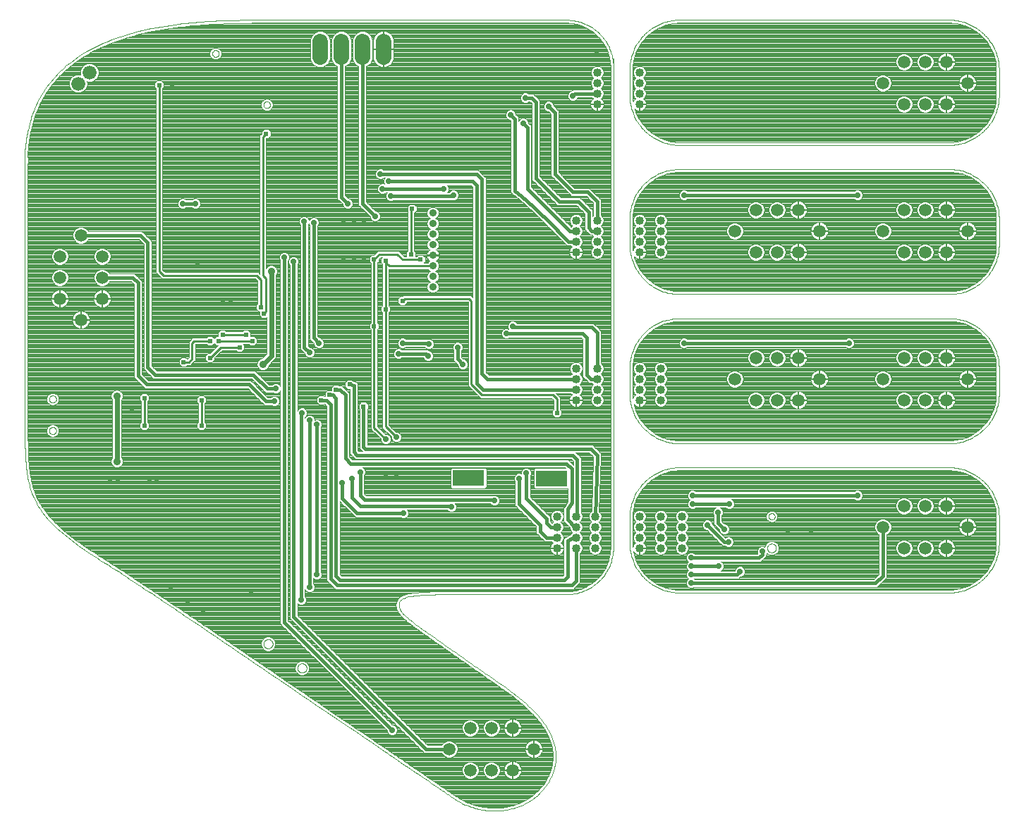
<source format=gbl>
G75*
%MOIN*%
%OFA0B0*%
%FSLAX25Y25*%
%IPPOS*%
%LPD*%
%AMOC8*
5,1,8,0,0,1.08239X$1,22.5*
%
%ADD10C,0.00394*%
%ADD11C,0.07400*%
%ADD12C,0.00000*%
%ADD13C,0.06600*%
%ADD14C,0.05937*%
%ADD15C,0.04000*%
%ADD16C,0.03575*%
%ADD17R,0.15000X0.07600*%
%ADD18C,0.02400*%
%ADD19C,0.02381*%
%ADD20C,0.01000*%
%ADD21C,0.03562*%
%ADD22C,0.02400*%
%ADD23C,0.02800*%
%ADD24C,0.01600*%
D10*
X0114420Y0091836D02*
X0118103Y0089341D01*
X0121786Y0086847D01*
X0125468Y0084351D01*
X0129149Y0081855D01*
X0132830Y0079358D01*
X0136510Y0076861D01*
X0143870Y0071864D01*
X0147550Y0069365D01*
X0151228Y0066865D01*
X0154907Y0064365D01*
X0158586Y0061865D01*
X0165942Y0056863D01*
X0169620Y0054362D01*
X0173298Y0051860D01*
X0176976Y0049358D01*
X0180653Y0046857D01*
X0184331Y0044355D01*
X0185557Y0043521D01*
X0186783Y0042686D01*
X0188009Y0041852D01*
X0189235Y0041018D01*
X0190460Y0040184D01*
X0191686Y0039350D01*
X0192912Y0038515D01*
X0194138Y0037681D01*
X0196590Y0036013D01*
X0197816Y0035178D01*
X0199041Y0034344D01*
X0200267Y0033509D01*
X0201493Y0032675D01*
X0202719Y0031841D01*
X0203944Y0031006D01*
X0205170Y0030172D01*
X0207621Y0028503D01*
X0208847Y0027668D01*
X0211298Y0025999D01*
X0212524Y0025164D01*
X0213749Y0024329D01*
X0214151Y0024056D01*
X0214551Y0023779D01*
X0214951Y0023500D01*
X0215351Y0023220D01*
X0215751Y0022939D01*
X0216151Y0022658D01*
X0216551Y0022377D01*
X0216952Y0022096D01*
X0217756Y0021537D01*
X0218159Y0021260D01*
X0218971Y0020712D01*
X0219379Y0020441D01*
X0219790Y0020177D01*
X0220201Y0019912D01*
X0220615Y0019653D01*
X0221033Y0019401D01*
X0221451Y0019149D01*
X0221873Y0018904D01*
X0222726Y0018433D01*
X0223157Y0018207D01*
X0223594Y0017992D01*
X0224254Y0017667D01*
X0224925Y0017364D01*
X0225604Y0017084D01*
X0226284Y0016803D01*
X0226972Y0016544D01*
X0227669Y0016308D01*
X0228365Y0016071D01*
X0229069Y0015857D01*
X0229779Y0015666D01*
X0230488Y0015475D01*
X0231205Y0015306D01*
X0231925Y0015160D01*
X0232646Y0015014D01*
X0233371Y0014891D01*
X0234100Y0014791D01*
X0234828Y0014691D01*
X0235560Y0014615D01*
X0237027Y0014508D01*
X0237762Y0014478D01*
X0239232Y0014465D01*
X0239968Y0014482D01*
X0240702Y0014524D01*
X0241707Y0014580D01*
X0242710Y0014682D01*
X0243705Y0014831D01*
X0244701Y0014980D01*
X0245689Y0015174D01*
X0246665Y0015414D01*
X0247641Y0015654D01*
X0248605Y0015940D01*
X0250498Y0016603D01*
X0251428Y0016980D01*
X0252336Y0017402D01*
X0253243Y0017824D01*
X0254129Y0018291D01*
X0254988Y0018803D01*
X0255847Y0019315D01*
X0256679Y0019872D01*
X0258280Y0021075D01*
X0259048Y0021722D01*
X0260512Y0023103D01*
X0261207Y0023838D01*
X0261861Y0024617D01*
X0262532Y0025416D01*
X0263151Y0026248D01*
X0263715Y0027108D01*
X0264280Y0027968D01*
X0264790Y0028855D01*
X0265243Y0029766D01*
X0265696Y0030676D01*
X0266092Y0031609D01*
X0266428Y0032560D01*
X0266763Y0033511D01*
X0267039Y0034480D01*
X0267463Y0036441D01*
X0267613Y0037435D01*
X0267696Y0038435D01*
X0267780Y0039436D01*
X0267797Y0040444D01*
X0267694Y0042465D01*
X0267574Y0043477D01*
X0267382Y0044486D01*
X0267190Y0045496D01*
X0266927Y0046502D01*
X0266588Y0047501D01*
X0266243Y0048521D01*
X0265840Y0049517D01*
X0265387Y0050488D01*
X0264935Y0051459D01*
X0264432Y0052406D01*
X0263885Y0053329D01*
X0263339Y0054253D01*
X0262749Y0055153D01*
X0262123Y0056030D01*
X0261497Y0056907D01*
X0260835Y0057761D01*
X0260142Y0058592D01*
X0259450Y0059424D01*
X0258728Y0060234D01*
X0257984Y0061022D01*
X0257239Y0061810D01*
X0256472Y0062577D01*
X0255689Y0063322D01*
X0254905Y0064068D01*
X0254106Y0064793D01*
X0253298Y0065497D01*
X0252490Y0066202D01*
X0251672Y0066886D01*
X0250853Y0067551D01*
X0250015Y0068231D01*
X0249169Y0068900D01*
X0247461Y0070223D01*
X0246599Y0070876D01*
X0245732Y0071522D01*
X0244865Y0072167D01*
X0243992Y0072807D01*
X0243115Y0073440D01*
X0242237Y0074074D01*
X0241355Y0074703D01*
X0240471Y0075327D01*
X0239586Y0075952D01*
X0238698Y0076572D01*
X0237810Y0077191D01*
X0236921Y0077809D01*
X0236031Y0078425D01*
X0235141Y0079041D01*
X0234251Y0079656D01*
X0233361Y0080270D01*
X0232473Y0080885D01*
X0231585Y0081501D01*
X0230698Y0082116D01*
X0229815Y0082735D01*
X0228903Y0083373D01*
X0227990Y0084011D01*
X0226164Y0085286D01*
X0225251Y0085924D01*
X0224338Y0086561D01*
X0223424Y0087198D01*
X0222511Y0087836D01*
X0221598Y0088473D01*
X0220685Y0089111D01*
X0219772Y0089749D01*
X0218860Y0090387D01*
X0217947Y0091026D01*
X0217035Y0091665D01*
X0216124Y0092304D01*
X0215212Y0092944D01*
X0214301Y0093585D01*
X0213391Y0094226D01*
X0212481Y0094868D01*
X0211571Y0095510D01*
X0210663Y0096154D01*
X0209754Y0096798D01*
X0208847Y0097443D01*
X0207940Y0098090D01*
X0207542Y0098374D01*
X0207143Y0098657D01*
X0206743Y0098940D01*
X0206343Y0099222D01*
X0205942Y0099504D01*
X0205541Y0099787D01*
X0205140Y0100070D01*
X0204739Y0100353D01*
X0204338Y0100637D01*
X0203938Y0100921D01*
X0203538Y0101207D01*
X0203140Y0101494D01*
X0202741Y0101781D01*
X0202344Y0102069D01*
X0201554Y0102652D01*
X0201161Y0102946D01*
X0200771Y0103243D01*
X0200381Y0103540D01*
X0199993Y0103840D01*
X0199609Y0104144D01*
X0199226Y0104448D01*
X0198845Y0104755D01*
X0198469Y0105068D01*
X0198220Y0105274D01*
X0197946Y0105502D01*
X0197658Y0105748D01*
X0197370Y0105994D01*
X0197069Y0106259D01*
X0196766Y0106540D01*
X0196464Y0106820D01*
X0196160Y0107117D01*
X0195574Y0107736D01*
X0195292Y0108059D01*
X0194773Y0108727D01*
X0194537Y0109072D01*
X0194134Y0109778D01*
X0193967Y0110139D01*
X0193848Y0110506D01*
X0193728Y0110873D01*
X0193656Y0111245D01*
X0193643Y0111620D01*
X0193630Y0111996D01*
X0193676Y0112375D01*
X0193794Y0112754D01*
X0193916Y0113147D01*
X0194108Y0113494D01*
X0194355Y0113801D01*
X0194602Y0114107D01*
X0194905Y0114373D01*
X0195249Y0114604D01*
X0195593Y0114835D01*
X0195979Y0115031D01*
X0196804Y0115367D01*
X0197244Y0115507D01*
X0198150Y0115740D01*
X0198616Y0115834D01*
X0199082Y0115912D01*
X0199547Y0115990D01*
X0200011Y0116051D01*
X0200908Y0116152D01*
X0201342Y0116192D01*
X0201746Y0116227D01*
X0202151Y0116263D01*
X0202526Y0116294D01*
X0202857Y0116326D01*
X0203312Y0116370D01*
X0203766Y0116410D01*
X0204677Y0116482D01*
X0205132Y0116514D01*
X0205588Y0116542D01*
X0206043Y0116570D01*
X0206499Y0116595D01*
X0206956Y0116616D01*
X0207412Y0116638D01*
X0207868Y0116656D01*
X0208325Y0116672D01*
X0208781Y0116688D01*
X0209238Y0116701D01*
X0210151Y0116723D01*
X0210608Y0116732D01*
X0211064Y0116739D01*
X0211521Y0116746D01*
X0211977Y0116751D01*
X0212434Y0116755D01*
X0212891Y0116759D01*
X0213347Y0116762D01*
X0213803Y0116764D01*
X0214793Y0116768D01*
X0215783Y0116771D01*
X0217764Y0116777D01*
X0218754Y0116779D01*
X0219744Y0116781D01*
X0220734Y0116782D01*
X0221724Y0116784D01*
X0222714Y0116784D01*
X0223704Y0116785D01*
X0224695Y0116786D01*
X0225685Y0116786D01*
X0226675Y0116786D01*
X0227665Y0116786D01*
X0228655Y0116786D01*
X0229645Y0116786D01*
X0230635Y0116786D01*
X0231626Y0116786D01*
X0232616Y0116786D01*
X0233606Y0116787D01*
X0234596Y0116787D01*
X0235586Y0116788D01*
X0236576Y0116788D01*
X0237566Y0116790D01*
X0238764Y0116791D01*
X0239962Y0116793D01*
X0242358Y0116795D01*
X0243555Y0116796D01*
X0244753Y0116797D01*
X0245951Y0116799D01*
X0247149Y0116800D01*
X0248347Y0116801D01*
X0249545Y0116802D01*
X0250743Y0116802D01*
X0251940Y0116803D01*
X0253138Y0116804D01*
X0254336Y0116805D01*
X0256732Y0116806D01*
X0257930Y0116806D01*
X0259127Y0116807D01*
X0260325Y0116807D01*
X0261523Y0116808D01*
X0262721Y0116808D01*
X0263919Y0116808D01*
X0265117Y0116808D01*
X0266718Y0116808D01*
X0267123Y0116804D01*
X0267531Y0116799D01*
X0267938Y0116794D01*
X0268347Y0116786D01*
X0268757Y0116779D01*
X0269167Y0116772D01*
X0269578Y0116766D01*
X0269989Y0116761D01*
X0270401Y0116756D01*
X0270813Y0116753D01*
X0271636Y0116755D01*
X0272047Y0116760D01*
X0272869Y0116781D01*
X0273279Y0116798D01*
X0273687Y0116822D01*
X0274095Y0116846D01*
X0274502Y0116878D01*
X0275312Y0116960D01*
X0275714Y0117011D01*
X0276114Y0117073D01*
X0276875Y0117192D01*
X0277626Y0117350D01*
X0278366Y0117547D01*
X0279106Y0117744D01*
X0279834Y0117979D01*
X0280547Y0118250D01*
X0281260Y0118521D01*
X0281959Y0118828D01*
X0282641Y0119170D01*
X0283322Y0119512D01*
X0283986Y0119888D01*
X0284630Y0120296D01*
X0285273Y0120704D01*
X0285896Y0121144D01*
X0286496Y0121615D01*
X0287096Y0122085D01*
X0287673Y0122586D01*
X0288224Y0123115D01*
X0288774Y0123644D01*
X0289299Y0124201D01*
X0289795Y0124785D01*
X0290290Y0125368D01*
X0290757Y0125978D01*
X0291191Y0126612D01*
X0291565Y0127156D01*
X0291906Y0127708D01*
X0292217Y0128270D01*
X0292528Y0128831D01*
X0292810Y0129401D01*
X0293317Y0130555D01*
X0293544Y0131140D01*
X0293744Y0131732D01*
X0293945Y0132324D01*
X0294120Y0132922D01*
X0294272Y0133527D01*
X0294424Y0134132D01*
X0294553Y0134743D01*
X0294660Y0135360D01*
X0294768Y0135977D01*
X0294854Y0136599D01*
X0294988Y0137853D01*
X0295037Y0138485D01*
X0295068Y0139121D01*
X0295100Y0139758D01*
X0295114Y0140398D01*
X0295114Y0370099D01*
X0295096Y0365780D01*
X0295057Y0366455D01*
X0295019Y0367131D01*
X0294959Y0367802D01*
X0294878Y0368466D01*
X0294796Y0369131D01*
X0294692Y0369790D01*
X0294563Y0370441D01*
X0294435Y0371093D01*
X0294282Y0371738D01*
X0293922Y0373011D01*
X0293716Y0373640D01*
X0293482Y0374260D01*
X0293247Y0374880D01*
X0292984Y0375491D01*
X0292690Y0376092D01*
X0292396Y0376693D01*
X0292071Y0377284D01*
X0291714Y0377865D01*
X0291357Y0378445D01*
X0290968Y0379015D01*
X0290543Y0379572D01*
X0290076Y0380186D01*
X0289578Y0380774D01*
X0288526Y0381895D01*
X0287972Y0382427D01*
X0287394Y0382929D01*
X0286815Y0383431D01*
X0286212Y0383904D01*
X0284962Y0384786D01*
X0284315Y0385195D01*
X0282984Y0385947D01*
X0282300Y0386289D01*
X0281599Y0386596D01*
X0280899Y0386903D01*
X0280183Y0387175D01*
X0279454Y0387409D01*
X0278725Y0387644D01*
X0277983Y0387841D01*
X0277231Y0387999D01*
X0276479Y0388158D01*
X0275718Y0388277D01*
X0274949Y0388355D01*
X0274570Y0388394D01*
X0274190Y0388425D01*
X0273809Y0388450D01*
X0273428Y0388474D01*
X0273046Y0388493D01*
X0272664Y0388506D01*
X0272281Y0388519D01*
X0271898Y0388528D01*
X0271514Y0388532D01*
X0271131Y0388537D01*
X0270747Y0388538D01*
X0270362Y0388537D01*
X0269978Y0388535D01*
X0269594Y0388531D01*
X0269210Y0388526D01*
X0268826Y0388521D01*
X0268442Y0388515D01*
X0268059Y0388509D01*
X0267675Y0388503D01*
X0267292Y0388497D01*
X0266528Y0388489D01*
X0266146Y0388486D01*
X0130394Y0388486D01*
X0128533Y0388483D01*
X0126671Y0388475D01*
X0124809Y0388466D01*
X0122947Y0388452D01*
X0121086Y0388429D01*
X0119224Y0388405D01*
X0117363Y0388372D01*
X0113642Y0388282D01*
X0111783Y0388224D01*
X0109923Y0388151D01*
X0108064Y0388078D01*
X0106206Y0387989D01*
X0104349Y0387881D01*
X0102492Y0387773D01*
X0100636Y0387646D01*
X0098782Y0387497D01*
X0096927Y0387348D01*
X0095074Y0387176D01*
X0093222Y0386980D01*
X0091371Y0386783D01*
X0089521Y0386560D01*
X0087673Y0386309D01*
X0085526Y0386017D01*
X0083369Y0385690D01*
X0081210Y0385320D01*
X0079051Y0384949D01*
X0076891Y0384536D01*
X0074737Y0384072D01*
X0072584Y0383609D01*
X0070437Y0383095D01*
X0068307Y0382523D01*
X0066176Y0381951D01*
X0064062Y0381322D01*
X0059882Y0379933D01*
X0057817Y0379174D01*
X0055785Y0378342D01*
X0053753Y0377510D01*
X0051755Y0376605D01*
X0049799Y0375621D01*
X0047844Y0374637D01*
X0045930Y0373573D01*
X0044068Y0372421D01*
X0042205Y0371270D01*
X0040394Y0370031D01*
X0038643Y0368698D01*
X0037813Y0368066D01*
X0037000Y0367413D01*
X0036207Y0366738D01*
X0035413Y0366063D01*
X0034638Y0365367D01*
X0033884Y0364651D01*
X0033129Y0363935D01*
X0032395Y0363199D01*
X0030970Y0361686D01*
X0030279Y0360910D01*
X0028944Y0359319D01*
X0028299Y0358505D01*
X0027059Y0356839D01*
X0026464Y0355988D01*
X0025324Y0354249D01*
X0024780Y0353362D01*
X0023746Y0351553D01*
X0023257Y0350631D01*
X0022796Y0349693D01*
X0022409Y0348905D01*
X0022048Y0348111D01*
X0021372Y0346513D01*
X0021057Y0345708D01*
X0020764Y0344899D01*
X0020470Y0344089D01*
X0020197Y0343275D01*
X0019942Y0342455D01*
X0019687Y0341636D01*
X0019450Y0340812D01*
X0019008Y0339155D01*
X0018803Y0338322D01*
X0018610Y0337484D01*
X0018418Y0336647D01*
X0018238Y0335805D01*
X0018069Y0334959D01*
X0017899Y0334114D01*
X0017741Y0333264D01*
X0017589Y0332410D01*
X0017438Y0331557D01*
X0017295Y0330700D01*
X0017157Y0329839D01*
X0017099Y0329480D01*
X0017053Y0329117D01*
X0016978Y0328382D01*
X0016949Y0328011D01*
X0016907Y0327265D01*
X0016893Y0326889D01*
X0016883Y0326511D01*
X0016874Y0326134D01*
X0016870Y0325755D01*
X0016869Y0325376D01*
X0016869Y0324997D01*
X0016871Y0324618D01*
X0016874Y0324239D01*
X0016878Y0323860D01*
X0016882Y0323483D01*
X0016889Y0322731D01*
X0016892Y0322357D01*
X0016892Y0321987D01*
X0016892Y0321616D01*
X0016889Y0321248D01*
X0016882Y0320885D01*
X0016873Y0320497D01*
X0016867Y0320109D01*
X0016861Y0319720D01*
X0016855Y0319332D01*
X0016851Y0318944D01*
X0016847Y0318556D01*
X0016844Y0318167D01*
X0016841Y0317779D01*
X0016839Y0317391D01*
X0016838Y0317003D01*
X0016836Y0316614D01*
X0016836Y0316226D01*
X0016835Y0315838D01*
X0016835Y0315449D01*
X0016835Y0315061D01*
X0016836Y0314673D01*
X0016836Y0314285D01*
X0016837Y0313896D01*
X0016837Y0313508D01*
X0016838Y0313120D01*
X0016838Y0312731D01*
X0016839Y0312343D01*
X0016839Y0311955D01*
X0016839Y0208801D01*
X0016839Y0208056D01*
X0016838Y0207310D01*
X0016837Y0206564D01*
X0016836Y0205819D01*
X0016835Y0205073D01*
X0016834Y0204327D01*
X0016833Y0203582D01*
X0016831Y0202090D01*
X0016831Y0201345D01*
X0016830Y0200599D01*
X0016830Y0199853D01*
X0016830Y0199108D01*
X0016831Y0198362D01*
X0016831Y0197616D01*
X0016833Y0196871D01*
X0016835Y0196125D01*
X0016837Y0195379D01*
X0016840Y0194634D01*
X0016844Y0193888D01*
X0016848Y0193142D01*
X0016853Y0192397D01*
X0016859Y0191651D01*
X0016868Y0190610D01*
X0016877Y0189565D01*
X0016891Y0188516D01*
X0016904Y0187468D01*
X0016923Y0186416D01*
X0016952Y0185364D01*
X0016980Y0184311D01*
X0017018Y0183257D01*
X0017124Y0181151D01*
X0017191Y0180099D01*
X0017277Y0179048D01*
X0017363Y0177998D01*
X0017469Y0176951D01*
X0017727Y0174864D01*
X0017881Y0173825D01*
X0018063Y0172792D01*
X0018245Y0171759D01*
X0018455Y0170732D01*
X0018699Y0169712D01*
X0018943Y0168693D01*
X0019221Y0167682D01*
X0019536Y0166680D01*
X0020176Y0164648D01*
X0020987Y0162717D01*
X0021943Y0160877D01*
X0022899Y0159037D01*
X0024000Y0157287D01*
X0025219Y0155617D01*
X0026437Y0153947D01*
X0027775Y0152357D01*
X0029204Y0150836D01*
X0030634Y0149315D01*
X0032156Y0147864D01*
X0033743Y0146472D01*
X0035331Y0145080D01*
X0036984Y0143747D01*
X0040370Y0141178D01*
X0042102Y0139942D01*
X0045594Y0137547D01*
X0047353Y0136387D01*
X0049099Y0135255D01*
X0050845Y0134123D01*
X0052578Y0133018D01*
X0054272Y0131931D01*
X0056027Y0130804D01*
X0057780Y0129673D01*
X0059529Y0128538D01*
X0061279Y0127404D01*
X0063026Y0126265D01*
X0064771Y0125123D01*
X0066516Y0123981D01*
X0068258Y0122835D01*
X0069999Y0121687D01*
X0071739Y0120538D01*
X0073478Y0119387D01*
X0075215Y0118233D01*
X0076952Y0117079D01*
X0078687Y0115922D01*
X0080420Y0114764D01*
X0082154Y0113605D01*
X0083887Y0112444D01*
X0085618Y0111282D01*
X0087350Y0110120D01*
X0089080Y0108956D01*
X0090810Y0107791D01*
X0092539Y0106625D01*
X0094268Y0105459D01*
X0095997Y0104292D01*
X0099683Y0101803D01*
X0103368Y0099313D01*
X0107053Y0096821D01*
X0110737Y0094329D01*
X0114420Y0091836D01*
X0115202Y0092990D02*
X0114724Y0093313D01*
X0111996Y0095160D01*
X0111523Y0095480D01*
X0111040Y0095807D01*
X0111040Y0095807D01*
X0107355Y0098299D01*
X0104627Y0100144D01*
X0104146Y0100469D01*
X0103671Y0100790D01*
X0103671Y0100790D01*
X0100941Y0102635D01*
X0100461Y0102960D01*
X0099985Y0103281D01*
X0096298Y0105770D01*
X0095526Y0106291D01*
X0095526Y0106292D01*
X0095046Y0106616D01*
X0094570Y0106937D01*
X0094569Y0106937D01*
X0093797Y0107458D01*
X0093797Y0107459D01*
X0093314Y0107784D01*
X0092840Y0108104D01*
X0092840Y0108103D01*
X0091661Y0108897D01*
X0090337Y0109789D01*
X0090337Y0109790D01*
X0089862Y0110109D01*
X0089380Y0110434D01*
X0089379Y0110434D01*
X0088606Y0110954D01*
X0088606Y0110955D01*
X0088136Y0111270D01*
X0087648Y0111598D01*
X0086562Y0112327D01*
X0085142Y0113280D01*
X0085142Y0113281D01*
X0084659Y0113604D01*
X0084184Y0113923D01*
X0084184Y0113923D01*
X0083409Y0114442D01*
X0083409Y0114443D01*
X0082936Y0114759D01*
X0082450Y0115084D01*
X0082449Y0115084D01*
X0081054Y0116016D01*
X0079940Y0116761D01*
X0079940Y0116762D01*
X0079458Y0117083D01*
X0078981Y0117402D01*
X0078980Y0117402D01*
X0078204Y0117919D01*
X0078204Y0117920D01*
X0077729Y0118236D01*
X0077244Y0118559D01*
X0077243Y0118558D01*
X0076467Y0119074D01*
X0075659Y0119611D01*
X0075505Y0119713D01*
X0074729Y0120229D01*
X0074729Y0120230D01*
X0074246Y0120550D01*
X0073768Y0120867D01*
X0073767Y0120867D01*
X0072989Y0121382D01*
X0072989Y0121384D01*
X0072506Y0121702D01*
X0072028Y0122019D01*
X0072026Y0122019D01*
X0071248Y0122532D01*
X0069507Y0123681D01*
X0069506Y0123683D01*
X0069022Y0124001D01*
X0068544Y0124316D01*
X0068543Y0124316D01*
X0067762Y0124829D01*
X0067762Y0124831D01*
X0067279Y0125147D01*
X0066799Y0125462D01*
X0066797Y0125462D01*
X0066017Y0125973D01*
X0064271Y0127116D01*
X0064271Y0127117D01*
X0063791Y0127430D01*
X0063306Y0127747D01*
X0063305Y0127747D01*
X0062522Y0128257D01*
X0062522Y0128259D01*
X0062036Y0128574D01*
X0061556Y0128886D01*
X0061555Y0128886D01*
X0060394Y0129639D01*
X0059021Y0130529D01*
X0059020Y0130531D01*
X0058540Y0130841D01*
X0058054Y0131157D01*
X0058052Y0131156D01*
X0057266Y0131663D01*
X0057266Y0131665D01*
X0056780Y0131977D01*
X0056298Y0132288D01*
X0056296Y0132288D01*
X0054994Y0133123D01*
X0053815Y0133880D01*
X0053814Y0133883D01*
X0053331Y0134191D01*
X0052845Y0134503D01*
X0052843Y0134502D01*
X0051598Y0135295D01*
X0050342Y0136110D01*
X0048115Y0137554D01*
X0046372Y0138703D01*
X0042902Y0141084D01*
X0041196Y0142301D01*
X0037843Y0144845D01*
X0036228Y0146147D01*
X0034823Y0147379D01*
X0033096Y0148893D01*
X0031623Y0150298D01*
X0030615Y0151370D01*
X0028817Y0153283D01*
X0027535Y0154807D01*
X0026004Y0156905D01*
X0026004Y0156905D01*
X0025154Y0158069D01*
X0024109Y0159730D01*
X0022914Y0162032D01*
X0022250Y0163309D01*
X0021486Y0165129D01*
X0020920Y0166926D01*
X0020558Y0168076D01*
X0020293Y0169040D01*
X0020129Y0169726D01*
X0019816Y0171034D01*
X0019614Y0172020D01*
X0019335Y0173602D01*
X0019257Y0174048D01*
X0019109Y0175052D01*
X0018854Y0177106D01*
X0018751Y0178125D01*
X0018713Y0178587D01*
X0018713Y0178587D01*
X0018581Y0180200D01*
X0018515Y0181230D01*
X0018411Y0183318D01*
X0018373Y0184355D01*
X0018361Y0184824D01*
X0018345Y0185414D01*
X0018329Y0185979D01*
X0018317Y0186448D01*
X0018298Y0187490D01*
X0018292Y0187958D01*
X0018277Y0189069D01*
X0018277Y0189112D01*
X0018270Y0189582D01*
X0018262Y0190604D01*
X0018257Y0191086D01*
X0018257Y0191086D01*
X0018253Y0191581D01*
X0018248Y0192240D01*
X0018248Y0192240D01*
X0018246Y0192406D01*
X0018241Y0193154D01*
X0018234Y0194473D01*
X0018233Y0194639D01*
X0018231Y0195384D01*
X0018230Y0195552D01*
X0018226Y0196877D01*
X0018225Y0197612D01*
X0018225Y0197786D01*
X0018224Y0198510D01*
X0018224Y0198940D01*
X0018224Y0198940D01*
X0018224Y0199106D01*
X0018224Y0199853D01*
X0018224Y0200021D01*
X0018224Y0200599D01*
X0018224Y0201176D01*
X0018224Y0201345D01*
X0018225Y0202121D01*
X0018227Y0203543D01*
X0018227Y0203748D01*
X0018227Y0203748D01*
X0018228Y0204362D01*
X0018228Y0204494D01*
X0018228Y0204593D01*
X0018229Y0204903D01*
X0018229Y0204903D01*
X0018229Y0205135D01*
X0018229Y0205239D01*
X0018229Y0205239D01*
X0018230Y0205517D01*
X0018230Y0205648D01*
X0018230Y0205804D01*
X0018230Y0205985D01*
X0018230Y0205986D01*
X0018231Y0206553D01*
X0018232Y0207140D01*
X0018231Y0207140D01*
X0018232Y0207477D01*
X0018232Y0207477D01*
X0018232Y0208075D01*
X0018233Y0208224D01*
X0018233Y0208532D01*
X0018233Y0208632D01*
X0018233Y0208803D01*
X0018233Y0209378D01*
X0018233Y0311378D01*
X0018233Y0311379D01*
X0018233Y0311767D01*
X0018233Y0311768D01*
X0018233Y0312070D01*
X0018233Y0312532D01*
X0018232Y0312533D01*
X0018232Y0312545D01*
X0018232Y0312545D01*
X0018232Y0312718D01*
X0018232Y0312922D01*
X0018231Y0313121D01*
X0018231Y0313699D01*
X0018231Y0313699D01*
X0018230Y0314287D01*
X0018229Y0314654D01*
X0018229Y0315049D01*
X0018229Y0315464D01*
X0018229Y0315836D01*
X0018229Y0316202D01*
X0018230Y0316611D01*
X0018231Y0316988D01*
X0018234Y0317569D01*
X0018235Y0317776D01*
X0018237Y0318151D01*
X0018241Y0318513D01*
X0018245Y0318935D01*
X0018249Y0319314D01*
X0018260Y0320087D01*
X0018267Y0320468D01*
X0018271Y0320653D01*
X0018278Y0320660D01*
X0018281Y0321034D01*
X0018286Y0321039D01*
X0018286Y0321368D01*
X0018287Y0321433D01*
X0018295Y0321796D01*
X0018290Y0321801D01*
X0018289Y0321983D01*
X0018290Y0322182D01*
X0018288Y0322184D01*
X0018286Y0322448D01*
X0018286Y0322935D01*
X0018282Y0322938D01*
X0018280Y0323121D01*
X0018279Y0323319D01*
X0018278Y0323320D01*
X0018276Y0323499D01*
X0018270Y0324074D01*
X0018269Y0324074D01*
X0018268Y0324250D01*
X0018264Y0324632D01*
X0018262Y0324998D01*
X0018263Y0325202D01*
X0018264Y0325748D01*
X0018268Y0326109D01*
X0018275Y0326408D01*
X0018286Y0326846D01*
X0018299Y0327199D01*
X0018340Y0327919D01*
X0018366Y0328258D01*
X0018437Y0328958D01*
X0018479Y0329281D01*
X0018624Y0330188D01*
X0018670Y0330475D01*
X0018812Y0331320D01*
X0018935Y0332017D01*
X0019112Y0333015D01*
X0019268Y0333849D01*
X0019433Y0334677D01*
X0019603Y0335523D01*
X0019778Y0336345D01*
X0019839Y0336609D01*
X0020036Y0337466D01*
X0020098Y0337735D01*
X0020158Y0337998D01*
X0020358Y0338808D01*
X0020794Y0340440D01*
X0021022Y0341237D01*
X0021243Y0341945D01*
X0021523Y0342846D01*
X0021786Y0343630D01*
X0021877Y0343881D01*
X0021928Y0344023D01*
X0022271Y0344966D01*
X0022362Y0345217D01*
X0022663Y0345987D01*
X0023324Y0347551D01*
X0023669Y0348309D01*
X0023970Y0348922D01*
X0024498Y0349997D01*
X0024967Y0350880D01*
X0025979Y0352652D01*
X0026501Y0353503D01*
X0027618Y0355206D01*
X0028189Y0356023D01*
X0029405Y0357656D01*
X0030024Y0358439D01*
X0031334Y0359998D01*
X0031998Y0360745D01*
X0033396Y0362229D01*
X0034103Y0362938D01*
X0034424Y0363243D01*
X0034424Y0363243D01*
X0035584Y0364343D01*
X0036330Y0365013D01*
X0037022Y0365601D01*
X0037889Y0366338D01*
X0038672Y0366969D01*
X0039028Y0367240D01*
X0041210Y0368901D01*
X0042966Y0370101D01*
X0044310Y0370932D01*
X0044603Y0371113D01*
X0045292Y0371539D01*
X0046636Y0372370D01*
X0048496Y0373405D01*
X0049910Y0374117D01*
X0049910Y0374117D01*
X0052356Y0375347D01*
X0054305Y0376230D01*
X0056847Y0377271D01*
X0058321Y0377874D01*
X0060342Y0378618D01*
X0064480Y0379993D01*
X0066556Y0380610D01*
X0068110Y0381027D01*
X0070780Y0381744D01*
X0072893Y0382250D01*
X0075595Y0382831D01*
X0075595Y0382831D01*
X0077168Y0383170D01*
X0079300Y0383578D01*
X0082015Y0384044D01*
X0083591Y0384314D01*
X0085724Y0384638D01*
X0087288Y0384850D01*
X0087368Y0384861D01*
X0088433Y0385006D01*
X0089698Y0385178D01*
X0091527Y0385398D01*
X0093944Y0385655D01*
X0095212Y0385790D01*
X0097047Y0385959D01*
X0098318Y0386062D01*
X0098318Y0386062D01*
X0100740Y0386256D01*
X0102580Y0386382D01*
X0105006Y0386523D01*
X0106281Y0386597D01*
X0108125Y0386686D01*
X0109402Y0386736D01*
X0111832Y0386832D01*
X0113681Y0386889D01*
X0117392Y0386979D01*
X0119246Y0387011D01*
X0121681Y0387042D01*
X0122961Y0387058D01*
X0124817Y0387073D01*
X0126100Y0387079D01*
X0126167Y0387079D01*
X0127254Y0387084D01*
X0128535Y0387090D01*
X0130395Y0387092D01*
X0265575Y0387092D01*
X0265579Y0387088D01*
X0265964Y0387091D01*
X0265966Y0387089D01*
X0266287Y0387092D01*
X0266724Y0387092D01*
X0266728Y0387097D01*
X0266735Y0387097D01*
X0266736Y0387095D01*
X0266926Y0387098D01*
X0267115Y0387099D01*
X0267117Y0387101D01*
X0267119Y0387101D01*
X0267120Y0387101D01*
X0267353Y0387104D01*
X0267885Y0387110D01*
X0267887Y0387112D01*
X0268086Y0387115D01*
X0268273Y0387118D01*
X0268274Y0387118D01*
X0268458Y0387121D01*
X0268924Y0387129D01*
X0269613Y0387138D01*
X0269986Y0387141D01*
X0270206Y0387142D01*
X0270750Y0387144D01*
X0271120Y0387143D01*
X0271473Y0387139D01*
X0271875Y0387134D01*
X0272241Y0387126D01*
X0272595Y0387114D01*
X0272988Y0387100D01*
X0273350Y0387083D01*
X0274088Y0387035D01*
X0274443Y0387006D01*
X0274836Y0386966D01*
X0275539Y0386894D01*
X0276228Y0386786D01*
X0276379Y0386755D01*
X0276379Y0386755D01*
X0276604Y0386707D01*
X0277509Y0386517D01*
X0277660Y0386485D01*
X0278332Y0386306D01*
X0278477Y0386259D01*
X0279722Y0385859D01*
X0280372Y0385613D01*
X0093548Y0385613D01*
X0090053Y0385220D02*
X0281266Y0385220D01*
X0281448Y0385141D02*
X0281708Y0385027D01*
X0282329Y0384716D01*
X0283600Y0383999D01*
X0284187Y0383627D01*
X0285380Y0382785D01*
X0285928Y0382356D01*
X0286158Y0382157D01*
X0287032Y0381398D01*
X0287534Y0380915D01*
X0288537Y0379846D01*
X0288989Y0379313D01*
X0289084Y0379188D01*
X0289262Y0378954D01*
X0289784Y0378269D01*
X0289837Y0378199D01*
X0290188Y0377686D01*
X0290443Y0377272D01*
X0290866Y0376583D01*
X0291158Y0376051D01*
X0291494Y0375364D01*
X0291717Y0374909D01*
X0291955Y0374357D01*
X0291974Y0374306D01*
X0292052Y0374099D01*
X0292383Y0373227D01*
X0292402Y0373176D01*
X0292589Y0372605D01*
X0292932Y0371387D01*
X0293073Y0370797D01*
X0293221Y0370045D01*
X0293319Y0369546D01*
X0293416Y0368937D01*
X0293424Y0368869D01*
X0293573Y0367655D01*
X0293628Y0367030D01*
X0293633Y0366952D01*
X0293633Y0366952D01*
X0293673Y0366260D01*
X0293699Y0365799D01*
X0293702Y0365743D01*
X0293700Y0365208D01*
X0293721Y0365187D01*
X0293721Y0140414D01*
X0293707Y0139808D01*
X0293679Y0139250D01*
X0293646Y0138573D01*
X0293600Y0137981D01*
X0293470Y0136769D01*
X0293390Y0136192D01*
X0293386Y0136168D01*
X0293330Y0135845D01*
X0293188Y0135031D01*
X0293188Y0135031D01*
X0293184Y0135007D01*
X0293066Y0134446D01*
X0292841Y0133550D01*
X0292775Y0133288D01*
X0292616Y0132743D01*
X0292331Y0131905D01*
X0292233Y0131615D01*
X0292029Y0131087D01*
X0291546Y0129990D01*
X0291293Y0129478D01*
X0290996Y0128941D01*
X0290702Y0128413D01*
X0290396Y0127916D01*
X0290057Y0127422D01*
X0289628Y0126796D01*
X0289205Y0126243D01*
X0288769Y0125730D01*
X0288260Y0125131D01*
X0287784Y0124625D01*
X0287675Y0124520D01*
X0287675Y0124520D01*
X0286733Y0123616D01*
X0286209Y0123161D01*
X0286090Y0123068D01*
X0285685Y0122750D01*
X0285182Y0122355D01*
X0285064Y0122262D01*
X0284497Y0121862D01*
X0284185Y0121664D01*
X0283269Y0121083D01*
X0282666Y0120742D01*
X0282532Y0120675D01*
X0281715Y0120265D01*
X0281500Y0120157D01*
X0281366Y0120090D01*
X0280732Y0119811D01*
X0279512Y0119347D01*
X0279372Y0119294D01*
X0278712Y0119081D01*
X0278565Y0119042D01*
X0277303Y0118706D01*
X0276623Y0118563D01*
X0276470Y0118539D01*
X0275520Y0118391D01*
X0275154Y0118345D01*
X0274377Y0118266D01*
X0274000Y0118236D01*
X0273209Y0118190D01*
X0272823Y0118174D01*
X0272021Y0118153D01*
X0271626Y0118149D01*
X0270816Y0118147D01*
X0270413Y0118149D01*
X0270148Y0118153D01*
X0269597Y0118159D01*
X0269218Y0118165D01*
X0268876Y0118171D01*
X0268536Y0118177D01*
X0268534Y0118180D01*
X0267959Y0118187D01*
X0267715Y0118191D01*
X0267713Y0118193D01*
X0267551Y0118194D01*
X0267385Y0118197D01*
X0267384Y0118196D01*
X0267300Y0118197D01*
X0267295Y0118202D01*
X0266857Y0118202D01*
X0266565Y0118206D01*
X0266562Y0118203D01*
X0266153Y0118207D01*
X0266148Y0118202D01*
X0265694Y0118202D01*
X0265142Y0118202D01*
X0264539Y0118202D01*
X0264496Y0118202D01*
X0263924Y0118202D01*
X0263341Y0118202D01*
X0263298Y0118201D01*
X0263298Y0118202D01*
X0262629Y0118201D01*
X0262144Y0118201D01*
X0262100Y0118201D01*
X0262100Y0118201D01*
X0261542Y0118201D01*
X0260946Y0118201D01*
X0260946Y0118201D01*
X0260902Y0118201D01*
X0260370Y0118201D01*
X0259748Y0118201D01*
X0259748Y0118201D01*
X0259704Y0118201D01*
X0259265Y0118201D01*
X0258550Y0118200D01*
X0258506Y0118200D01*
X0257905Y0118200D01*
X0257352Y0118200D01*
X0257352Y0118200D01*
X0257308Y0118200D01*
X0256726Y0118200D01*
X0256154Y0118199D01*
X0254913Y0118199D01*
X0254349Y0118198D01*
X0253758Y0118198D01*
X0253715Y0118198D01*
X0253715Y0118198D01*
X0253171Y0118198D01*
X0252560Y0118197D01*
X0252517Y0118197D01*
X0252517Y0118197D01*
X0252029Y0118197D01*
X0251362Y0118197D01*
X0251362Y0118197D01*
X0251319Y0118197D01*
X0250701Y0118196D01*
X0250164Y0118196D01*
X0250164Y0118196D01*
X0250121Y0118196D01*
X0249494Y0118195D01*
X0248966Y0118195D01*
X0248923Y0118195D01*
X0247964Y0118194D01*
X0247768Y0118194D01*
X0247725Y0118194D01*
X0247152Y0118193D01*
X0246571Y0118193D01*
X0246571Y0118193D01*
X0246527Y0118193D01*
X0245978Y0118192D01*
X0245373Y0118192D01*
X0245373Y0118192D01*
X0244175Y0118191D01*
X0244175Y0118191D01*
X0244131Y0118191D01*
X0243558Y0118190D01*
X0242977Y0118190D01*
X0242977Y0118189D01*
X0242933Y0118189D01*
X0242933Y0118189D01*
X0242340Y0118189D01*
X0241779Y0118188D01*
X0240538Y0118187D01*
X0240538Y0118187D01*
X0239970Y0118186D01*
X0239383Y0118186D01*
X0239383Y0118186D01*
X0239340Y0118186D01*
X0238793Y0118185D01*
X0238185Y0118184D01*
X0238142Y0118184D01*
X0238142Y0118184D01*
X0237614Y0118183D01*
X0236987Y0118183D01*
X0236987Y0118183D01*
X0236580Y0118182D01*
X0235591Y0118181D01*
X0235172Y0118181D01*
X0235089Y0118181D01*
X0234018Y0118181D01*
X0234018Y0118181D01*
X0233616Y0118180D01*
X0232594Y0118180D01*
X0231856Y0118180D01*
X0230604Y0118180D01*
X0230222Y0118180D01*
X0229664Y0118180D01*
X0229068Y0118180D01*
X0229068Y0118180D01*
X0228676Y0118180D01*
X0228242Y0118180D01*
X0227750Y0118180D01*
X0227252Y0118180D01*
X0227252Y0118180D01*
X0226697Y0118180D01*
X0226097Y0118180D01*
X0225271Y0118179D01*
X0225271Y0118180D01*
X0224701Y0118179D01*
X0224281Y0118179D01*
X0224281Y0118179D01*
X0223701Y0118179D01*
X0223127Y0118179D01*
X0223126Y0118178D01*
X0222635Y0118178D01*
X0222300Y0118178D01*
X0221730Y0118177D01*
X0221309Y0118177D01*
X0221147Y0118177D01*
X0221146Y0118177D01*
X0220734Y0118176D01*
X0220155Y0118175D01*
X0219328Y0118174D01*
X0218749Y0118173D01*
X0218337Y0118172D01*
X0218337Y0118172D01*
X0218189Y0118172D01*
X0218174Y0118172D01*
X0218174Y0118172D01*
X0217755Y0118171D01*
X0217183Y0118169D01*
X0216356Y0118167D01*
X0215781Y0118165D01*
X0215365Y0118164D01*
X0215365Y0118164D01*
X0215234Y0118164D01*
X0215202Y0118163D01*
X0214784Y0118162D01*
X0214211Y0118160D01*
X0214211Y0118159D01*
X0213917Y0118158D01*
X0213916Y0118159D01*
X0213457Y0118156D01*
X0213456Y0118158D01*
X0213061Y0118154D01*
X0212764Y0118153D01*
X0212763Y0118152D01*
X0212539Y0118151D01*
X0212421Y0118150D01*
X0212305Y0118149D01*
X0212304Y0118148D01*
X0212079Y0118146D01*
X0212077Y0118148D01*
X0211697Y0118142D01*
X0211388Y0118139D01*
X0211386Y0118138D01*
X0211159Y0118135D01*
X0211158Y0118136D01*
X0211041Y0118134D01*
X0210927Y0118133D01*
X0210927Y0118132D01*
X0210697Y0118127D01*
X0210695Y0118130D01*
X0210326Y0118121D01*
X0210009Y0118116D01*
X0210007Y0118114D01*
X0209776Y0118110D01*
X0209775Y0118111D01*
X0209658Y0118107D01*
X0209547Y0118105D01*
X0209546Y0118104D01*
X0209313Y0118097D01*
X0209310Y0118101D01*
X0208948Y0118088D01*
X0208627Y0118080D01*
X0208624Y0118078D01*
X0208390Y0118071D01*
X0208389Y0118072D01*
X0208275Y0118068D01*
X0208164Y0118064D01*
X0208163Y0118063D01*
X0207927Y0118053D01*
X0207923Y0118057D01*
X0207565Y0118040D01*
X0207243Y0118029D01*
X0207240Y0118026D01*
X0207002Y0118016D01*
X0207001Y0118018D01*
X0206889Y0118012D01*
X0206779Y0118007D01*
X0206777Y0118006D01*
X0206538Y0117993D01*
X0206533Y0117997D01*
X0206179Y0117975D01*
X0205857Y0117960D01*
X0205853Y0117956D01*
X0205613Y0117943D01*
X0205611Y0117944D01*
X0205501Y0117937D01*
X0205392Y0117931D01*
X0205390Y0117929D01*
X0205148Y0117912D01*
X0205143Y0117917D01*
X0204791Y0117889D01*
X0204470Y0117869D01*
X0204465Y0117864D01*
X0204222Y0117847D01*
X0204220Y0117849D01*
X0204112Y0117840D01*
X0204004Y0117832D01*
X0204002Y0117830D01*
X0203757Y0117808D01*
X0203751Y0117814D01*
X0203404Y0117780D01*
X0203081Y0117754D01*
X0203077Y0117749D01*
X0202615Y0117708D01*
X0202609Y0117702D01*
X0202601Y0117701D01*
X0202593Y0117700D01*
X0202200Y0117666D01*
X0202032Y0117651D01*
X0201790Y0117631D01*
X0201789Y0117633D01*
X0201655Y0117620D01*
X0201461Y0117604D01*
X0201459Y0117602D01*
X0201339Y0117591D01*
X0201326Y0117601D01*
X0200848Y0117547D01*
X0200645Y0117530D01*
X0200643Y0117527D01*
X0200405Y0117505D01*
X0200401Y0117508D01*
X0200320Y0117497D01*
X0200206Y0117487D01*
X0200201Y0117481D01*
X0199909Y0117443D01*
X0199887Y0117459D01*
X0199516Y0117398D01*
X0199281Y0117371D01*
X0199272Y0117359D01*
X0198911Y0117312D01*
X0198906Y0117315D01*
X0198853Y0117304D01*
X0198792Y0117296D01*
X0198788Y0117291D01*
X0198398Y0117212D01*
X0198361Y0117234D01*
X0198041Y0117151D01*
X0197818Y0117114D01*
X0197802Y0117092D01*
X0197380Y0117006D01*
X0197374Y0117010D01*
X0197335Y0116997D01*
X0197308Y0116992D01*
X0197306Y0116988D01*
X0196873Y0116851D01*
X0196814Y0116876D01*
X0196540Y0116764D01*
X0196337Y0116712D01*
X0196315Y0116674D01*
X0195868Y0116533D01*
X0195860Y0116535D01*
X0195834Y0116522D01*
X0195833Y0116522D01*
X0195833Y0116521D01*
X0195399Y0116300D01*
X0195388Y0116296D01*
X0195295Y0116314D01*
X0195085Y0116172D01*
X0194919Y0116105D01*
X0194893Y0116043D01*
X0194886Y0116039D01*
X0194446Y0115814D01*
X0194441Y0115799D01*
X0194419Y0115801D01*
X0194053Y0115479D01*
X0194001Y0115444D01*
X0193880Y0115431D01*
X0193760Y0115283D01*
X0193649Y0115208D01*
X0193632Y0115124D01*
X0193593Y0115075D01*
X0193249Y0114774D01*
X0193244Y0114696D01*
X0193167Y0114674D01*
X0192947Y0114275D01*
X0192859Y0114166D01*
X0192756Y0114112D01*
X0192719Y0113993D01*
X0192661Y0113920D01*
X0192670Y0113834D01*
X0192634Y0113718D01*
X0192633Y0113718D01*
X0192627Y0113696D01*
X0192417Y0113316D01*
X0192454Y0113188D01*
X0192363Y0113116D01*
X0192308Y0112668D01*
X0192292Y0112615D01*
X0192287Y0112599D01*
X0192217Y0112525D01*
X0192222Y0112390D01*
X0192174Y0112236D01*
X0192231Y0112128D01*
X0192234Y0112056D01*
X0192177Y0111592D01*
X0192194Y0111570D01*
X0192178Y0111546D01*
X0192267Y0111087D01*
X0192268Y0111075D01*
X0192225Y0110990D01*
X0192276Y0110832D01*
X0192283Y0110620D01*
X0192372Y0110537D01*
X0192377Y0110523D01*
X0192462Y0110085D01*
X0192460Y0110080D01*
X0192465Y0110070D01*
X0192470Y0110040D01*
X0192481Y0110033D01*
X0192655Y0109656D01*
X0192637Y0109588D01*
X0192739Y0109410D01*
X0192820Y0109159D01*
X0192904Y0109116D01*
X0193063Y0108771D01*
X0193061Y0108760D01*
X0193084Y0108726D01*
X0193109Y0108670D01*
X0193126Y0108664D01*
X0193324Y0108376D01*
X0193318Y0108328D01*
X0193462Y0108143D01*
X0193612Y0107880D01*
X0193676Y0107862D01*
X0193863Y0107590D01*
X0193862Y0107577D01*
X0193906Y0107527D01*
X0193950Y0107463D01*
X0193965Y0107460D01*
X0194166Y0107230D01*
X0194165Y0107198D01*
X0194340Y0107012D01*
X0194545Y0106749D01*
X0194591Y0106743D01*
X0194773Y0106534D01*
X0194773Y0106522D01*
X0194843Y0106454D01*
X0194904Y0106385D01*
X0194915Y0106384D01*
X0195092Y0106211D01*
X0195093Y0106191D01*
X0195292Y0106006D01*
X0195544Y0105739D01*
X0195577Y0105739D01*
X0195715Y0105604D01*
X0195715Y0105593D01*
X0195820Y0105501D01*
X0195904Y0105419D01*
X0195913Y0105420D01*
X0196025Y0105321D01*
X0196025Y0105310D01*
X0196239Y0105128D01*
X0196242Y0105125D01*
X0196544Y0104845D01*
X0196566Y0104845D01*
X0196611Y0104806D01*
X0196611Y0104798D01*
X0196766Y0104669D01*
X0196884Y0104566D01*
X0196890Y0104567D01*
X0197047Y0104437D01*
X0197191Y0104314D01*
X0197479Y0104068D01*
X0197491Y0104069D01*
X0197497Y0104064D01*
X0197519Y0104045D01*
X0197520Y0104035D01*
X0197907Y0103722D01*
X0197908Y0103713D01*
X0198139Y0103530D01*
X0198399Y0103314D01*
X0198409Y0103315D01*
X0198683Y0103094D01*
X0198684Y0103091D01*
X0198741Y0103047D01*
X0198798Y0103001D01*
X0198800Y0103001D01*
X0199076Y0102787D01*
X0199077Y0102780D01*
X0199311Y0102603D01*
X0199581Y0102389D01*
X0199589Y0102390D01*
X0199864Y0102177D01*
X0199864Y0102175D01*
X0199925Y0102130D01*
X0199984Y0102084D01*
X0199985Y0102085D01*
X0200262Y0101878D01*
X0200262Y0101873D01*
X0200494Y0101702D01*
X0200776Y0101487D01*
X0200783Y0101488D01*
X0201057Y0101283D01*
X0201057Y0101282D01*
X0201120Y0101236D01*
X0201182Y0101190D01*
X0201183Y0101190D01*
X0201458Y0100991D01*
X0201458Y0100987D01*
X0201685Y0100824D01*
X0201982Y0100605D01*
X0201987Y0100606D01*
X0202259Y0100408D01*
X0202259Y0100407D01*
X0202325Y0100360D01*
X0202388Y0100314D01*
X0202389Y0100314D01*
X0202660Y0100121D01*
X0202661Y0100119D01*
X0202870Y0099970D01*
X0203192Y0099738D01*
X0203196Y0099739D01*
X0203463Y0099548D01*
X0203463Y0099547D01*
X0203532Y0099499D01*
X0203598Y0099451D01*
X0203599Y0099452D01*
X0203865Y0099264D01*
X0203865Y0099263D01*
X0204001Y0099167D01*
X0204002Y0099166D01*
X0204004Y0099165D01*
X0204403Y0098882D01*
X0204405Y0098883D01*
X0204667Y0098697D01*
X0204752Y0098638D01*
X0204808Y0098598D01*
X0205118Y0098380D01*
X0205210Y0098315D01*
X0205611Y0098033D01*
X0206198Y0097618D01*
X0206340Y0097518D01*
X0206735Y0097238D01*
X0207387Y0096773D01*
X0207568Y0096643D01*
X0207569Y0096642D01*
X0208039Y0096308D01*
X0208507Y0095974D01*
X0208507Y0095974D01*
X0208947Y0095662D01*
X0209417Y0095328D01*
X0209418Y0095328D01*
X0210039Y0094888D01*
X0210295Y0094706D01*
X0210296Y0094705D01*
X0210766Y0094373D01*
X0211236Y0094039D01*
X0211237Y0094039D01*
X0211673Y0093732D01*
X0212148Y0093396D01*
X0212149Y0093396D01*
X0212941Y0092838D01*
X0213027Y0092777D01*
X0213027Y0092777D01*
X0213494Y0092449D01*
X0213970Y0092113D01*
X0213971Y0092113D01*
X0214413Y0091802D01*
X0214883Y0091472D01*
X0214884Y0091472D01*
X0215760Y0090857D01*
X0215763Y0090855D01*
X0215763Y0090854D01*
X0216235Y0090523D01*
X0216707Y0090192D01*
X0216708Y0090192D01*
X0217151Y0089882D01*
X0217621Y0089553D01*
X0217838Y0089401D01*
X0218501Y0088938D01*
X0218501Y0088937D01*
X0218966Y0088612D01*
X0219446Y0088276D01*
X0219447Y0088276D01*
X0219876Y0087977D01*
X0220360Y0087638D01*
X0220360Y0087638D01*
X0221022Y0087176D01*
X0221240Y0087024D01*
X0221240Y0087023D01*
X0221717Y0086690D01*
X0222187Y0086363D01*
X0222311Y0086276D01*
X0223100Y0085725D01*
X0223100Y0085725D01*
X0223488Y0085455D01*
X0224859Y0084498D01*
X0225381Y0084133D01*
X0227188Y0082871D01*
X0228100Y0082234D01*
X0229078Y0081550D01*
X0229428Y0081304D01*
X0229429Y0081301D01*
X0229901Y0080973D01*
X0230372Y0080644D01*
X0230374Y0080644D01*
X0230789Y0080356D01*
X0231264Y0080027D01*
X0231265Y0080027D01*
X0231655Y0079756D01*
X0232094Y0079453D01*
X0232094Y0079452D01*
X0232570Y0079123D01*
X0233042Y0078796D01*
X0233043Y0078796D01*
X0233463Y0078506D01*
X0234823Y0077566D01*
X0235235Y0077281D01*
X0236124Y0076666D01*
X0236540Y0076377D01*
X0236540Y0076376D01*
X0236935Y0076101D01*
X0237487Y0075717D01*
X0237487Y0075717D01*
X0237902Y0075429D01*
X0238785Y0074811D01*
X0239195Y0074522D01*
X0239195Y0074522D01*
X0239628Y0074216D01*
X0240138Y0073856D01*
X0240549Y0073566D01*
X0241424Y0072942D01*
X0241830Y0072649D01*
X0241830Y0072649D01*
X0243172Y0071680D01*
X0244036Y0071047D01*
X0244437Y0070749D01*
X0244437Y0070749D01*
X0245762Y0069761D01*
X0246613Y0069117D01*
X0248310Y0067803D01*
X0249144Y0067143D01*
X0249526Y0066833D01*
X0249526Y0066832D01*
X0250007Y0066443D01*
X0250423Y0066105D01*
X0250786Y0065811D01*
X0251584Y0065142D01*
X0251947Y0064826D01*
X0253180Y0063751D01*
X0253956Y0063047D01*
X0255146Y0061915D01*
X0255499Y0061579D01*
X0256240Y0060838D01*
X0256574Y0060485D01*
X0256574Y0060485D01*
X0257702Y0059291D01*
X0258394Y0058515D01*
X0259440Y0057257D01*
X0259440Y0057257D01*
X0259748Y0056887D01*
X0260379Y0056074D01*
X0260654Y0055690D01*
X0260654Y0055690D01*
X0261599Y0054366D01*
X0262156Y0053516D01*
X0262392Y0053117D01*
X0262392Y0053117D01*
X0262750Y0052511D01*
X0262980Y0052123D01*
X0263216Y0051724D01*
X0263687Y0050837D01*
X0263880Y0050422D01*
X0264041Y0050077D01*
X0264368Y0049376D01*
X0264368Y0049376D01*
X0264562Y0048961D01*
X0264936Y0048036D01*
X0265083Y0047601D01*
X0265591Y0046102D01*
X0265830Y0045189D01*
X0265947Y0044575D01*
X0266196Y0043264D01*
X0266305Y0042347D01*
X0266403Y0040421D01*
X0266387Y0039506D01*
X0266307Y0038545D01*
X0266228Y0037596D01*
X0266092Y0036693D01*
X0265686Y0034818D01*
X0265435Y0033934D01*
X0265306Y0033568D01*
X0265306Y0033568D01*
X0264925Y0032491D01*
X0264921Y0032480D01*
X0264792Y0032114D01*
X0264430Y0031259D01*
X0264109Y0030614D01*
X0263561Y0029513D01*
X0263092Y0028698D01*
X0262867Y0028355D01*
X0262008Y0027047D01*
X0261438Y0026280D01*
X0260531Y0025200D01*
X0260167Y0024765D01*
X0259527Y0024089D01*
X0258121Y0022763D01*
X0257412Y0022167D01*
X0255872Y0021009D01*
X0255102Y0020493D01*
X0254770Y0020296D01*
X0254496Y0020132D01*
X0253779Y0019705D01*
X0253447Y0019507D01*
X0252624Y0019073D01*
X0251774Y0018678D01*
X0250872Y0018258D01*
X0250006Y0017907D01*
X0248176Y0017267D01*
X0247276Y0017000D01*
X0246706Y0016860D01*
X0245388Y0016535D01*
X0244463Y0016353D01*
X0243756Y0016248D01*
X0242536Y0016066D01*
X0241597Y0015970D01*
X0241200Y0015947D01*
X0241200Y0015947D01*
X0239912Y0015875D01*
X0239222Y0015859D01*
X0237796Y0015871D01*
X0237105Y0015900D01*
X0235683Y0016003D01*
X0234996Y0016075D01*
X0234744Y0016110D01*
X0233582Y0016269D01*
X0232901Y0016385D01*
X0232767Y0016411D01*
X0232767Y0016412D01*
X0232088Y0016549D01*
X0231636Y0016641D01*
X0231636Y0016641D01*
X0231503Y0016667D01*
X0230830Y0016826D01*
X0230699Y0016861D01*
X0230699Y0016861D01*
X0230077Y0017029D01*
X0229584Y0017162D01*
X0229584Y0017162D01*
X0229453Y0017197D01*
X0228792Y0017398D01*
X0228663Y0017442D01*
X0227959Y0017681D01*
X0227570Y0017813D01*
X0227570Y0017813D01*
X0227441Y0017857D01*
X0226795Y0018099D01*
X0226192Y0018348D01*
X0225478Y0018644D01*
X0224849Y0018928D01*
X0224728Y0018988D01*
X0224330Y0019183D01*
X0223788Y0019450D01*
X0223386Y0019661D01*
X0222559Y0020117D01*
X0222160Y0020349D01*
X0221879Y0020518D01*
X0221345Y0020840D01*
X0220948Y0021089D01*
X0220509Y0021371D01*
X0220141Y0021608D01*
X0219746Y0021870D01*
X0218945Y0022411D01*
X0218549Y0022684D01*
X0217751Y0023238D01*
X0217350Y0023519D01*
X0217072Y0023714D01*
X0216622Y0024030D01*
X0216622Y0024033D01*
X0216222Y0024312D01*
X0216222Y0024312D01*
X0216149Y0024363D01*
X0215819Y0024595D01*
X0215819Y0024596D01*
X0215751Y0024643D01*
X0215680Y0024693D01*
X0215680Y0024692D01*
X0215414Y0024876D01*
X0215412Y0024883D01*
X0215069Y0025117D01*
X0214875Y0025252D01*
X0214872Y0025251D01*
X0214470Y0025530D01*
X0214463Y0025529D01*
X0213785Y0025991D01*
X0213202Y0026389D01*
X0212831Y0026641D01*
X0212560Y0026826D01*
X0212190Y0027078D01*
X0211606Y0027475D01*
X0211606Y0027475D01*
X0210109Y0028495D01*
X0209784Y0028716D01*
X0209154Y0029145D01*
X0208883Y0029330D01*
X0208358Y0029687D01*
X0207929Y0029979D01*
X0206432Y0030999D01*
X0206020Y0031279D01*
X0205477Y0031649D01*
X0205206Y0031833D01*
X0205206Y0031833D01*
X0204708Y0032172D01*
X0204252Y0032483D01*
X0204252Y0032483D01*
X0203303Y0033129D01*
X0202754Y0033502D01*
X0202754Y0033502D01*
X0202209Y0033873D01*
X0201800Y0034152D01*
X0201529Y0034337D01*
X0201063Y0034654D01*
X0200574Y0034986D01*
X0200303Y0035171D01*
X0199077Y0036006D01*
X0198571Y0036350D01*
X0198123Y0036655D01*
X0198123Y0036655D01*
X0197851Y0036840D01*
X0197432Y0037125D01*
X0196897Y0037490D01*
X0196897Y0037490D01*
X0195399Y0038509D01*
X0194947Y0038817D01*
X0194445Y0039158D01*
X0194174Y0039343D01*
X0193880Y0039543D01*
X0193219Y0039992D01*
X0191993Y0040827D01*
X0191722Y0041011D01*
X0191722Y0041011D01*
X0191263Y0041323D01*
X0190767Y0041661D01*
X0190496Y0041846D01*
X0190093Y0042120D01*
X0189541Y0042495D01*
X0188915Y0042921D01*
X0188044Y0043514D01*
X0187533Y0043861D01*
X0187089Y0044163D01*
X0186818Y0044348D01*
X0186818Y0044348D01*
X0186665Y0044452D01*
X0185863Y0044998D01*
X0185592Y0045182D01*
X0185592Y0045182D01*
X0181914Y0047684D01*
X0181914Y0047684D01*
X0180993Y0048311D01*
X0180960Y0048334D01*
X0178237Y0050186D01*
X0177758Y0050512D01*
X0177282Y0050835D01*
X0173604Y0053337D01*
X0170881Y0055189D01*
X0170881Y0055189D01*
X0170458Y0055477D01*
X0169927Y0055839D01*
X0169927Y0055839D01*
X0167203Y0057691D01*
X0166682Y0058046D01*
X0166249Y0058340D01*
X0166249Y0058340D01*
X0159847Y0062693D01*
X0159317Y0063053D01*
X0158892Y0063342D01*
X0156168Y0065193D01*
X0156168Y0065193D01*
X0155676Y0065528D01*
X0155213Y0065842D01*
X0151534Y0068342D01*
X0148810Y0070193D01*
X0148810Y0070193D01*
X0148353Y0070504D01*
X0147855Y0070842D01*
X0145131Y0072693D01*
X0144644Y0073023D01*
X0144176Y0073341D01*
X0144176Y0073341D01*
X0137771Y0077690D01*
X0137279Y0078023D01*
X0136816Y0078338D01*
X0136815Y0078338D01*
X0134090Y0080187D01*
X0134090Y0080188D01*
X0133611Y0080512D01*
X0133135Y0080836D01*
X0133134Y0080836D01*
X0130409Y0082684D01*
X0130409Y0082684D01*
X0126727Y0085181D01*
X0126237Y0085514D01*
X0125772Y0085829D01*
X0125772Y0085829D01*
X0123045Y0087677D01*
X0122570Y0087999D01*
X0122090Y0088324D01*
X0122090Y0088324D01*
X0118407Y0090819D01*
X0118407Y0090819D01*
X0115680Y0092666D01*
X0115680Y0092666D01*
X0115202Y0092990D01*
X0115154Y0093022D02*
X0128471Y0093022D01*
X0128471Y0092744D02*
X0128983Y0091508D01*
X0129929Y0090562D01*
X0131165Y0090050D01*
X0132502Y0090050D01*
X0133738Y0090562D01*
X0134684Y0091508D01*
X0135196Y0092744D01*
X0135196Y0094081D01*
X0134684Y0095317D01*
X0133738Y0096263D01*
X0132502Y0096775D01*
X0131165Y0096775D01*
X0129929Y0096263D01*
X0128983Y0095317D01*
X0128471Y0094081D01*
X0128471Y0092744D01*
X0128518Y0092630D02*
X0115733Y0092630D01*
X0116312Y0092238D02*
X0128681Y0092238D01*
X0128843Y0091846D02*
X0116891Y0091846D01*
X0117470Y0091454D02*
X0129037Y0091454D01*
X0129430Y0091061D02*
X0118049Y0091061D01*
X0118628Y0090669D02*
X0129822Y0090669D01*
X0130617Y0090277D02*
X0119207Y0090277D01*
X0119786Y0089885D02*
X0150617Y0089885D01*
X0150225Y0090277D02*
X0133050Y0090277D01*
X0133845Y0090669D02*
X0149833Y0090669D01*
X0149441Y0091061D02*
X0134237Y0091061D01*
X0134630Y0091454D02*
X0149049Y0091454D01*
X0148656Y0091846D02*
X0134824Y0091846D01*
X0134986Y0092238D02*
X0148264Y0092238D01*
X0147872Y0092630D02*
X0135149Y0092630D01*
X0135196Y0093022D02*
X0147480Y0093022D01*
X0147088Y0093415D02*
X0135196Y0093415D01*
X0135196Y0093807D02*
X0146695Y0093807D01*
X0146303Y0094199D02*
X0135147Y0094199D01*
X0134984Y0094591D02*
X0145911Y0094591D01*
X0145519Y0094984D02*
X0134822Y0094984D01*
X0134625Y0095376D02*
X0145126Y0095376D01*
X0144734Y0095768D02*
X0134233Y0095768D01*
X0133841Y0096160D02*
X0144342Y0096160D01*
X0143950Y0096552D02*
X0133039Y0096552D01*
X0130628Y0096552D02*
X0109937Y0096552D01*
X0109357Y0096945D02*
X0143558Y0096945D01*
X0143165Y0097337D02*
X0108777Y0097337D01*
X0108198Y0097729D02*
X0142773Y0097729D01*
X0142381Y0098121D02*
X0107618Y0098121D01*
X0107355Y0098299D02*
X0107355Y0098299D01*
X0107038Y0098513D02*
X0141989Y0098513D01*
X0141597Y0098906D02*
X0106458Y0098906D01*
X0105878Y0099298D02*
X0141204Y0099298D01*
X0140812Y0099690D02*
X0105298Y0099690D01*
X0104718Y0100082D02*
X0140420Y0100082D01*
X0140028Y0100474D02*
X0104138Y0100474D01*
X0104627Y0100144D02*
X0104627Y0100144D01*
X0103558Y0100867D02*
X0139635Y0100867D01*
X0139243Y0101259D02*
X0102977Y0101259D01*
X0102397Y0101651D02*
X0138851Y0101651D01*
X0138459Y0102043D02*
X0101817Y0102043D01*
X0101236Y0102436D02*
X0138067Y0102436D01*
X0137674Y0102828D02*
X0100656Y0102828D01*
X0100941Y0102635D02*
X0100941Y0102635D01*
X0100076Y0103220D02*
X0137550Y0103220D01*
X0137550Y0102953D02*
X0187950Y0052553D01*
X0187950Y0052220D01*
X0188315Y0051339D01*
X0188989Y0050665D01*
X0189870Y0050300D01*
X0190823Y0050300D01*
X0191704Y0050665D01*
X0192378Y0051339D01*
X0192743Y0052220D01*
X0192743Y0053174D01*
X0192378Y0054055D01*
X0191704Y0054729D01*
X0190823Y0055094D01*
X0190491Y0055094D01*
X0141143Y0104441D01*
X0141143Y0274604D01*
X0141378Y0274839D01*
X0141743Y0275720D01*
X0141743Y0276674D01*
X0141378Y0277555D01*
X0140704Y0278229D01*
X0139823Y0278594D01*
X0138870Y0278594D01*
X0137989Y0278229D01*
X0137315Y0277555D01*
X0136950Y0276674D01*
X0136950Y0275720D01*
X0137315Y0274839D01*
X0137550Y0274604D01*
X0137550Y0215141D01*
X0137378Y0215555D01*
X0136704Y0216229D01*
X0135823Y0216594D01*
X0134870Y0216594D01*
X0133989Y0216229D01*
X0133754Y0215994D01*
X0132091Y0215994D01*
X0126643Y0221441D01*
X0125591Y0222494D01*
X0079091Y0222494D01*
X0076643Y0224941D01*
X0076643Y0283941D01*
X0073143Y0287441D01*
X0072091Y0288494D01*
X0046894Y0288494D01*
X0046708Y0288943D01*
X0045593Y0290059D01*
X0044135Y0290662D01*
X0042558Y0290662D01*
X0041100Y0290059D01*
X0039985Y0288943D01*
X0039381Y0287486D01*
X0039381Y0285908D01*
X0039985Y0284451D01*
X0041100Y0283335D01*
X0042558Y0282731D01*
X0044135Y0282731D01*
X0045593Y0283335D01*
X0046708Y0284451D01*
X0046894Y0284900D01*
X0070602Y0284900D01*
X0073050Y0282453D01*
X0073050Y0223453D01*
X0074102Y0222400D01*
X0077602Y0218900D01*
X0124102Y0218900D01*
X0130602Y0212400D01*
X0133754Y0212400D01*
X0133989Y0212165D01*
X0134870Y0211800D01*
X0135823Y0211800D01*
X0136704Y0212165D01*
X0137378Y0212839D01*
X0137550Y0213252D01*
X0137550Y0102953D01*
X0137550Y0103612D02*
X0099494Y0103612D01*
X0099985Y0103281D02*
X0099985Y0103281D01*
X0098913Y0104004D02*
X0137550Y0104004D01*
X0137550Y0104397D02*
X0098332Y0104397D01*
X0097752Y0104789D02*
X0137550Y0104789D01*
X0137550Y0105181D02*
X0097171Y0105181D01*
X0096590Y0105573D02*
X0137550Y0105573D01*
X0137550Y0105965D02*
X0096009Y0105965D01*
X0096298Y0105770D02*
X0096298Y0105770D01*
X0095428Y0106358D02*
X0137550Y0106358D01*
X0137550Y0106750D02*
X0094847Y0106750D01*
X0094265Y0107142D02*
X0137550Y0107142D01*
X0137550Y0107534D02*
X0093685Y0107534D01*
X0093103Y0107927D02*
X0137550Y0107927D01*
X0137550Y0108319D02*
X0092520Y0108319D01*
X0091938Y0108711D02*
X0137550Y0108711D01*
X0137550Y0109103D02*
X0091356Y0109103D01*
X0090773Y0109495D02*
X0137550Y0109495D01*
X0137550Y0109888D02*
X0090192Y0109888D01*
X0089609Y0110280D02*
X0137550Y0110280D01*
X0137550Y0110672D02*
X0089026Y0110672D01*
X0088443Y0111064D02*
X0137550Y0111064D01*
X0137550Y0111456D02*
X0087859Y0111456D01*
X0087648Y0111598D02*
X0087648Y0111598D01*
X0087275Y0111849D02*
X0137550Y0111849D01*
X0137550Y0112241D02*
X0086690Y0112241D01*
X0086106Y0112633D02*
X0137550Y0112633D01*
X0137550Y0113025D02*
X0085522Y0113025D01*
X0084938Y0113417D02*
X0137550Y0113417D01*
X0137550Y0113810D02*
X0084353Y0113810D01*
X0083767Y0114202D02*
X0137550Y0114202D01*
X0137550Y0114594D02*
X0083183Y0114594D01*
X0082597Y0114986D02*
X0137550Y0114986D01*
X0137550Y0115379D02*
X0082009Y0115379D01*
X0081422Y0115771D02*
X0137550Y0115771D01*
X0137550Y0116163D02*
X0080835Y0116163D01*
X0080248Y0116555D02*
X0137550Y0116555D01*
X0137550Y0116947D02*
X0079662Y0116947D01*
X0079074Y0117340D02*
X0137550Y0117340D01*
X0137550Y0117732D02*
X0078485Y0117732D01*
X0077897Y0118124D02*
X0137550Y0118124D01*
X0137550Y0118516D02*
X0077308Y0118516D01*
X0076716Y0118908D02*
X0137550Y0118908D01*
X0137550Y0119301D02*
X0076126Y0119301D01*
X0076467Y0119074D02*
X0076467Y0119074D01*
X0075536Y0119693D02*
X0137550Y0119693D01*
X0137550Y0120085D02*
X0074945Y0120085D01*
X0075505Y0119713D02*
X0075505Y0119713D01*
X0074355Y0120477D02*
X0137550Y0120477D01*
X0137550Y0120870D02*
X0073763Y0120870D01*
X0073171Y0121262D02*
X0137550Y0121262D01*
X0137550Y0121654D02*
X0072579Y0121654D01*
X0071985Y0122046D02*
X0137550Y0122046D01*
X0137550Y0122438D02*
X0071390Y0122438D01*
X0071248Y0122532D02*
X0071248Y0122532D01*
X0070796Y0122831D02*
X0137550Y0122831D01*
X0137550Y0123223D02*
X0070202Y0123223D01*
X0069607Y0123615D02*
X0137550Y0123615D01*
X0137550Y0124007D02*
X0069013Y0124007D01*
X0068416Y0124399D02*
X0137550Y0124399D01*
X0137550Y0124792D02*
X0067819Y0124792D01*
X0067223Y0125184D02*
X0137550Y0125184D01*
X0137550Y0125576D02*
X0066623Y0125576D01*
X0066024Y0125968D02*
X0137550Y0125968D01*
X0137550Y0126360D02*
X0065425Y0126360D01*
X0066017Y0125973D02*
X0066017Y0125973D01*
X0064826Y0126753D02*
X0137550Y0126753D01*
X0137550Y0127145D02*
X0064229Y0127145D01*
X0063627Y0127537D02*
X0137550Y0127537D01*
X0137550Y0127929D02*
X0063025Y0127929D01*
X0062425Y0128322D02*
X0137550Y0128322D01*
X0137550Y0128714D02*
X0061821Y0128714D01*
X0061216Y0129106D02*
X0137550Y0129106D01*
X0137550Y0129498D02*
X0060611Y0129498D01*
X0060006Y0129890D02*
X0137550Y0129890D01*
X0137550Y0130283D02*
X0059401Y0130283D01*
X0058798Y0130675D02*
X0137550Y0130675D01*
X0137550Y0131067D02*
X0058192Y0131067D01*
X0057582Y0131459D02*
X0137550Y0131459D01*
X0137550Y0131851D02*
X0056976Y0131851D01*
X0056367Y0132244D02*
X0137550Y0132244D01*
X0137550Y0132636D02*
X0055754Y0132636D01*
X0055142Y0133028D02*
X0137550Y0133028D01*
X0137550Y0133420D02*
X0054531Y0133420D01*
X0053920Y0133813D02*
X0137550Y0133813D01*
X0137550Y0134205D02*
X0053310Y0134205D01*
X0052694Y0134597D02*
X0137550Y0134597D01*
X0137550Y0134989D02*
X0052079Y0134989D01*
X0051465Y0135381D02*
X0137550Y0135381D01*
X0137550Y0135774D02*
X0050861Y0135774D01*
X0050256Y0136166D02*
X0137550Y0136166D01*
X0137550Y0136558D02*
X0049651Y0136558D01*
X0049046Y0136950D02*
X0137550Y0136950D01*
X0137550Y0137342D02*
X0048441Y0137342D01*
X0047841Y0137735D02*
X0137550Y0137735D01*
X0137550Y0138127D02*
X0047246Y0138127D01*
X0046651Y0138519D02*
X0137550Y0138519D01*
X0137550Y0138911D02*
X0046068Y0138911D01*
X0045497Y0139303D02*
X0137550Y0139303D01*
X0137550Y0139696D02*
X0044925Y0139696D01*
X0044353Y0140088D02*
X0137550Y0140088D01*
X0137550Y0140480D02*
X0043782Y0140480D01*
X0043210Y0140872D02*
X0137550Y0140872D01*
X0137550Y0141265D02*
X0042649Y0141265D01*
X0042099Y0141657D02*
X0137550Y0141657D01*
X0137550Y0142049D02*
X0041549Y0142049D01*
X0041011Y0142441D02*
X0137550Y0142441D01*
X0137550Y0142833D02*
X0040494Y0142833D01*
X0039977Y0143226D02*
X0137550Y0143226D01*
X0137550Y0143618D02*
X0039460Y0143618D01*
X0038943Y0144010D02*
X0137550Y0144010D01*
X0137550Y0144402D02*
X0038426Y0144402D01*
X0037909Y0144794D02*
X0137550Y0144794D01*
X0137550Y0145187D02*
X0037419Y0145187D01*
X0036932Y0145579D02*
X0137550Y0145579D01*
X0137550Y0145971D02*
X0036446Y0145971D01*
X0035981Y0146363D02*
X0137550Y0146363D01*
X0137550Y0146756D02*
X0035534Y0146756D01*
X0035087Y0147148D02*
X0137550Y0147148D01*
X0137550Y0147540D02*
X0034639Y0147540D01*
X0034192Y0147932D02*
X0137550Y0147932D01*
X0137550Y0148324D02*
X0033745Y0148324D01*
X0033297Y0148717D02*
X0137550Y0148717D01*
X0137550Y0149109D02*
X0032870Y0149109D01*
X0032459Y0149501D02*
X0137550Y0149501D01*
X0137550Y0149893D02*
X0032047Y0149893D01*
X0031636Y0150285D02*
X0137550Y0150285D01*
X0137550Y0150678D02*
X0031266Y0150678D01*
X0030897Y0151070D02*
X0137550Y0151070D01*
X0137550Y0151462D02*
X0030529Y0151462D01*
X0030615Y0151370D02*
X0030615Y0151370D01*
X0030160Y0151854D02*
X0137550Y0151854D01*
X0137550Y0152246D02*
X0029791Y0152246D01*
X0029422Y0152639D02*
X0137550Y0152639D01*
X0137550Y0153031D02*
X0029054Y0153031D01*
X0028699Y0153423D02*
X0137550Y0153423D01*
X0137550Y0153815D02*
X0028369Y0153815D01*
X0028039Y0154208D02*
X0137550Y0154208D01*
X0137550Y0154600D02*
X0027709Y0154600D01*
X0027400Y0154992D02*
X0137550Y0154992D01*
X0137550Y0155384D02*
X0027114Y0155384D01*
X0026827Y0155776D02*
X0137550Y0155776D01*
X0137550Y0156169D02*
X0026541Y0156169D01*
X0026255Y0156561D02*
X0137550Y0156561D01*
X0137550Y0156953D02*
X0025969Y0156953D01*
X0025682Y0157345D02*
X0137550Y0157345D01*
X0137550Y0157737D02*
X0025396Y0157737D01*
X0025116Y0158130D02*
X0137550Y0158130D01*
X0137550Y0158522D02*
X0024869Y0158522D01*
X0024622Y0158914D02*
X0137550Y0158914D01*
X0137550Y0159306D02*
X0024376Y0159306D01*
X0024129Y0159699D02*
X0137550Y0159699D01*
X0137550Y0160091D02*
X0023922Y0160091D01*
X0023718Y0160483D02*
X0137550Y0160483D01*
X0137550Y0160875D02*
X0023515Y0160875D01*
X0023311Y0161267D02*
X0137550Y0161267D01*
X0137550Y0161660D02*
X0023107Y0161660D01*
X0022914Y0162032D02*
X0022914Y0162032D01*
X0022904Y0162052D02*
X0137550Y0162052D01*
X0137550Y0162444D02*
X0022700Y0162444D01*
X0022496Y0162836D02*
X0137550Y0162836D01*
X0137550Y0163228D02*
X0022293Y0163228D01*
X0022120Y0163621D02*
X0137550Y0163621D01*
X0137550Y0164013D02*
X0021955Y0164013D01*
X0021790Y0164405D02*
X0137550Y0164405D01*
X0137550Y0164797D02*
X0021625Y0164797D01*
X0021467Y0165189D02*
X0137550Y0165189D01*
X0137550Y0165582D02*
X0021343Y0165582D01*
X0021220Y0165974D02*
X0137550Y0165974D01*
X0137550Y0166366D02*
X0021096Y0166366D01*
X0020973Y0166758D02*
X0137550Y0166758D01*
X0137550Y0167151D02*
X0020849Y0167151D01*
X0020726Y0167543D02*
X0137550Y0167543D01*
X0137550Y0167935D02*
X0020602Y0167935D01*
X0020489Y0168327D02*
X0137550Y0168327D01*
X0137550Y0168719D02*
X0020381Y0168719D01*
X0020276Y0169112D02*
X0137550Y0169112D01*
X0137550Y0169504D02*
X0020182Y0169504D01*
X0020088Y0169896D02*
X0137550Y0169896D01*
X0137550Y0170288D02*
X0019994Y0170288D01*
X0019900Y0170680D02*
X0137550Y0170680D01*
X0137550Y0171073D02*
X0019808Y0171073D01*
X0019727Y0171465D02*
X0137550Y0171465D01*
X0137550Y0171857D02*
X0019647Y0171857D01*
X0019573Y0172249D02*
X0137550Y0172249D01*
X0137550Y0172642D02*
X0019504Y0172642D01*
X0019435Y0173034D02*
X0137550Y0173034D01*
X0137550Y0173426D02*
X0019366Y0173426D01*
X0019335Y0173602D02*
X0019335Y0173602D01*
X0019297Y0173818D02*
X0137550Y0173818D01*
X0137550Y0174210D02*
X0019233Y0174210D01*
X0019175Y0174603D02*
X0137550Y0174603D01*
X0137550Y0174995D02*
X0019117Y0174995D01*
X0019067Y0175387D02*
X0137550Y0175387D01*
X0137550Y0175779D02*
X0019018Y0175779D01*
X0018970Y0176171D02*
X0137550Y0176171D01*
X0137550Y0176564D02*
X0018921Y0176564D01*
X0018872Y0176956D02*
X0059705Y0176956D01*
X0059794Y0176919D02*
X0060899Y0176919D01*
X0061920Y0177342D01*
X0062701Y0178123D01*
X0063124Y0179144D01*
X0063124Y0180249D01*
X0062701Y0181270D01*
X0062702Y0181270D02*
X0137550Y0181270D01*
X0137550Y0180878D02*
X0062864Y0180878D01*
X0063027Y0180486D02*
X0137550Y0180486D01*
X0137550Y0180094D02*
X0063124Y0180094D01*
X0063124Y0179701D02*
X0137550Y0179701D01*
X0137550Y0179309D02*
X0063124Y0179309D01*
X0063030Y0178917D02*
X0137550Y0178917D01*
X0137550Y0178525D02*
X0062868Y0178525D01*
X0062705Y0178132D02*
X0137550Y0178132D01*
X0137550Y0177740D02*
X0062318Y0177740D01*
X0061926Y0177348D02*
X0137550Y0177348D01*
X0137550Y0176956D02*
X0060988Y0176956D01*
X0059794Y0176919D02*
X0058773Y0177342D01*
X0057991Y0178123D01*
X0057569Y0179144D01*
X0057569Y0180249D01*
X0057991Y0181270D01*
X0018513Y0181270D01*
X0018538Y0180878D02*
X0057829Y0180878D01*
X0057666Y0180486D02*
X0018563Y0180486D01*
X0018590Y0180094D02*
X0057569Y0180094D01*
X0057569Y0179701D02*
X0018622Y0179701D01*
X0018654Y0179309D02*
X0057569Y0179309D01*
X0057663Y0178917D02*
X0018686Y0178917D01*
X0018718Y0178525D02*
X0057825Y0178525D01*
X0057988Y0178132D02*
X0018751Y0178132D01*
X0018790Y0177740D02*
X0058374Y0177740D01*
X0058767Y0177348D02*
X0018829Y0177348D01*
X0018494Y0181662D02*
X0058150Y0181662D01*
X0058150Y0181429D02*
X0057991Y0181270D01*
X0058150Y0181429D02*
X0058150Y0208965D01*
X0057991Y0209123D01*
X0057569Y0210144D01*
X0057569Y0211249D01*
X0057991Y0212270D01*
X0058773Y0213052D01*
X0059794Y0213475D01*
X0060899Y0213475D01*
X0061920Y0213052D01*
X0062701Y0212270D01*
X0063124Y0211249D01*
X0063124Y0210144D01*
X0062701Y0209123D01*
X0062543Y0208965D01*
X0062543Y0181429D01*
X0062701Y0181270D01*
X0062543Y0181662D02*
X0137550Y0181662D01*
X0137550Y0182055D02*
X0062543Y0182055D01*
X0062543Y0182447D02*
X0137550Y0182447D01*
X0137550Y0182839D02*
X0062543Y0182839D01*
X0062543Y0183231D02*
X0137550Y0183231D01*
X0137550Y0183623D02*
X0062543Y0183623D01*
X0062543Y0184016D02*
X0137550Y0184016D01*
X0137550Y0184408D02*
X0062543Y0184408D01*
X0062543Y0184800D02*
X0137550Y0184800D01*
X0137550Y0185192D02*
X0062543Y0185192D01*
X0062543Y0185585D02*
X0137550Y0185585D01*
X0137550Y0185977D02*
X0062543Y0185977D01*
X0062543Y0186369D02*
X0137550Y0186369D01*
X0137550Y0186761D02*
X0062543Y0186761D01*
X0062543Y0187153D02*
X0137550Y0187153D01*
X0137550Y0187546D02*
X0062543Y0187546D01*
X0062543Y0187938D02*
X0137550Y0187938D01*
X0137550Y0188330D02*
X0062543Y0188330D01*
X0062543Y0188722D02*
X0137550Y0188722D01*
X0137550Y0189114D02*
X0062543Y0189114D01*
X0062543Y0189507D02*
X0137550Y0189507D01*
X0137550Y0189899D02*
X0062543Y0189899D01*
X0062543Y0190291D02*
X0137550Y0190291D01*
X0137550Y0190683D02*
X0062543Y0190683D01*
X0062543Y0191075D02*
X0137550Y0191075D01*
X0137550Y0191468D02*
X0062543Y0191468D01*
X0062543Y0191860D02*
X0137550Y0191860D01*
X0137550Y0192252D02*
X0062543Y0192252D01*
X0062543Y0192644D02*
X0137550Y0192644D01*
X0137550Y0193037D02*
X0062543Y0193037D01*
X0062543Y0193429D02*
X0137550Y0193429D01*
X0137550Y0193821D02*
X0062543Y0193821D01*
X0062543Y0194213D02*
X0137550Y0194213D01*
X0137550Y0194605D02*
X0101362Y0194605D01*
X0101256Y0194500D02*
X0102543Y0195787D01*
X0102543Y0197607D01*
X0101843Y0198307D01*
X0101843Y0207087D01*
X0102543Y0207787D01*
X0102543Y0209607D01*
X0101256Y0210894D01*
X0099436Y0210894D01*
X0098150Y0209607D01*
X0098150Y0207787D01*
X0098850Y0207087D01*
X0098850Y0198307D01*
X0098150Y0197607D01*
X0098150Y0195787D01*
X0099436Y0194500D01*
X0101256Y0194500D01*
X0101754Y0194998D02*
X0137550Y0194998D01*
X0137550Y0195390D02*
X0102146Y0195390D01*
X0102538Y0195782D02*
X0137550Y0195782D01*
X0137550Y0196174D02*
X0102543Y0196174D01*
X0102543Y0196566D02*
X0137550Y0196566D01*
X0137550Y0196959D02*
X0102543Y0196959D01*
X0102543Y0197351D02*
X0137550Y0197351D01*
X0137550Y0197743D02*
X0102407Y0197743D01*
X0102015Y0198135D02*
X0137550Y0198135D01*
X0137550Y0198528D02*
X0101843Y0198528D01*
X0101843Y0198920D02*
X0137550Y0198920D01*
X0137550Y0199312D02*
X0101843Y0199312D01*
X0101843Y0199704D02*
X0137550Y0199704D01*
X0137550Y0200096D02*
X0101843Y0200096D01*
X0101843Y0200489D02*
X0137550Y0200489D01*
X0137550Y0200881D02*
X0101843Y0200881D01*
X0101843Y0201273D02*
X0137550Y0201273D01*
X0137550Y0201665D02*
X0101843Y0201665D01*
X0101843Y0202057D02*
X0137550Y0202057D01*
X0137550Y0202450D02*
X0101843Y0202450D01*
X0101843Y0202842D02*
X0137550Y0202842D01*
X0137550Y0203234D02*
X0101843Y0203234D01*
X0101843Y0203626D02*
X0137550Y0203626D01*
X0137550Y0204018D02*
X0101843Y0204018D01*
X0101843Y0204411D02*
X0137550Y0204411D01*
X0137550Y0204803D02*
X0101843Y0204803D01*
X0101843Y0205195D02*
X0137550Y0205195D01*
X0137550Y0205587D02*
X0101843Y0205587D01*
X0101843Y0205980D02*
X0133936Y0205980D01*
X0134370Y0205800D02*
X0135323Y0205800D01*
X0136204Y0206165D01*
X0136878Y0206839D01*
X0137243Y0207720D01*
X0137243Y0208674D01*
X0136878Y0209555D01*
X0136204Y0210229D01*
X0135323Y0210594D01*
X0134370Y0210594D01*
X0133489Y0210229D01*
X0133254Y0209994D01*
X0131591Y0209994D01*
X0124643Y0216941D01*
X0123591Y0217994D01*
X0075091Y0217994D01*
X0072143Y0220941D01*
X0072143Y0264941D01*
X0069643Y0267441D01*
X0068591Y0268494D01*
X0056894Y0268494D01*
X0056708Y0268943D01*
X0055593Y0270059D01*
X0054135Y0270662D01*
X0052558Y0270662D01*
X0051100Y0270059D01*
X0049985Y0268943D01*
X0049381Y0267486D01*
X0049381Y0265908D01*
X0049985Y0264451D01*
X0051100Y0263335D01*
X0052558Y0262731D01*
X0054135Y0262731D01*
X0055593Y0263335D01*
X0056708Y0264451D01*
X0056894Y0264900D01*
X0067102Y0264900D01*
X0068550Y0263453D01*
X0068550Y0219453D01*
X0069602Y0218400D01*
X0073602Y0214400D01*
X0122102Y0214400D01*
X0130102Y0206400D01*
X0133254Y0206400D01*
X0133489Y0206165D01*
X0134370Y0205800D01*
X0133282Y0206372D02*
X0101843Y0206372D01*
X0101843Y0206764D02*
X0129738Y0206764D01*
X0129346Y0207156D02*
X0101913Y0207156D01*
X0102305Y0207548D02*
X0128954Y0207548D01*
X0128562Y0207941D02*
X0102543Y0207941D01*
X0102543Y0208333D02*
X0128169Y0208333D01*
X0127777Y0208725D02*
X0102543Y0208725D01*
X0102543Y0209117D02*
X0127385Y0209117D01*
X0126993Y0209509D02*
X0102543Y0209509D01*
X0102248Y0209902D02*
X0126601Y0209902D01*
X0126208Y0210294D02*
X0101856Y0210294D01*
X0101464Y0210686D02*
X0125816Y0210686D01*
X0125424Y0211078D02*
X0075072Y0211078D01*
X0075464Y0210686D02*
X0099229Y0210686D01*
X0098837Y0210294D02*
X0075543Y0210294D01*
X0075543Y0210607D02*
X0074256Y0211894D01*
X0072436Y0211894D01*
X0071150Y0210607D01*
X0071150Y0208787D01*
X0071850Y0208087D01*
X0071850Y0198307D01*
X0071150Y0197607D01*
X0071150Y0195787D01*
X0072436Y0194500D01*
X0074256Y0194500D01*
X0075543Y0195787D01*
X0075543Y0197607D01*
X0074843Y0198307D01*
X0074843Y0208087D01*
X0075543Y0208787D01*
X0075543Y0210607D01*
X0075543Y0209902D02*
X0098444Y0209902D01*
X0098150Y0209509D02*
X0075543Y0209509D01*
X0075543Y0209117D02*
X0098150Y0209117D01*
X0098150Y0208725D02*
X0075481Y0208725D01*
X0075089Y0208333D02*
X0098150Y0208333D01*
X0098150Y0207941D02*
X0074843Y0207941D01*
X0074843Y0207548D02*
X0098388Y0207548D01*
X0098780Y0207156D02*
X0074843Y0207156D01*
X0074843Y0206764D02*
X0098850Y0206764D01*
X0098850Y0206372D02*
X0074843Y0206372D01*
X0074843Y0205980D02*
X0098850Y0205980D01*
X0098850Y0205587D02*
X0074843Y0205587D01*
X0074843Y0205195D02*
X0098850Y0205195D01*
X0098850Y0204803D02*
X0074843Y0204803D01*
X0074843Y0204411D02*
X0098850Y0204411D01*
X0098850Y0204018D02*
X0074843Y0204018D01*
X0074843Y0203626D02*
X0098850Y0203626D01*
X0098850Y0203234D02*
X0074843Y0203234D01*
X0074843Y0202842D02*
X0098850Y0202842D01*
X0098850Y0202450D02*
X0074843Y0202450D01*
X0074843Y0202057D02*
X0098850Y0202057D01*
X0098850Y0201665D02*
X0074843Y0201665D01*
X0074843Y0201273D02*
X0098850Y0201273D01*
X0098850Y0200881D02*
X0074843Y0200881D01*
X0074843Y0200489D02*
X0098850Y0200489D01*
X0098850Y0200096D02*
X0074843Y0200096D01*
X0074843Y0199704D02*
X0098850Y0199704D01*
X0098850Y0199312D02*
X0074843Y0199312D01*
X0074843Y0198920D02*
X0098850Y0198920D01*
X0098850Y0198528D02*
X0074843Y0198528D01*
X0075015Y0198135D02*
X0098678Y0198135D01*
X0098286Y0197743D02*
X0075407Y0197743D01*
X0075543Y0197351D02*
X0098150Y0197351D01*
X0098150Y0196959D02*
X0075543Y0196959D01*
X0075543Y0196566D02*
X0098150Y0196566D01*
X0098150Y0196174D02*
X0075543Y0196174D01*
X0075538Y0195782D02*
X0098154Y0195782D01*
X0098547Y0195390D02*
X0075146Y0195390D01*
X0074754Y0194998D02*
X0098939Y0194998D01*
X0099331Y0194605D02*
X0074362Y0194605D01*
X0072331Y0194605D02*
X0062543Y0194605D01*
X0062543Y0194998D02*
X0071939Y0194998D01*
X0071547Y0195390D02*
X0062543Y0195390D01*
X0062543Y0195782D02*
X0071154Y0195782D01*
X0071150Y0196174D02*
X0062543Y0196174D01*
X0062543Y0196566D02*
X0071150Y0196566D01*
X0071150Y0196959D02*
X0062543Y0196959D01*
X0062543Y0197351D02*
X0071150Y0197351D01*
X0071286Y0197743D02*
X0062543Y0197743D01*
X0062543Y0198135D02*
X0071678Y0198135D01*
X0071850Y0198528D02*
X0062543Y0198528D01*
X0062543Y0198920D02*
X0071850Y0198920D01*
X0071850Y0199312D02*
X0062543Y0199312D01*
X0062543Y0199704D02*
X0071850Y0199704D01*
X0071850Y0200096D02*
X0062543Y0200096D01*
X0062543Y0200489D02*
X0071850Y0200489D01*
X0071850Y0200881D02*
X0062543Y0200881D01*
X0062543Y0201273D02*
X0071850Y0201273D01*
X0071850Y0201665D02*
X0062543Y0201665D01*
X0062543Y0202057D02*
X0071850Y0202057D01*
X0071850Y0202450D02*
X0062543Y0202450D01*
X0062543Y0202842D02*
X0071850Y0202842D01*
X0071850Y0203234D02*
X0062543Y0203234D01*
X0062543Y0203626D02*
X0071850Y0203626D01*
X0071850Y0204018D02*
X0062543Y0204018D01*
X0062543Y0204411D02*
X0071850Y0204411D01*
X0071850Y0204803D02*
X0062543Y0204803D01*
X0062543Y0205195D02*
X0071850Y0205195D01*
X0071850Y0205587D02*
X0062543Y0205587D01*
X0062543Y0205980D02*
X0071850Y0205980D01*
X0071850Y0206372D02*
X0062543Y0206372D01*
X0062543Y0206764D02*
X0071850Y0206764D01*
X0071850Y0207156D02*
X0062543Y0207156D01*
X0062543Y0207548D02*
X0071850Y0207548D01*
X0071850Y0207941D02*
X0062543Y0207941D01*
X0062543Y0208333D02*
X0071604Y0208333D01*
X0071211Y0208725D02*
X0062543Y0208725D01*
X0062695Y0209117D02*
X0071150Y0209117D01*
X0071150Y0209509D02*
X0062861Y0209509D01*
X0063024Y0209902D02*
X0071150Y0209902D01*
X0071150Y0210294D02*
X0063124Y0210294D01*
X0063124Y0210686D02*
X0071229Y0210686D01*
X0071621Y0211078D02*
X0063124Y0211078D01*
X0063033Y0211471D02*
X0072013Y0211471D01*
X0072406Y0211863D02*
X0062870Y0211863D01*
X0062708Y0212255D02*
X0124247Y0212255D01*
X0123855Y0212647D02*
X0062325Y0212647D01*
X0061933Y0213039D02*
X0123463Y0213039D01*
X0123071Y0213432D02*
X0061003Y0213432D01*
X0059690Y0213432D02*
X0018233Y0213432D01*
X0018233Y0213824D02*
X0122678Y0213824D01*
X0122286Y0214216D02*
X0018233Y0214216D01*
X0018233Y0214608D02*
X0073394Y0214608D01*
X0073002Y0215000D02*
X0018233Y0215000D01*
X0018233Y0215393D02*
X0072610Y0215393D01*
X0072217Y0215785D02*
X0018233Y0215785D01*
X0018233Y0216177D02*
X0071825Y0216177D01*
X0071433Y0216569D02*
X0018233Y0216569D01*
X0018233Y0216961D02*
X0071041Y0216961D01*
X0070648Y0217354D02*
X0018233Y0217354D01*
X0018233Y0217746D02*
X0070256Y0217746D01*
X0069864Y0218138D02*
X0018233Y0218138D01*
X0018233Y0218530D02*
X0069472Y0218530D01*
X0069080Y0218923D02*
X0018233Y0218923D01*
X0018233Y0219315D02*
X0068687Y0219315D01*
X0068550Y0219707D02*
X0018233Y0219707D01*
X0018233Y0220099D02*
X0068550Y0220099D01*
X0068550Y0220491D02*
X0018233Y0220491D01*
X0018233Y0220884D02*
X0068550Y0220884D01*
X0068550Y0221276D02*
X0018233Y0221276D01*
X0018233Y0221668D02*
X0068550Y0221668D01*
X0068550Y0222060D02*
X0018233Y0222060D01*
X0018233Y0222452D02*
X0068550Y0222452D01*
X0068550Y0222845D02*
X0018233Y0222845D01*
X0018233Y0223237D02*
X0068550Y0223237D01*
X0068550Y0223629D02*
X0018233Y0223629D01*
X0018233Y0224021D02*
X0068550Y0224021D01*
X0068550Y0224414D02*
X0018233Y0224414D01*
X0018233Y0224806D02*
X0068550Y0224806D01*
X0068550Y0225198D02*
X0018233Y0225198D01*
X0018233Y0225590D02*
X0068550Y0225590D01*
X0068550Y0225982D02*
X0018233Y0225982D01*
X0018233Y0226375D02*
X0068550Y0226375D01*
X0068550Y0226767D02*
X0018233Y0226767D01*
X0018233Y0227159D02*
X0068550Y0227159D01*
X0068550Y0227551D02*
X0018233Y0227551D01*
X0018233Y0227943D02*
X0068550Y0227943D01*
X0068550Y0228336D02*
X0018233Y0228336D01*
X0018233Y0228728D02*
X0068550Y0228728D01*
X0068550Y0229120D02*
X0018233Y0229120D01*
X0018233Y0229512D02*
X0068550Y0229512D01*
X0068550Y0229904D02*
X0018233Y0229904D01*
X0018233Y0230297D02*
X0068550Y0230297D01*
X0068550Y0230689D02*
X0018233Y0230689D01*
X0018233Y0231081D02*
X0068550Y0231081D01*
X0068550Y0231473D02*
X0018233Y0231473D01*
X0018233Y0231866D02*
X0068550Y0231866D01*
X0068550Y0232258D02*
X0018233Y0232258D01*
X0018233Y0232650D02*
X0068550Y0232650D01*
X0068550Y0233042D02*
X0018233Y0233042D01*
X0018233Y0233434D02*
X0068550Y0233434D01*
X0068550Y0233827D02*
X0018233Y0233827D01*
X0018233Y0234219D02*
X0068550Y0234219D01*
X0068550Y0234611D02*
X0018233Y0234611D01*
X0018233Y0235003D02*
X0068550Y0235003D01*
X0068550Y0235395D02*
X0018233Y0235395D01*
X0018233Y0235788D02*
X0068550Y0235788D01*
X0068550Y0236180D02*
X0018233Y0236180D01*
X0018233Y0236572D02*
X0068550Y0236572D01*
X0068550Y0236964D02*
X0018233Y0236964D01*
X0018233Y0237357D02*
X0068550Y0237357D01*
X0068550Y0237749D02*
X0018233Y0237749D01*
X0018233Y0238141D02*
X0068550Y0238141D01*
X0068550Y0238533D02*
X0018233Y0238533D01*
X0018233Y0238925D02*
X0068550Y0238925D01*
X0068550Y0239318D02*
X0018233Y0239318D01*
X0018233Y0239710D02*
X0068550Y0239710D01*
X0068550Y0240102D02*
X0018233Y0240102D01*
X0018233Y0240494D02*
X0068550Y0240494D01*
X0068550Y0240886D02*
X0018233Y0240886D01*
X0018233Y0241279D02*
X0068550Y0241279D01*
X0068550Y0241671D02*
X0018233Y0241671D01*
X0018233Y0242063D02*
X0068550Y0242063D01*
X0068550Y0242455D02*
X0018233Y0242455D01*
X0018233Y0242847D02*
X0041726Y0242847D01*
X0041748Y0242837D02*
X0042371Y0242634D01*
X0043019Y0242531D01*
X0043150Y0242531D01*
X0043150Y0246500D01*
X0043543Y0246500D01*
X0043543Y0242531D01*
X0043674Y0242531D01*
X0044322Y0242634D01*
X0044945Y0242837D01*
X0045530Y0243134D01*
X0046060Y0243520D01*
X0046524Y0243983D01*
X0046909Y0244514D01*
X0047207Y0245098D01*
X0047409Y0245721D01*
X0047512Y0246369D01*
X0047512Y0246500D01*
X0043543Y0246500D01*
X0043543Y0246894D01*
X0043150Y0246894D01*
X0043150Y0250862D01*
X0043019Y0250862D01*
X0042371Y0250760D01*
X0041748Y0250557D01*
X0041163Y0250259D01*
X0040633Y0249874D01*
X0040169Y0249410D01*
X0039784Y0248880D01*
X0039486Y0248296D01*
X0039284Y0247672D01*
X0039181Y0247025D01*
X0039181Y0246894D01*
X0043150Y0246894D01*
X0043150Y0246500D01*
X0039181Y0246500D01*
X0039181Y0246369D01*
X0039284Y0245721D01*
X0039486Y0245098D01*
X0039784Y0244514D01*
X0040169Y0243983D01*
X0040633Y0243520D01*
X0041163Y0243134D01*
X0041748Y0242837D01*
X0041018Y0243240D02*
X0018233Y0243240D01*
X0018233Y0243632D02*
X0040521Y0243632D01*
X0040140Y0244024D02*
X0018233Y0244024D01*
X0018233Y0244416D02*
X0039855Y0244416D01*
X0039634Y0244809D02*
X0018233Y0244809D01*
X0018233Y0245201D02*
X0039453Y0245201D01*
X0039325Y0245593D02*
X0018233Y0245593D01*
X0018233Y0245985D02*
X0039242Y0245985D01*
X0039181Y0246377D02*
X0018233Y0246377D01*
X0018233Y0246770D02*
X0043150Y0246770D01*
X0043150Y0247162D02*
X0043543Y0247162D01*
X0043543Y0246894D02*
X0043543Y0250862D01*
X0043674Y0250862D01*
X0044322Y0250760D01*
X0044945Y0250557D01*
X0045530Y0250259D01*
X0046060Y0249874D01*
X0046524Y0249410D01*
X0046909Y0248880D01*
X0047207Y0248296D01*
X0047409Y0247672D01*
X0047512Y0247025D01*
X0047512Y0246894D01*
X0043543Y0246894D01*
X0043543Y0246770D02*
X0068550Y0246770D01*
X0068550Y0247162D02*
X0047490Y0247162D01*
X0047428Y0247554D02*
X0068550Y0247554D01*
X0068550Y0247946D02*
X0047320Y0247946D01*
X0047185Y0248338D02*
X0068550Y0248338D01*
X0068550Y0248731D02*
X0046985Y0248731D01*
X0046733Y0249123D02*
X0068550Y0249123D01*
X0068550Y0249515D02*
X0046419Y0249515D01*
X0046014Y0249907D02*
X0068550Y0249907D01*
X0068550Y0250300D02*
X0045451Y0250300D01*
X0044531Y0250692D02*
X0068550Y0250692D01*
X0068550Y0251084D02*
X0018233Y0251084D01*
X0018233Y0251476D02*
X0068550Y0251476D01*
X0068550Y0251868D02*
X0018233Y0251868D01*
X0018233Y0252261D02*
X0068550Y0252261D01*
X0068550Y0252653D02*
X0054379Y0252653D01*
X0054322Y0252634D02*
X0054945Y0252837D01*
X0055530Y0253134D01*
X0056060Y0253520D01*
X0056524Y0253983D01*
X0056909Y0254514D01*
X0057207Y0255098D01*
X0057409Y0255721D01*
X0057512Y0256369D01*
X0057512Y0256500D01*
X0053543Y0256500D01*
X0053543Y0252531D01*
X0053674Y0252531D01*
X0054322Y0252634D01*
X0053543Y0252653D02*
X0053150Y0252653D01*
X0053150Y0252531D02*
X0053150Y0256500D01*
X0053543Y0256500D01*
X0053543Y0256894D01*
X0053150Y0256894D01*
X0053150Y0260862D01*
X0053019Y0260862D01*
X0052371Y0260760D01*
X0051748Y0260557D01*
X0051163Y0260259D01*
X0050633Y0259874D01*
X0050169Y0259410D01*
X0049784Y0258880D01*
X0049486Y0258296D01*
X0049284Y0257672D01*
X0049181Y0257025D01*
X0049181Y0256894D01*
X0053150Y0256894D01*
X0053150Y0256500D01*
X0049181Y0256500D01*
X0049181Y0256369D01*
X0049284Y0255721D01*
X0049486Y0255098D01*
X0049784Y0254514D01*
X0050169Y0253983D01*
X0050633Y0253520D01*
X0051163Y0253134D01*
X0051748Y0252837D01*
X0052371Y0252634D01*
X0053019Y0252531D01*
X0053150Y0252531D01*
X0053150Y0253045D02*
X0053543Y0253045D01*
X0053543Y0253437D02*
X0053150Y0253437D01*
X0053150Y0253829D02*
X0053543Y0253829D01*
X0053543Y0254222D02*
X0053150Y0254222D01*
X0053150Y0254614D02*
X0053543Y0254614D01*
X0053543Y0255006D02*
X0053150Y0255006D01*
X0053150Y0255398D02*
X0053543Y0255398D01*
X0053543Y0255790D02*
X0053150Y0255790D01*
X0053150Y0256183D02*
X0053543Y0256183D01*
X0053543Y0256575D02*
X0068550Y0256575D01*
X0068550Y0256967D02*
X0057512Y0256967D01*
X0057512Y0257025D02*
X0057409Y0257672D01*
X0057207Y0258296D01*
X0056909Y0258880D01*
X0056524Y0259410D01*
X0056060Y0259874D01*
X0055530Y0260259D01*
X0054945Y0260557D01*
X0054322Y0260760D01*
X0053674Y0260862D01*
X0053543Y0260862D01*
X0053543Y0256894D01*
X0057512Y0256894D01*
X0057512Y0257025D01*
X0057459Y0257359D02*
X0068550Y0257359D01*
X0068550Y0257752D02*
X0057383Y0257752D01*
X0057256Y0258144D02*
X0068550Y0258144D01*
X0068550Y0258536D02*
X0057084Y0258536D01*
X0056874Y0258928D02*
X0068550Y0258928D01*
X0068550Y0259320D02*
X0056589Y0259320D01*
X0056221Y0259713D02*
X0068550Y0259713D01*
X0068550Y0260105D02*
X0055742Y0260105D01*
X0055063Y0260497D02*
X0068550Y0260497D01*
X0068550Y0260889D02*
X0018233Y0260889D01*
X0018233Y0260497D02*
X0031630Y0260497D01*
X0031748Y0260557D02*
X0031163Y0260259D01*
X0030633Y0259874D01*
X0030169Y0259410D01*
X0029784Y0258880D01*
X0029486Y0258296D01*
X0029284Y0257672D01*
X0029181Y0257025D01*
X0029181Y0256894D01*
X0033150Y0256894D01*
X0033150Y0260862D01*
X0033019Y0260862D01*
X0032371Y0260760D01*
X0031748Y0260557D01*
X0030951Y0260105D02*
X0018233Y0260105D01*
X0018233Y0259713D02*
X0030472Y0259713D01*
X0030104Y0259320D02*
X0018233Y0259320D01*
X0018233Y0258928D02*
X0029819Y0258928D01*
X0029609Y0258536D02*
X0018233Y0258536D01*
X0018233Y0258144D02*
X0029437Y0258144D01*
X0029309Y0257752D02*
X0018233Y0257752D01*
X0018233Y0257359D02*
X0029234Y0257359D01*
X0029181Y0256967D02*
X0018233Y0256967D01*
X0018233Y0256575D02*
X0033150Y0256575D01*
X0033150Y0256500D02*
X0029181Y0256500D01*
X0029181Y0256369D01*
X0029284Y0255721D01*
X0029486Y0255098D01*
X0029784Y0254514D01*
X0030169Y0253983D01*
X0030633Y0253520D01*
X0031163Y0253134D01*
X0031748Y0252837D01*
X0032371Y0252634D01*
X0033019Y0252531D01*
X0033150Y0252531D01*
X0033150Y0256500D01*
X0033543Y0256500D01*
X0033543Y0252531D01*
X0033674Y0252531D01*
X0034322Y0252634D01*
X0034945Y0252837D01*
X0035530Y0253134D01*
X0036060Y0253520D01*
X0036524Y0253983D01*
X0036909Y0254514D01*
X0037207Y0255098D01*
X0037409Y0255721D01*
X0037512Y0256369D01*
X0037512Y0256500D01*
X0033543Y0256500D01*
X0033543Y0256894D01*
X0033150Y0256894D01*
X0033150Y0256500D01*
X0033150Y0256183D02*
X0033543Y0256183D01*
X0033543Y0256575D02*
X0053150Y0256575D01*
X0053150Y0256967D02*
X0053543Y0256967D01*
X0053543Y0257359D02*
X0053150Y0257359D01*
X0053150Y0257752D02*
X0053543Y0257752D01*
X0053543Y0258144D02*
X0053150Y0258144D01*
X0053150Y0258536D02*
X0053543Y0258536D01*
X0053543Y0258928D02*
X0053150Y0258928D01*
X0053150Y0259320D02*
X0053543Y0259320D01*
X0053543Y0259713D02*
X0053150Y0259713D01*
X0053150Y0260105D02*
X0053543Y0260105D01*
X0053543Y0260497D02*
X0053150Y0260497D01*
X0051630Y0260497D02*
X0035063Y0260497D01*
X0034945Y0260557D02*
X0034322Y0260760D01*
X0033674Y0260862D01*
X0033543Y0260862D01*
X0033543Y0256894D01*
X0037512Y0256894D01*
X0037512Y0257025D01*
X0037409Y0257672D01*
X0037207Y0258296D01*
X0036909Y0258880D01*
X0036524Y0259410D01*
X0036060Y0259874D01*
X0035530Y0260259D01*
X0034945Y0260557D01*
X0035742Y0260105D02*
X0050951Y0260105D01*
X0050472Y0259713D02*
X0036221Y0259713D01*
X0036589Y0259320D02*
X0050104Y0259320D01*
X0049819Y0258928D02*
X0036874Y0258928D01*
X0037084Y0258536D02*
X0049609Y0258536D01*
X0049437Y0258144D02*
X0037256Y0258144D01*
X0037383Y0257752D02*
X0049309Y0257752D01*
X0049234Y0257359D02*
X0037459Y0257359D01*
X0037512Y0256967D02*
X0049181Y0256967D01*
X0049211Y0256183D02*
X0037482Y0256183D01*
X0037420Y0255790D02*
X0049273Y0255790D01*
X0049389Y0255398D02*
X0037304Y0255398D01*
X0037160Y0255006D02*
X0049533Y0255006D01*
X0049733Y0254614D02*
X0036960Y0254614D01*
X0036697Y0254222D02*
X0049996Y0254222D01*
X0050323Y0253829D02*
X0036370Y0253829D01*
X0035946Y0253437D02*
X0050746Y0253437D01*
X0051339Y0253045D02*
X0035354Y0253045D01*
X0034379Y0252653D02*
X0052313Y0252653D01*
X0055354Y0253045D02*
X0068550Y0253045D01*
X0068550Y0253437D02*
X0055946Y0253437D01*
X0056370Y0253829D02*
X0068550Y0253829D01*
X0068550Y0254222D02*
X0056697Y0254222D01*
X0056960Y0254614D02*
X0068550Y0254614D01*
X0068550Y0255006D02*
X0057160Y0255006D01*
X0057304Y0255398D02*
X0068550Y0255398D01*
X0068550Y0255790D02*
X0057420Y0255790D01*
X0057482Y0256183D02*
X0068550Y0256183D01*
X0072143Y0256183D02*
X0073050Y0256183D01*
X0073050Y0256575D02*
X0072143Y0256575D01*
X0072143Y0256967D02*
X0073050Y0256967D01*
X0073050Y0257359D02*
X0072143Y0257359D01*
X0072143Y0257752D02*
X0073050Y0257752D01*
X0073050Y0258144D02*
X0072143Y0258144D01*
X0072143Y0258536D02*
X0073050Y0258536D01*
X0073050Y0258928D02*
X0072143Y0258928D01*
X0072143Y0259320D02*
X0073050Y0259320D01*
X0073050Y0259713D02*
X0072143Y0259713D01*
X0072143Y0260105D02*
X0073050Y0260105D01*
X0073050Y0260497D02*
X0072143Y0260497D01*
X0072143Y0260889D02*
X0073050Y0260889D01*
X0073050Y0261281D02*
X0072143Y0261281D01*
X0072143Y0261674D02*
X0073050Y0261674D01*
X0073050Y0262066D02*
X0072143Y0262066D01*
X0072143Y0262458D02*
X0073050Y0262458D01*
X0073050Y0262850D02*
X0072143Y0262850D01*
X0072143Y0263243D02*
X0073050Y0263243D01*
X0073050Y0263635D02*
X0072143Y0263635D01*
X0072143Y0264027D02*
X0073050Y0264027D01*
X0073050Y0264419D02*
X0072143Y0264419D01*
X0072143Y0264811D02*
X0073050Y0264811D01*
X0073050Y0265204D02*
X0071881Y0265204D01*
X0071489Y0265596D02*
X0073050Y0265596D01*
X0073050Y0265988D02*
X0071096Y0265988D01*
X0070704Y0266380D02*
X0073050Y0266380D01*
X0073050Y0266772D02*
X0070312Y0266772D01*
X0069920Y0267165D02*
X0073050Y0267165D01*
X0073050Y0267557D02*
X0069528Y0267557D01*
X0069135Y0267949D02*
X0073050Y0267949D01*
X0073050Y0268341D02*
X0068743Y0268341D01*
X0067191Y0264811D02*
X0056858Y0264811D01*
X0056677Y0264419D02*
X0067583Y0264419D01*
X0067975Y0264027D02*
X0056284Y0264027D01*
X0055892Y0263635D02*
X0068367Y0263635D01*
X0068550Y0263243D02*
X0055369Y0263243D01*
X0054422Y0262850D02*
X0068550Y0262850D01*
X0068550Y0262458D02*
X0018233Y0262458D01*
X0018233Y0262066D02*
X0068550Y0262066D01*
X0068550Y0261674D02*
X0018233Y0261674D01*
X0018233Y0261281D02*
X0068550Y0261281D01*
X0076643Y0261281D02*
X0126850Y0261281D01*
X0126850Y0260889D02*
X0076643Y0260889D01*
X0076643Y0260497D02*
X0126850Y0260497D01*
X0126850Y0260105D02*
X0076643Y0260105D01*
X0076643Y0259713D02*
X0126850Y0259713D01*
X0126850Y0259320D02*
X0076643Y0259320D01*
X0076643Y0258928D02*
X0126850Y0258928D01*
X0126850Y0258536D02*
X0076643Y0258536D01*
X0076643Y0258144D02*
X0126850Y0258144D01*
X0126850Y0257752D02*
X0076643Y0257752D01*
X0076643Y0257359D02*
X0126850Y0257359D01*
X0126850Y0256967D02*
X0076643Y0256967D01*
X0076643Y0256575D02*
X0126850Y0256575D01*
X0126850Y0256183D02*
X0076643Y0256183D01*
X0076643Y0255790D02*
X0126850Y0255790D01*
X0126850Y0255398D02*
X0076643Y0255398D01*
X0076643Y0255006D02*
X0126850Y0255006D01*
X0126850Y0254614D02*
X0076643Y0254614D01*
X0076643Y0254222D02*
X0126764Y0254222D01*
X0126850Y0254307D02*
X0126150Y0253607D01*
X0126150Y0251787D01*
X0127436Y0250500D01*
X0127650Y0250500D01*
X0127650Y0248787D01*
X0128936Y0247500D01*
X0130756Y0247500D01*
X0131150Y0247893D01*
X0131150Y0230607D01*
X0129018Y0228475D01*
X0128794Y0228475D01*
X0127773Y0228052D01*
X0126991Y0227270D01*
X0126569Y0226249D01*
X0126569Y0225144D01*
X0126991Y0224123D01*
X0127773Y0223342D01*
X0128794Y0222919D01*
X0129899Y0222919D01*
X0130920Y0223342D01*
X0131701Y0224123D01*
X0132124Y0225144D01*
X0132124Y0225368D01*
X0135543Y0228787D01*
X0135543Y0267965D01*
X0135701Y0268123D01*
X0136124Y0269144D01*
X0136124Y0270249D01*
X0135701Y0271270D01*
X0134920Y0272052D01*
X0133899Y0272475D01*
X0132794Y0272475D01*
X0131773Y0272052D01*
X0130991Y0271270D01*
X0130843Y0270913D01*
X0130843Y0332500D01*
X0131756Y0332500D01*
X0133043Y0333787D01*
X0133043Y0335607D01*
X0131756Y0336894D01*
X0129936Y0336894D01*
X0128650Y0335607D01*
X0128650Y0334617D01*
X0127850Y0333817D01*
X0127850Y0268311D01*
X0127843Y0268317D01*
X0126966Y0269194D01*
X0082966Y0269194D01*
X0081843Y0270317D01*
X0081843Y0356087D01*
X0082543Y0356787D01*
X0082543Y0358607D01*
X0081256Y0359894D01*
X0079436Y0359894D01*
X0078150Y0358607D01*
X0078150Y0356787D01*
X0078850Y0356087D01*
X0078850Y0269077D01*
X0081726Y0266200D01*
X0125726Y0266200D01*
X0126850Y0265077D01*
X0126850Y0254307D01*
X0126372Y0253829D02*
X0076643Y0253829D01*
X0076643Y0253437D02*
X0126150Y0253437D01*
X0126150Y0253045D02*
X0076643Y0253045D01*
X0076643Y0252653D02*
X0126150Y0252653D01*
X0126150Y0252261D02*
X0076643Y0252261D01*
X0076643Y0251868D02*
X0126150Y0251868D01*
X0126460Y0251476D02*
X0076643Y0251476D01*
X0076643Y0251084D02*
X0126853Y0251084D01*
X0127245Y0250692D02*
X0076643Y0250692D01*
X0076643Y0250300D02*
X0127650Y0250300D01*
X0127650Y0249907D02*
X0076643Y0249907D01*
X0076643Y0249515D02*
X0127650Y0249515D01*
X0127650Y0249123D02*
X0076643Y0249123D01*
X0076643Y0248731D02*
X0127706Y0248731D01*
X0128098Y0248338D02*
X0076643Y0248338D01*
X0076643Y0247946D02*
X0128490Y0247946D01*
X0128882Y0247554D02*
X0076643Y0247554D01*
X0076643Y0247162D02*
X0131150Y0247162D01*
X0131150Y0247554D02*
X0130810Y0247554D01*
X0131150Y0246770D02*
X0076643Y0246770D01*
X0076643Y0246377D02*
X0131150Y0246377D01*
X0131150Y0245985D02*
X0076643Y0245985D01*
X0076643Y0245593D02*
X0131150Y0245593D01*
X0131150Y0245201D02*
X0076643Y0245201D01*
X0076643Y0244809D02*
X0131150Y0244809D01*
X0131150Y0244416D02*
X0076643Y0244416D01*
X0076643Y0244024D02*
X0131150Y0244024D01*
X0131150Y0243632D02*
X0076643Y0243632D01*
X0076643Y0243240D02*
X0131150Y0243240D01*
X0131150Y0242847D02*
X0076643Y0242847D01*
X0076643Y0242455D02*
X0131150Y0242455D01*
X0131150Y0242063D02*
X0076643Y0242063D01*
X0076643Y0241671D02*
X0109214Y0241671D01*
X0109436Y0241894D02*
X0108150Y0240607D01*
X0108150Y0238894D01*
X0107436Y0238894D01*
X0106346Y0237804D01*
X0105256Y0238894D01*
X0103436Y0238894D01*
X0102736Y0238194D01*
X0096226Y0238194D01*
X0095226Y0237194D01*
X0094350Y0236317D01*
X0094350Y0228817D01*
X0093726Y0228194D01*
X0093456Y0228194D01*
X0092756Y0228894D01*
X0090936Y0228894D01*
X0089650Y0227607D01*
X0089650Y0225787D01*
X0090936Y0224500D01*
X0092756Y0224500D01*
X0093456Y0225200D01*
X0094966Y0225200D01*
X0095843Y0226077D01*
X0097343Y0227577D01*
X0097343Y0235077D01*
X0097466Y0235200D01*
X0102736Y0235200D01*
X0103436Y0234500D01*
X0105256Y0234500D01*
X0106346Y0235590D01*
X0107436Y0234500D01*
X0108033Y0234500D01*
X0104426Y0230894D01*
X0103436Y0230894D01*
X0102150Y0229607D01*
X0102150Y0227787D01*
X0103436Y0226500D01*
X0105256Y0226500D01*
X0106543Y0227787D01*
X0106543Y0228777D01*
X0109966Y0232200D01*
X0116736Y0232200D01*
X0117436Y0231500D01*
X0119256Y0231500D01*
X0120543Y0232787D01*
X0120543Y0234607D01*
X0119950Y0235200D01*
X0122736Y0235200D01*
X0123436Y0234500D01*
X0125256Y0234500D01*
X0126543Y0235787D01*
X0126543Y0237607D01*
X0125256Y0238894D01*
X0123543Y0238894D01*
X0123543Y0240607D01*
X0122256Y0241894D01*
X0120436Y0241894D01*
X0119736Y0241194D01*
X0111956Y0241194D01*
X0111256Y0241894D01*
X0109436Y0241894D01*
X0108821Y0241279D02*
X0076643Y0241279D01*
X0076643Y0240886D02*
X0108429Y0240886D01*
X0108150Y0240494D02*
X0076643Y0240494D01*
X0076643Y0240102D02*
X0108150Y0240102D01*
X0108150Y0239710D02*
X0076643Y0239710D01*
X0076643Y0239318D02*
X0108150Y0239318D01*
X0108150Y0238925D02*
X0076643Y0238925D01*
X0076643Y0238533D02*
X0103076Y0238533D01*
X0105617Y0238533D02*
X0107076Y0238533D01*
X0106684Y0238141D02*
X0106009Y0238141D01*
X0106152Y0235395D02*
X0106541Y0235395D01*
X0106933Y0235003D02*
X0105760Y0235003D01*
X0105367Y0234611D02*
X0107325Y0234611D01*
X0107752Y0234219D02*
X0097343Y0234219D01*
X0097343Y0234611D02*
X0103325Y0234611D01*
X0102933Y0235003D02*
X0097343Y0235003D01*
X0097343Y0233827D02*
X0107359Y0233827D01*
X0106967Y0233434D02*
X0097343Y0233434D01*
X0097343Y0233042D02*
X0106575Y0233042D01*
X0106183Y0232650D02*
X0097343Y0232650D01*
X0097343Y0232258D02*
X0105791Y0232258D01*
X0105398Y0231866D02*
X0097343Y0231866D01*
X0097343Y0231473D02*
X0105006Y0231473D01*
X0104614Y0231081D02*
X0097343Y0231081D01*
X0097343Y0230689D02*
X0103232Y0230689D01*
X0102839Y0230297D02*
X0097343Y0230297D01*
X0097343Y0229904D02*
X0102447Y0229904D01*
X0102150Y0229512D02*
X0097343Y0229512D01*
X0097343Y0229120D02*
X0102150Y0229120D01*
X0102150Y0228728D02*
X0097343Y0228728D01*
X0097343Y0228336D02*
X0102150Y0228336D01*
X0102150Y0227943D02*
X0097343Y0227943D01*
X0097318Y0227551D02*
X0102385Y0227551D01*
X0102777Y0227159D02*
X0096925Y0227159D01*
X0096533Y0226767D02*
X0103170Y0226767D01*
X0105523Y0226767D02*
X0126783Y0226767D01*
X0126945Y0227159D02*
X0105915Y0227159D01*
X0106308Y0227551D02*
X0127272Y0227551D01*
X0127664Y0227943D02*
X0106543Y0227943D01*
X0106543Y0228336D02*
X0128458Y0228336D01*
X0129271Y0228728D02*
X0106543Y0228728D01*
X0106887Y0229120D02*
X0129663Y0229120D01*
X0130055Y0229512D02*
X0107279Y0229512D01*
X0107671Y0229904D02*
X0130447Y0229904D01*
X0130839Y0230297D02*
X0108063Y0230297D01*
X0108455Y0230689D02*
X0131150Y0230689D01*
X0131150Y0231081D02*
X0108848Y0231081D01*
X0109240Y0231473D02*
X0131150Y0231473D01*
X0131150Y0231866D02*
X0119622Y0231866D01*
X0120014Y0232258D02*
X0131150Y0232258D01*
X0131150Y0232650D02*
X0120406Y0232650D01*
X0120543Y0233042D02*
X0131150Y0233042D01*
X0131150Y0233434D02*
X0120543Y0233434D01*
X0120543Y0233827D02*
X0131150Y0233827D01*
X0131150Y0234219D02*
X0120543Y0234219D01*
X0120539Y0234611D02*
X0123325Y0234611D01*
X0122933Y0235003D02*
X0120147Y0235003D01*
X0117071Y0231866D02*
X0109632Y0231866D01*
X0111871Y0241279D02*
X0119821Y0241279D01*
X0120214Y0241671D02*
X0111479Y0241671D01*
X0122479Y0241671D02*
X0131150Y0241671D01*
X0131150Y0241279D02*
X0122871Y0241279D01*
X0123264Y0240886D02*
X0131150Y0240886D01*
X0131150Y0240494D02*
X0123543Y0240494D01*
X0123543Y0240102D02*
X0131150Y0240102D01*
X0131150Y0239710D02*
X0123543Y0239710D01*
X0123543Y0239318D02*
X0131150Y0239318D01*
X0131150Y0238925D02*
X0123543Y0238925D01*
X0125617Y0238533D02*
X0131150Y0238533D01*
X0131150Y0238141D02*
X0126009Y0238141D01*
X0126401Y0237749D02*
X0131150Y0237749D01*
X0131150Y0237357D02*
X0126543Y0237357D01*
X0126543Y0236964D02*
X0131150Y0236964D01*
X0131150Y0236572D02*
X0126543Y0236572D01*
X0126543Y0236180D02*
X0131150Y0236180D01*
X0131150Y0235788D02*
X0126543Y0235788D01*
X0126152Y0235395D02*
X0131150Y0235395D01*
X0131150Y0235003D02*
X0125760Y0235003D01*
X0125367Y0234611D02*
X0131150Y0234611D01*
X0135543Y0234611D02*
X0137550Y0234611D01*
X0137550Y0234219D02*
X0135543Y0234219D01*
X0135543Y0233827D02*
X0137550Y0233827D01*
X0137550Y0233434D02*
X0135543Y0233434D01*
X0135543Y0233042D02*
X0137550Y0233042D01*
X0137550Y0232650D02*
X0135543Y0232650D01*
X0135543Y0232258D02*
X0137550Y0232258D01*
X0137550Y0231866D02*
X0135543Y0231866D01*
X0135543Y0231473D02*
X0137550Y0231473D01*
X0137550Y0231081D02*
X0135543Y0231081D01*
X0135543Y0230689D02*
X0137550Y0230689D01*
X0137550Y0230297D02*
X0135543Y0230297D01*
X0135543Y0229904D02*
X0137550Y0229904D01*
X0137550Y0229512D02*
X0135543Y0229512D01*
X0135543Y0229120D02*
X0137550Y0229120D01*
X0137550Y0228728D02*
X0135484Y0228728D01*
X0135092Y0228336D02*
X0137550Y0228336D01*
X0137550Y0227943D02*
X0134700Y0227943D01*
X0134308Y0227551D02*
X0137550Y0227551D01*
X0137550Y0227159D02*
X0133915Y0227159D01*
X0133523Y0226767D02*
X0137550Y0226767D01*
X0137550Y0226375D02*
X0133131Y0226375D01*
X0132739Y0225982D02*
X0137550Y0225982D01*
X0137550Y0225590D02*
X0132347Y0225590D01*
X0132124Y0225198D02*
X0137550Y0225198D01*
X0137550Y0224806D02*
X0131984Y0224806D01*
X0131822Y0224414D02*
X0137550Y0224414D01*
X0137550Y0224021D02*
X0131600Y0224021D01*
X0131207Y0223629D02*
X0137550Y0223629D01*
X0137550Y0223237D02*
X0130667Y0223237D01*
X0128026Y0223237D02*
X0078348Y0223237D01*
X0078740Y0222845D02*
X0137550Y0222845D01*
X0137550Y0222452D02*
X0125632Y0222452D01*
X0126024Y0222060D02*
X0137550Y0222060D01*
X0137550Y0221668D02*
X0126416Y0221668D01*
X0126809Y0221276D02*
X0137550Y0221276D01*
X0137550Y0220884D02*
X0127201Y0220884D01*
X0127593Y0220491D02*
X0137550Y0220491D01*
X0137550Y0220099D02*
X0127985Y0220099D01*
X0128377Y0219707D02*
X0137550Y0219707D01*
X0137550Y0219315D02*
X0128770Y0219315D01*
X0129162Y0218923D02*
X0137550Y0218923D01*
X0137550Y0218530D02*
X0129554Y0218530D01*
X0129946Y0218138D02*
X0137550Y0218138D01*
X0137550Y0217746D02*
X0130339Y0217746D01*
X0130731Y0217354D02*
X0137550Y0217354D01*
X0137550Y0216961D02*
X0131123Y0216961D01*
X0131515Y0216569D02*
X0134811Y0216569D01*
X0133937Y0216177D02*
X0131907Y0216177D01*
X0129178Y0213824D02*
X0127761Y0213824D01*
X0128153Y0213432D02*
X0129571Y0213432D01*
X0129963Y0213039D02*
X0128545Y0213039D01*
X0128937Y0212647D02*
X0130355Y0212647D01*
X0129722Y0211863D02*
X0134718Y0211863D01*
X0133899Y0212255D02*
X0129329Y0212255D01*
X0130114Y0211471D02*
X0137550Y0211471D01*
X0137550Y0211863D02*
X0135975Y0211863D01*
X0136794Y0212255D02*
X0137550Y0212255D01*
X0137550Y0212647D02*
X0137186Y0212647D01*
X0137461Y0213039D02*
X0137550Y0213039D01*
X0137550Y0211078D02*
X0130506Y0211078D01*
X0130898Y0210686D02*
X0137550Y0210686D01*
X0137550Y0210294D02*
X0136047Y0210294D01*
X0136531Y0209902D02*
X0137550Y0209902D01*
X0137550Y0209509D02*
X0136897Y0209509D01*
X0137060Y0209117D02*
X0137550Y0209117D01*
X0137550Y0208725D02*
X0137222Y0208725D01*
X0137243Y0208333D02*
X0137550Y0208333D01*
X0137550Y0207941D02*
X0137243Y0207941D01*
X0137172Y0207548D02*
X0137550Y0207548D01*
X0137550Y0207156D02*
X0137010Y0207156D01*
X0136803Y0206764D02*
X0137550Y0206764D01*
X0137550Y0206372D02*
X0136411Y0206372D01*
X0135757Y0205980D02*
X0137550Y0205980D01*
X0141143Y0205980D02*
X0142050Y0205980D01*
X0142050Y0206372D02*
X0141143Y0206372D01*
X0141143Y0206764D02*
X0142050Y0206764D01*
X0142050Y0207156D02*
X0141143Y0207156D01*
X0141143Y0207548D02*
X0142050Y0207548D01*
X0142050Y0207941D02*
X0141143Y0207941D01*
X0141143Y0208333D02*
X0142050Y0208333D01*
X0142050Y0208725D02*
X0141143Y0208725D01*
X0141143Y0209117D02*
X0142050Y0209117D01*
X0142050Y0209509D02*
X0141143Y0209509D01*
X0141143Y0209902D02*
X0142050Y0209902D01*
X0142050Y0210294D02*
X0141143Y0210294D01*
X0141143Y0210686D02*
X0142050Y0210686D01*
X0142050Y0211078D02*
X0141143Y0211078D01*
X0141143Y0211471D02*
X0142050Y0211471D01*
X0142050Y0211863D02*
X0141143Y0211863D01*
X0141143Y0212255D02*
X0142050Y0212255D01*
X0142050Y0212647D02*
X0141143Y0212647D01*
X0141143Y0213039D02*
X0142050Y0213039D01*
X0142050Y0213432D02*
X0141143Y0213432D01*
X0141143Y0213824D02*
X0142050Y0213824D01*
X0142050Y0214216D02*
X0141143Y0214216D01*
X0141143Y0214608D02*
X0142050Y0214608D01*
X0142050Y0215000D02*
X0141143Y0215000D01*
X0141143Y0215393D02*
X0142050Y0215393D01*
X0142050Y0215785D02*
X0141143Y0215785D01*
X0141143Y0216177D02*
X0142050Y0216177D01*
X0142050Y0216569D02*
X0141143Y0216569D01*
X0141143Y0216961D02*
X0142050Y0216961D01*
X0142050Y0217354D02*
X0141143Y0217354D01*
X0141143Y0217746D02*
X0142050Y0217746D01*
X0142050Y0218138D02*
X0141143Y0218138D01*
X0141143Y0218530D02*
X0142050Y0218530D01*
X0142050Y0218923D02*
X0141143Y0218923D01*
X0141143Y0219315D02*
X0142050Y0219315D01*
X0142050Y0219707D02*
X0141143Y0219707D01*
X0141143Y0220099D02*
X0142050Y0220099D01*
X0142050Y0220491D02*
X0141143Y0220491D01*
X0141143Y0220884D02*
X0142050Y0220884D01*
X0142050Y0221276D02*
X0141143Y0221276D01*
X0141143Y0221668D02*
X0142050Y0221668D01*
X0142050Y0222060D02*
X0141143Y0222060D01*
X0141143Y0222452D02*
X0142050Y0222452D01*
X0142050Y0222845D02*
X0141143Y0222845D01*
X0141143Y0223237D02*
X0142050Y0223237D01*
X0142050Y0223629D02*
X0141143Y0223629D01*
X0141143Y0224021D02*
X0142050Y0224021D01*
X0142050Y0224414D02*
X0141143Y0224414D01*
X0141143Y0224806D02*
X0142050Y0224806D01*
X0142050Y0225198D02*
X0141143Y0225198D01*
X0141143Y0225590D02*
X0142050Y0225590D01*
X0142050Y0225982D02*
X0141143Y0225982D01*
X0141143Y0226375D02*
X0142050Y0226375D01*
X0142050Y0226767D02*
X0141143Y0226767D01*
X0141143Y0227159D02*
X0142050Y0227159D01*
X0142050Y0227551D02*
X0141143Y0227551D01*
X0141143Y0227943D02*
X0142050Y0227943D01*
X0142050Y0228336D02*
X0141143Y0228336D01*
X0141143Y0228728D02*
X0142050Y0228728D01*
X0142050Y0229120D02*
X0141143Y0229120D01*
X0141143Y0229512D02*
X0142050Y0229512D01*
X0142050Y0229904D02*
X0141143Y0229904D01*
X0141143Y0230297D02*
X0142050Y0230297D01*
X0142050Y0230689D02*
X0141143Y0230689D01*
X0141143Y0231081D02*
X0142050Y0231081D01*
X0142050Y0231473D02*
X0141143Y0231473D01*
X0141143Y0231866D02*
X0142050Y0231866D01*
X0142050Y0232258D02*
X0141143Y0232258D01*
X0141143Y0232650D02*
X0142050Y0232650D01*
X0142050Y0233042D02*
X0141143Y0233042D01*
X0141143Y0233434D02*
X0142050Y0233434D01*
X0142050Y0233827D02*
X0141143Y0233827D01*
X0141143Y0234219D02*
X0142050Y0234219D01*
X0142050Y0234611D02*
X0141143Y0234611D01*
X0141143Y0235003D02*
X0142050Y0235003D01*
X0142050Y0235395D02*
X0141143Y0235395D01*
X0141143Y0235788D02*
X0142050Y0235788D01*
X0142050Y0236180D02*
X0141143Y0236180D01*
X0141143Y0236572D02*
X0142050Y0236572D01*
X0142050Y0236964D02*
X0141143Y0236964D01*
X0141143Y0237357D02*
X0142050Y0237357D01*
X0142050Y0237749D02*
X0141143Y0237749D01*
X0141143Y0238141D02*
X0142050Y0238141D01*
X0142050Y0238533D02*
X0141143Y0238533D01*
X0141143Y0238925D02*
X0142050Y0238925D01*
X0142050Y0239318D02*
X0141143Y0239318D01*
X0141143Y0239710D02*
X0142050Y0239710D01*
X0142050Y0240102D02*
X0141143Y0240102D01*
X0141143Y0240494D02*
X0142050Y0240494D01*
X0142050Y0240886D02*
X0141143Y0240886D01*
X0141143Y0241279D02*
X0142050Y0241279D01*
X0142050Y0241671D02*
X0141143Y0241671D01*
X0141143Y0242063D02*
X0142050Y0242063D01*
X0142050Y0242455D02*
X0141143Y0242455D01*
X0141143Y0242847D02*
X0142050Y0242847D01*
X0142050Y0243240D02*
X0141143Y0243240D01*
X0141143Y0243632D02*
X0142050Y0243632D01*
X0142050Y0244024D02*
X0141143Y0244024D01*
X0141143Y0244416D02*
X0142050Y0244416D01*
X0142050Y0244809D02*
X0141143Y0244809D01*
X0141143Y0245201D02*
X0142050Y0245201D01*
X0142050Y0245593D02*
X0141143Y0245593D01*
X0141143Y0245985D02*
X0142050Y0245985D01*
X0142050Y0246377D02*
X0141143Y0246377D01*
X0141143Y0246770D02*
X0142050Y0246770D01*
X0142050Y0247162D02*
X0141143Y0247162D01*
X0141143Y0247554D02*
X0142050Y0247554D01*
X0142050Y0247946D02*
X0141143Y0247946D01*
X0141143Y0248338D02*
X0142050Y0248338D01*
X0142050Y0248731D02*
X0141143Y0248731D01*
X0141143Y0249123D02*
X0142050Y0249123D01*
X0142050Y0249515D02*
X0141143Y0249515D01*
X0141143Y0249907D02*
X0142050Y0249907D01*
X0142050Y0250300D02*
X0141143Y0250300D01*
X0141143Y0250692D02*
X0142050Y0250692D01*
X0142050Y0251084D02*
X0141143Y0251084D01*
X0141143Y0251476D02*
X0142050Y0251476D01*
X0142050Y0251868D02*
X0141143Y0251868D01*
X0141143Y0252261D02*
X0142050Y0252261D01*
X0142050Y0252653D02*
X0141143Y0252653D01*
X0141143Y0253045D02*
X0142050Y0253045D01*
X0142050Y0253437D02*
X0141143Y0253437D01*
X0141143Y0253829D02*
X0142050Y0253829D01*
X0142050Y0254222D02*
X0141143Y0254222D01*
X0141143Y0254614D02*
X0142050Y0254614D01*
X0142050Y0255006D02*
X0141143Y0255006D01*
X0141143Y0255398D02*
X0142050Y0255398D01*
X0142050Y0255790D02*
X0141143Y0255790D01*
X0141143Y0256183D02*
X0142050Y0256183D01*
X0142050Y0256575D02*
X0141143Y0256575D01*
X0141143Y0256967D02*
X0142050Y0256967D01*
X0142050Y0257359D02*
X0141143Y0257359D01*
X0141143Y0257752D02*
X0142050Y0257752D01*
X0142050Y0258144D02*
X0141143Y0258144D01*
X0141143Y0258536D02*
X0142050Y0258536D01*
X0142050Y0258928D02*
X0141143Y0258928D01*
X0141143Y0259320D02*
X0142050Y0259320D01*
X0142050Y0259713D02*
X0141143Y0259713D01*
X0141143Y0260105D02*
X0142050Y0260105D01*
X0142050Y0260497D02*
X0141143Y0260497D01*
X0141143Y0260889D02*
X0142050Y0260889D01*
X0142050Y0261281D02*
X0141143Y0261281D01*
X0141143Y0261674D02*
X0142050Y0261674D01*
X0142050Y0262066D02*
X0141143Y0262066D01*
X0141143Y0262458D02*
X0142050Y0262458D01*
X0142050Y0262850D02*
X0141143Y0262850D01*
X0141143Y0263243D02*
X0142050Y0263243D01*
X0142050Y0263635D02*
X0141143Y0263635D01*
X0141143Y0264027D02*
X0142050Y0264027D01*
X0142050Y0264419D02*
X0141143Y0264419D01*
X0141143Y0264811D02*
X0142050Y0264811D01*
X0142050Y0265204D02*
X0141143Y0265204D01*
X0141143Y0265596D02*
X0142050Y0265596D01*
X0142050Y0265988D02*
X0141143Y0265988D01*
X0141143Y0266380D02*
X0142050Y0266380D01*
X0142050Y0266772D02*
X0141143Y0266772D01*
X0141143Y0267165D02*
X0142050Y0267165D01*
X0142050Y0267557D02*
X0141143Y0267557D01*
X0141143Y0267949D02*
X0142050Y0267949D01*
X0142050Y0268341D02*
X0141143Y0268341D01*
X0141143Y0268733D02*
X0142050Y0268733D01*
X0142050Y0269126D02*
X0141143Y0269126D01*
X0141143Y0269518D02*
X0142050Y0269518D01*
X0142050Y0269910D02*
X0141143Y0269910D01*
X0141143Y0270302D02*
X0142050Y0270302D01*
X0142050Y0270695D02*
X0141143Y0270695D01*
X0141143Y0271087D02*
X0142050Y0271087D01*
X0142050Y0271479D02*
X0141143Y0271479D01*
X0141143Y0271871D02*
X0142050Y0271871D01*
X0142050Y0272263D02*
X0141143Y0272263D01*
X0141143Y0272656D02*
X0141998Y0272656D01*
X0142050Y0272604D02*
X0142050Y0105453D01*
X0204550Y0042953D01*
X0205602Y0041900D01*
X0213799Y0041900D01*
X0213985Y0041451D01*
X0215100Y0040335D01*
X0216558Y0039731D01*
X0218135Y0039731D01*
X0219593Y0040335D01*
X0220708Y0041451D01*
X0221312Y0042908D01*
X0221312Y0044486D01*
X0220708Y0045943D01*
X0219593Y0047059D01*
X0218135Y0047662D01*
X0216558Y0047662D01*
X0215100Y0047059D01*
X0213985Y0045943D01*
X0213799Y0045494D01*
X0207091Y0045494D01*
X0145643Y0106941D01*
X0145643Y0112510D01*
X0145989Y0112165D01*
X0146870Y0111800D01*
X0147823Y0111800D01*
X0148704Y0112165D01*
X0149378Y0112839D01*
X0149743Y0113720D01*
X0149743Y0114674D01*
X0149378Y0115555D01*
X0149143Y0115790D01*
X0149143Y0119252D01*
X0149315Y0118839D01*
X0149989Y0118165D01*
X0150870Y0117800D01*
X0151823Y0117800D01*
X0152704Y0118165D01*
X0153378Y0118839D01*
X0153743Y0119720D01*
X0153743Y0120674D01*
X0153378Y0121555D01*
X0153143Y0121790D01*
X0153143Y0124510D01*
X0153489Y0124165D01*
X0154370Y0123800D01*
X0155323Y0123800D01*
X0156204Y0124165D01*
X0156878Y0124839D01*
X0157243Y0125720D01*
X0157243Y0126674D01*
X0156878Y0127555D01*
X0156643Y0127790D01*
X0156643Y0195604D01*
X0156878Y0195839D01*
X0157243Y0196720D01*
X0157243Y0197674D01*
X0156878Y0198555D01*
X0156204Y0199229D01*
X0155323Y0199594D01*
X0154370Y0199594D01*
X0153743Y0199334D01*
X0153743Y0199674D01*
X0153378Y0200555D01*
X0152704Y0201229D01*
X0151823Y0201594D01*
X0150870Y0201594D01*
X0149989Y0201229D01*
X0149315Y0200555D01*
X0149143Y0200141D01*
X0149143Y0200640D01*
X0149204Y0200665D01*
X0149878Y0201339D01*
X0150243Y0202220D01*
X0150243Y0203174D01*
X0149878Y0204055D01*
X0149204Y0204729D01*
X0148323Y0205094D01*
X0147370Y0205094D01*
X0146489Y0204729D01*
X0145815Y0204055D01*
X0145643Y0203641D01*
X0145643Y0272604D01*
X0145878Y0272839D01*
X0146243Y0273720D01*
X0146243Y0274674D01*
X0145878Y0275555D01*
X0145204Y0276229D01*
X0144323Y0276594D01*
X0143370Y0276594D01*
X0142489Y0276229D01*
X0141815Y0275555D01*
X0141450Y0274674D01*
X0141450Y0273720D01*
X0141815Y0272839D01*
X0142050Y0272604D01*
X0141728Y0273048D02*
X0141143Y0273048D01*
X0141143Y0273440D02*
X0141566Y0273440D01*
X0141450Y0273832D02*
X0141143Y0273832D01*
X0141143Y0274224D02*
X0141450Y0274224D01*
X0141450Y0274617D02*
X0141156Y0274617D01*
X0141449Y0275009D02*
X0141588Y0275009D01*
X0141611Y0275401D02*
X0141751Y0275401D01*
X0141743Y0275793D02*
X0142053Y0275793D01*
X0141743Y0276186D02*
X0142445Y0276186D01*
X0141743Y0276578D02*
X0143331Y0276578D01*
X0144362Y0276578D02*
X0147050Y0276578D01*
X0147050Y0276970D02*
X0141621Y0276970D01*
X0141458Y0277362D02*
X0147050Y0277362D01*
X0147050Y0277754D02*
X0141179Y0277754D01*
X0140786Y0278147D02*
X0147050Y0278147D01*
X0147050Y0278539D02*
X0139956Y0278539D01*
X0138737Y0278539D02*
X0130843Y0278539D01*
X0130843Y0278931D02*
X0147050Y0278931D01*
X0147050Y0279323D02*
X0130843Y0279323D01*
X0130843Y0279715D02*
X0147050Y0279715D01*
X0147050Y0280108D02*
X0130843Y0280108D01*
X0130843Y0280500D02*
X0147050Y0280500D01*
X0147050Y0280892D02*
X0130843Y0280892D01*
X0130843Y0281284D02*
X0147050Y0281284D01*
X0147050Y0281676D02*
X0130843Y0281676D01*
X0130843Y0282069D02*
X0147050Y0282069D01*
X0147050Y0282461D02*
X0130843Y0282461D01*
X0130843Y0282853D02*
X0147050Y0282853D01*
X0147050Y0283245D02*
X0130843Y0283245D01*
X0130843Y0283638D02*
X0147050Y0283638D01*
X0147050Y0284030D02*
X0130843Y0284030D01*
X0130843Y0284422D02*
X0147050Y0284422D01*
X0147050Y0284814D02*
X0130843Y0284814D01*
X0130843Y0285206D02*
X0147050Y0285206D01*
X0147050Y0285599D02*
X0130843Y0285599D01*
X0130843Y0285991D02*
X0147050Y0285991D01*
X0147050Y0286383D02*
X0130843Y0286383D01*
X0130843Y0286775D02*
X0147050Y0286775D01*
X0147050Y0287167D02*
X0130843Y0287167D01*
X0130843Y0287560D02*
X0147050Y0287560D01*
X0147050Y0287952D02*
X0130843Y0287952D01*
X0130843Y0288344D02*
X0147050Y0288344D01*
X0147050Y0288736D02*
X0130843Y0288736D01*
X0130843Y0289129D02*
X0147050Y0289129D01*
X0147050Y0289521D02*
X0130843Y0289521D01*
X0130843Y0289913D02*
X0147050Y0289913D01*
X0147050Y0290305D02*
X0130843Y0290305D01*
X0130843Y0290697D02*
X0147050Y0290697D01*
X0147050Y0291090D02*
X0130843Y0291090D01*
X0130843Y0291482D02*
X0147050Y0291482D01*
X0147050Y0291604D02*
X0147050Y0232953D01*
X0148950Y0231053D01*
X0148950Y0230720D01*
X0149315Y0229839D01*
X0149989Y0229165D01*
X0150870Y0228800D01*
X0151823Y0228800D01*
X0152704Y0229165D01*
X0153378Y0229839D01*
X0153743Y0230720D01*
X0153743Y0231674D01*
X0153378Y0232555D01*
X0152704Y0233229D01*
X0151823Y0233594D01*
X0151491Y0233594D01*
X0150643Y0234441D01*
X0150643Y0291604D01*
X0150878Y0291839D01*
X0150993Y0292116D01*
X0151315Y0291339D01*
X0151550Y0291104D01*
X0151550Y0237453D01*
X0153450Y0235553D01*
X0153450Y0235220D01*
X0153815Y0234339D01*
X0154489Y0233665D01*
X0155370Y0233300D01*
X0156323Y0233300D01*
X0157204Y0233665D01*
X0157878Y0234339D01*
X0158243Y0235220D01*
X0158243Y0236174D01*
X0157878Y0237055D01*
X0157204Y0237729D01*
X0156323Y0238094D01*
X0155991Y0238094D01*
X0155143Y0238941D01*
X0155143Y0291104D01*
X0155378Y0291339D01*
X0155743Y0292220D01*
X0155743Y0293174D01*
X0155378Y0294055D01*
X0154704Y0294729D01*
X0153823Y0295094D01*
X0152870Y0295094D01*
X0151989Y0294729D01*
X0151315Y0294055D01*
X0151200Y0293778D01*
X0150878Y0294555D01*
X0150204Y0295229D01*
X0149323Y0295594D01*
X0148370Y0295594D01*
X0147489Y0295229D01*
X0146815Y0294555D01*
X0146450Y0293674D01*
X0146450Y0292720D01*
X0146815Y0291839D01*
X0147050Y0291604D01*
X0146800Y0291874D02*
X0130843Y0291874D01*
X0130843Y0292266D02*
X0146638Y0292266D01*
X0146475Y0292658D02*
X0130843Y0292658D01*
X0130843Y0293051D02*
X0146450Y0293051D01*
X0146450Y0293443D02*
X0130843Y0293443D01*
X0130843Y0293835D02*
X0146516Y0293835D01*
X0146679Y0294227D02*
X0130843Y0294227D01*
X0130843Y0294619D02*
X0146879Y0294619D01*
X0147272Y0295012D02*
X0130843Y0295012D01*
X0130843Y0295404D02*
X0147912Y0295404D01*
X0149781Y0295404D02*
X0179950Y0295404D01*
X0179950Y0295553D02*
X0179950Y0295220D01*
X0180315Y0294339D01*
X0180989Y0293665D01*
X0181870Y0293300D01*
X0182823Y0293300D01*
X0183704Y0293665D01*
X0184378Y0294339D01*
X0184743Y0295220D01*
X0184743Y0296174D01*
X0184378Y0297055D01*
X0183704Y0297729D01*
X0182823Y0298094D01*
X0182491Y0298094D01*
X0178143Y0302441D01*
X0178143Y0366657D01*
X0179007Y0367015D01*
X0180328Y0368336D01*
X0181043Y0370063D01*
X0181043Y0379331D01*
X0180328Y0381057D01*
X0179007Y0382379D01*
X0177281Y0383094D01*
X0175412Y0383094D01*
X0173686Y0382379D01*
X0172365Y0381057D01*
X0171650Y0379331D01*
X0171650Y0370063D01*
X0172365Y0368336D01*
X0173686Y0367015D01*
X0174550Y0366657D01*
X0174550Y0300953D01*
X0179950Y0295553D01*
X0179706Y0295796D02*
X0130843Y0295796D01*
X0130843Y0296188D02*
X0179314Y0296188D01*
X0178922Y0296581D02*
X0130843Y0296581D01*
X0130843Y0296973D02*
X0178529Y0296973D01*
X0178137Y0297365D02*
X0130843Y0297365D01*
X0130843Y0297757D02*
X0177745Y0297757D01*
X0177353Y0298149D02*
X0130843Y0298149D01*
X0130843Y0298542D02*
X0176961Y0298542D01*
X0176568Y0298934D02*
X0130843Y0298934D01*
X0130843Y0299326D02*
X0168807Y0299326D01*
X0168870Y0299300D02*
X0169823Y0299300D01*
X0170704Y0299665D01*
X0171378Y0300339D01*
X0171743Y0301220D01*
X0171743Y0302174D01*
X0171378Y0303055D01*
X0170704Y0303729D01*
X0169823Y0304094D01*
X0169491Y0304094D01*
X0168143Y0305441D01*
X0168143Y0366657D01*
X0169007Y0367015D01*
X0170328Y0368336D01*
X0171043Y0370063D01*
X0171043Y0379331D01*
X0170328Y0381057D01*
X0169007Y0382379D01*
X0167281Y0383094D01*
X0165412Y0383094D01*
X0163686Y0382379D01*
X0162365Y0381057D01*
X0161650Y0379331D01*
X0161650Y0370063D01*
X0162365Y0368336D01*
X0163686Y0367015D01*
X0164550Y0366657D01*
X0164550Y0303953D01*
X0166950Y0301553D01*
X0166950Y0301220D01*
X0167315Y0300339D01*
X0167989Y0299665D01*
X0168870Y0299300D01*
X0169886Y0299326D02*
X0176176Y0299326D01*
X0175784Y0299718D02*
X0170757Y0299718D01*
X0171150Y0300110D02*
X0175392Y0300110D01*
X0175000Y0300503D02*
X0171446Y0300503D01*
X0171609Y0300895D02*
X0174607Y0300895D01*
X0174550Y0301287D02*
X0171743Y0301287D01*
X0171743Y0301679D02*
X0174550Y0301679D01*
X0174550Y0302072D02*
X0171743Y0302072D01*
X0171623Y0302464D02*
X0174550Y0302464D01*
X0174550Y0302856D02*
X0171461Y0302856D01*
X0171185Y0303248D02*
X0174550Y0303248D01*
X0174550Y0303640D02*
X0170793Y0303640D01*
X0169971Y0304033D02*
X0174550Y0304033D01*
X0174550Y0304425D02*
X0169160Y0304425D01*
X0168767Y0304817D02*
X0174550Y0304817D01*
X0174550Y0305209D02*
X0168375Y0305209D01*
X0168143Y0305601D02*
X0174550Y0305601D01*
X0174550Y0305994D02*
X0168143Y0305994D01*
X0168143Y0306386D02*
X0174550Y0306386D01*
X0174550Y0306778D02*
X0168143Y0306778D01*
X0168143Y0307170D02*
X0174550Y0307170D01*
X0174550Y0307562D02*
X0168143Y0307562D01*
X0168143Y0307955D02*
X0174550Y0307955D01*
X0174550Y0308347D02*
X0168143Y0308347D01*
X0168143Y0308739D02*
X0174550Y0308739D01*
X0174550Y0309131D02*
X0168143Y0309131D01*
X0168143Y0309524D02*
X0174550Y0309524D01*
X0174550Y0309916D02*
X0168143Y0309916D01*
X0168143Y0310308D02*
X0174550Y0310308D01*
X0174550Y0310700D02*
X0168143Y0310700D01*
X0168143Y0311092D02*
X0174550Y0311092D01*
X0174550Y0311485D02*
X0168143Y0311485D01*
X0168143Y0311877D02*
X0174550Y0311877D01*
X0174550Y0312269D02*
X0168143Y0312269D01*
X0168143Y0312661D02*
X0174550Y0312661D01*
X0174550Y0313053D02*
X0168143Y0313053D01*
X0168143Y0313446D02*
X0174550Y0313446D01*
X0174550Y0313838D02*
X0168143Y0313838D01*
X0168143Y0314230D02*
X0174550Y0314230D01*
X0174550Y0314622D02*
X0168143Y0314622D01*
X0168143Y0315015D02*
X0174550Y0315015D01*
X0174550Y0315407D02*
X0168143Y0315407D01*
X0168143Y0315799D02*
X0174550Y0315799D01*
X0174550Y0316191D02*
X0168143Y0316191D01*
X0168143Y0316583D02*
X0174550Y0316583D01*
X0174550Y0316976D02*
X0168143Y0316976D01*
X0168143Y0317368D02*
X0174550Y0317368D01*
X0174550Y0317760D02*
X0168143Y0317760D01*
X0168143Y0318152D02*
X0174550Y0318152D01*
X0174550Y0318544D02*
X0168143Y0318544D01*
X0168143Y0318937D02*
X0174550Y0318937D01*
X0174550Y0319329D02*
X0168143Y0319329D01*
X0168143Y0319721D02*
X0174550Y0319721D01*
X0174550Y0320113D02*
X0168143Y0320113D01*
X0168143Y0320505D02*
X0174550Y0320505D01*
X0174550Y0320898D02*
X0168143Y0320898D01*
X0168143Y0321290D02*
X0174550Y0321290D01*
X0174550Y0321682D02*
X0168143Y0321682D01*
X0168143Y0322074D02*
X0174550Y0322074D01*
X0174550Y0322467D02*
X0168143Y0322467D01*
X0168143Y0322859D02*
X0174550Y0322859D01*
X0174550Y0323251D02*
X0168143Y0323251D01*
X0168143Y0323643D02*
X0174550Y0323643D01*
X0174550Y0324035D02*
X0168143Y0324035D01*
X0168143Y0324428D02*
X0174550Y0324428D01*
X0174550Y0324820D02*
X0168143Y0324820D01*
X0168143Y0325212D02*
X0174550Y0325212D01*
X0174550Y0325604D02*
X0168143Y0325604D01*
X0168143Y0325996D02*
X0174550Y0325996D01*
X0174550Y0326389D02*
X0168143Y0326389D01*
X0168143Y0326781D02*
X0174550Y0326781D01*
X0174550Y0327173D02*
X0168143Y0327173D01*
X0168143Y0327565D02*
X0174550Y0327565D01*
X0174550Y0327958D02*
X0168143Y0327958D01*
X0168143Y0328350D02*
X0174550Y0328350D01*
X0174550Y0328742D02*
X0168143Y0328742D01*
X0168143Y0329134D02*
X0174550Y0329134D01*
X0174550Y0329526D02*
X0168143Y0329526D01*
X0168143Y0329919D02*
X0174550Y0329919D01*
X0174550Y0330311D02*
X0168143Y0330311D01*
X0168143Y0330703D02*
X0174550Y0330703D01*
X0174550Y0331095D02*
X0168143Y0331095D01*
X0168143Y0331487D02*
X0174550Y0331487D01*
X0174550Y0331880D02*
X0168143Y0331880D01*
X0168143Y0332272D02*
X0174550Y0332272D01*
X0174550Y0332664D02*
X0168143Y0332664D01*
X0168143Y0333056D02*
X0174550Y0333056D01*
X0174550Y0333448D02*
X0168143Y0333448D01*
X0168143Y0333841D02*
X0174550Y0333841D01*
X0174550Y0334233D02*
X0168143Y0334233D01*
X0168143Y0334625D02*
X0174550Y0334625D01*
X0174550Y0335017D02*
X0168143Y0335017D01*
X0168143Y0335410D02*
X0174550Y0335410D01*
X0174550Y0335802D02*
X0168143Y0335802D01*
X0168143Y0336194D02*
X0174550Y0336194D01*
X0174550Y0336586D02*
X0168143Y0336586D01*
X0168143Y0336978D02*
X0174550Y0336978D01*
X0174550Y0337371D02*
X0168143Y0337371D01*
X0168143Y0337763D02*
X0174550Y0337763D01*
X0174550Y0338155D02*
X0168143Y0338155D01*
X0168143Y0338547D02*
X0174550Y0338547D01*
X0174550Y0338939D02*
X0168143Y0338939D01*
X0168143Y0339332D02*
X0174550Y0339332D01*
X0174550Y0339724D02*
X0168143Y0339724D01*
X0168143Y0340116D02*
X0174550Y0340116D01*
X0174550Y0340508D02*
X0168143Y0340508D01*
X0168143Y0340901D02*
X0174550Y0340901D01*
X0174550Y0341293D02*
X0168143Y0341293D01*
X0168143Y0341685D02*
X0174550Y0341685D01*
X0174550Y0342077D02*
X0168143Y0342077D01*
X0168143Y0342469D02*
X0174550Y0342469D01*
X0174550Y0342862D02*
X0168143Y0342862D01*
X0168143Y0343254D02*
X0174550Y0343254D01*
X0174550Y0343646D02*
X0168143Y0343646D01*
X0168143Y0344038D02*
X0174550Y0344038D01*
X0174550Y0344430D02*
X0168143Y0344430D01*
X0168143Y0344823D02*
X0174550Y0344823D01*
X0174550Y0345215D02*
X0168143Y0345215D01*
X0168143Y0345607D02*
X0174550Y0345607D01*
X0174550Y0345999D02*
X0168143Y0345999D01*
X0168143Y0346391D02*
X0174550Y0346391D01*
X0174550Y0346784D02*
X0168143Y0346784D01*
X0168143Y0347176D02*
X0174550Y0347176D01*
X0174550Y0347568D02*
X0168143Y0347568D01*
X0168143Y0347960D02*
X0174550Y0347960D01*
X0174550Y0348353D02*
X0168143Y0348353D01*
X0168143Y0348745D02*
X0174550Y0348745D01*
X0174550Y0349137D02*
X0168143Y0349137D01*
X0168143Y0349529D02*
X0174550Y0349529D01*
X0174550Y0349921D02*
X0168143Y0349921D01*
X0168143Y0350314D02*
X0174550Y0350314D01*
X0174550Y0350706D02*
X0168143Y0350706D01*
X0168143Y0351098D02*
X0174550Y0351098D01*
X0174550Y0351490D02*
X0168143Y0351490D01*
X0168143Y0351882D02*
X0174550Y0351882D01*
X0174550Y0352275D02*
X0168143Y0352275D01*
X0168143Y0352667D02*
X0174550Y0352667D01*
X0174550Y0353059D02*
X0168143Y0353059D01*
X0168143Y0353451D02*
X0174550Y0353451D01*
X0174550Y0353844D02*
X0168143Y0353844D01*
X0168143Y0354236D02*
X0174550Y0354236D01*
X0174550Y0354628D02*
X0168143Y0354628D01*
X0168143Y0355020D02*
X0174550Y0355020D01*
X0174550Y0355412D02*
X0168143Y0355412D01*
X0168143Y0355805D02*
X0174550Y0355805D01*
X0174550Y0356197D02*
X0168143Y0356197D01*
X0168143Y0356589D02*
X0174550Y0356589D01*
X0174550Y0356981D02*
X0168143Y0356981D01*
X0168143Y0357373D02*
X0174550Y0357373D01*
X0174550Y0357766D02*
X0168143Y0357766D01*
X0168143Y0358158D02*
X0174550Y0358158D01*
X0174550Y0358550D02*
X0168143Y0358550D01*
X0168143Y0358942D02*
X0174550Y0358942D01*
X0174550Y0359334D02*
X0168143Y0359334D01*
X0168143Y0359727D02*
X0174550Y0359727D01*
X0174550Y0360119D02*
X0168143Y0360119D01*
X0168143Y0360511D02*
X0174550Y0360511D01*
X0174550Y0360903D02*
X0168143Y0360903D01*
X0168143Y0361296D02*
X0174550Y0361296D01*
X0174550Y0361688D02*
X0168143Y0361688D01*
X0168143Y0362080D02*
X0174550Y0362080D01*
X0174550Y0362472D02*
X0168143Y0362472D01*
X0168143Y0362864D02*
X0174550Y0362864D01*
X0174550Y0363257D02*
X0168143Y0363257D01*
X0168143Y0363649D02*
X0174550Y0363649D01*
X0174550Y0364041D02*
X0168143Y0364041D01*
X0168143Y0364433D02*
X0174550Y0364433D01*
X0174550Y0364825D02*
X0168143Y0364825D01*
X0168143Y0365218D02*
X0174550Y0365218D01*
X0174550Y0365610D02*
X0168143Y0365610D01*
X0168143Y0366002D02*
X0174550Y0366002D01*
X0174550Y0366394D02*
X0168143Y0366394D01*
X0168455Y0366787D02*
X0174238Y0366787D01*
X0173522Y0367179D02*
X0169171Y0367179D01*
X0169563Y0367571D02*
X0173130Y0367571D01*
X0172738Y0367963D02*
X0169955Y0367963D01*
X0170336Y0368355D02*
X0172357Y0368355D01*
X0172194Y0368748D02*
X0170499Y0368748D01*
X0170661Y0369140D02*
X0172032Y0369140D01*
X0171869Y0369532D02*
X0170824Y0369532D01*
X0170986Y0369924D02*
X0171707Y0369924D01*
X0171650Y0370316D02*
X0171043Y0370316D01*
X0171043Y0370709D02*
X0171650Y0370709D01*
X0171650Y0371101D02*
X0171043Y0371101D01*
X0171043Y0371493D02*
X0171650Y0371493D01*
X0171650Y0371885D02*
X0171043Y0371885D01*
X0171043Y0372277D02*
X0171650Y0372277D01*
X0171650Y0372670D02*
X0171043Y0372670D01*
X0171043Y0373062D02*
X0171650Y0373062D01*
X0171650Y0373454D02*
X0171043Y0373454D01*
X0171043Y0373846D02*
X0171650Y0373846D01*
X0171650Y0374239D02*
X0171043Y0374239D01*
X0171043Y0374631D02*
X0171650Y0374631D01*
X0171650Y0375023D02*
X0171043Y0375023D01*
X0171043Y0375415D02*
X0171650Y0375415D01*
X0171650Y0375807D02*
X0171043Y0375807D01*
X0171043Y0376200D02*
X0171650Y0376200D01*
X0171650Y0376592D02*
X0171043Y0376592D01*
X0171043Y0376984D02*
X0171650Y0376984D01*
X0171650Y0377376D02*
X0171043Y0377376D01*
X0171043Y0377768D02*
X0171650Y0377768D01*
X0171650Y0378161D02*
X0171043Y0378161D01*
X0171043Y0378553D02*
X0171650Y0378553D01*
X0171650Y0378945D02*
X0171043Y0378945D01*
X0171041Y0379337D02*
X0171652Y0379337D01*
X0171815Y0379730D02*
X0170878Y0379730D01*
X0170716Y0380122D02*
X0171977Y0380122D01*
X0172140Y0380514D02*
X0170553Y0380514D01*
X0170391Y0380906D02*
X0172302Y0380906D01*
X0172606Y0381298D02*
X0170087Y0381298D01*
X0169695Y0381691D02*
X0172998Y0381691D01*
X0173390Y0382083D02*
X0169303Y0382083D01*
X0168774Y0382475D02*
X0173919Y0382475D01*
X0174865Y0382867D02*
X0167828Y0382867D01*
X0164865Y0382867D02*
X0157828Y0382867D01*
X0157281Y0383094D02*
X0159007Y0382379D01*
X0160328Y0381057D01*
X0161043Y0379331D01*
X0161043Y0370063D01*
X0160328Y0368336D01*
X0159007Y0367015D01*
X0157281Y0366300D01*
X0155412Y0366300D01*
X0153686Y0367015D01*
X0152365Y0368336D01*
X0151650Y0370063D01*
X0151650Y0379331D01*
X0152365Y0381057D01*
X0153686Y0382379D01*
X0155412Y0383094D01*
X0157281Y0383094D01*
X0158774Y0382475D02*
X0163919Y0382475D01*
X0163390Y0382083D02*
X0159303Y0382083D01*
X0159695Y0381691D02*
X0162998Y0381691D01*
X0162606Y0381298D02*
X0160087Y0381298D01*
X0160391Y0380906D02*
X0162302Y0380906D01*
X0162140Y0380514D02*
X0160553Y0380514D01*
X0160716Y0380122D02*
X0161977Y0380122D01*
X0161815Y0379730D02*
X0160878Y0379730D01*
X0161041Y0379337D02*
X0161652Y0379337D01*
X0161650Y0378945D02*
X0161043Y0378945D01*
X0161043Y0378553D02*
X0161650Y0378553D01*
X0161650Y0378161D02*
X0161043Y0378161D01*
X0161043Y0377768D02*
X0161650Y0377768D01*
X0161650Y0377376D02*
X0161043Y0377376D01*
X0161043Y0376984D02*
X0161650Y0376984D01*
X0161650Y0376592D02*
X0161043Y0376592D01*
X0161043Y0376200D02*
X0161650Y0376200D01*
X0161650Y0375807D02*
X0161043Y0375807D01*
X0161043Y0375415D02*
X0161650Y0375415D01*
X0161650Y0375023D02*
X0161043Y0375023D01*
X0161043Y0374631D02*
X0161650Y0374631D01*
X0161650Y0374239D02*
X0161043Y0374239D01*
X0161043Y0373846D02*
X0161650Y0373846D01*
X0161650Y0373454D02*
X0161043Y0373454D01*
X0161043Y0373062D02*
X0161650Y0373062D01*
X0161650Y0372670D02*
X0161043Y0372670D01*
X0161043Y0372277D02*
X0161650Y0372277D01*
X0161650Y0371885D02*
X0161043Y0371885D01*
X0161043Y0371493D02*
X0161650Y0371493D01*
X0161650Y0371101D02*
X0161043Y0371101D01*
X0161043Y0370709D02*
X0161650Y0370709D01*
X0161650Y0370316D02*
X0161043Y0370316D01*
X0160986Y0369924D02*
X0161707Y0369924D01*
X0161869Y0369532D02*
X0160824Y0369532D01*
X0160661Y0369140D02*
X0162032Y0369140D01*
X0162194Y0368748D02*
X0160499Y0368748D01*
X0160336Y0368355D02*
X0162357Y0368355D01*
X0162738Y0367963D02*
X0159955Y0367963D01*
X0159563Y0367571D02*
X0163130Y0367571D01*
X0163522Y0367179D02*
X0159171Y0367179D01*
X0158455Y0366787D02*
X0164238Y0366787D01*
X0164550Y0366394D02*
X0157508Y0366394D01*
X0155185Y0366394D02*
X0050726Y0366394D01*
X0050989Y0366131D02*
X0049780Y0367340D01*
X0048201Y0367994D01*
X0046492Y0367994D01*
X0044912Y0367340D01*
X0043704Y0366131D01*
X0043050Y0364552D01*
X0043050Y0362842D01*
X0043173Y0362543D01*
X0042847Y0362679D01*
X0041137Y0362679D01*
X0039558Y0362025D01*
X0038349Y0360816D01*
X0037695Y0359237D01*
X0037695Y0357527D01*
X0038349Y0355948D01*
X0039558Y0354739D01*
X0041137Y0354085D01*
X0042847Y0354085D01*
X0044426Y0354739D01*
X0045635Y0355948D01*
X0046289Y0357527D01*
X0046289Y0359237D01*
X0046165Y0359535D01*
X0046492Y0359400D01*
X0048201Y0359400D01*
X0049780Y0360054D01*
X0050989Y0361263D01*
X0051643Y0362842D01*
X0051643Y0364552D01*
X0050989Y0366131D01*
X0051042Y0366002D02*
X0164550Y0366002D01*
X0164550Y0365610D02*
X0051205Y0365610D01*
X0051367Y0365218D02*
X0164550Y0365218D01*
X0164550Y0364825D02*
X0051530Y0364825D01*
X0051643Y0364433D02*
X0164550Y0364433D01*
X0164550Y0364041D02*
X0051643Y0364041D01*
X0051643Y0363649D02*
X0164550Y0363649D01*
X0164550Y0363257D02*
X0051643Y0363257D01*
X0051643Y0362864D02*
X0164550Y0362864D01*
X0164550Y0362472D02*
X0051490Y0362472D01*
X0051328Y0362080D02*
X0164550Y0362080D01*
X0164550Y0361688D02*
X0051165Y0361688D01*
X0051003Y0361296D02*
X0164550Y0361296D01*
X0164550Y0360903D02*
X0050630Y0360903D01*
X0050237Y0360511D02*
X0164550Y0360511D01*
X0164550Y0360119D02*
X0049845Y0360119D01*
X0048990Y0359727D02*
X0079269Y0359727D01*
X0078877Y0359334D02*
X0046248Y0359334D01*
X0046289Y0358942D02*
X0078485Y0358942D01*
X0078150Y0358550D02*
X0046289Y0358550D01*
X0046289Y0358158D02*
X0078150Y0358158D01*
X0078150Y0357766D02*
X0046289Y0357766D01*
X0046225Y0357373D02*
X0078150Y0357373D01*
X0078150Y0356981D02*
X0046063Y0356981D01*
X0045900Y0356589D02*
X0078347Y0356589D01*
X0078740Y0356197D02*
X0045738Y0356197D01*
X0045491Y0355805D02*
X0078850Y0355805D01*
X0078850Y0355412D02*
X0045099Y0355412D01*
X0044707Y0355020D02*
X0078850Y0355020D01*
X0078850Y0354628D02*
X0044157Y0354628D01*
X0043211Y0354236D02*
X0078850Y0354236D01*
X0078850Y0353844D02*
X0026724Y0353844D01*
X0026469Y0353451D02*
X0078850Y0353451D01*
X0078850Y0353059D02*
X0026229Y0353059D01*
X0025989Y0352667D02*
X0078850Y0352667D01*
X0078850Y0352275D02*
X0025764Y0352275D01*
X0025540Y0351882D02*
X0078850Y0351882D01*
X0078850Y0351490D02*
X0025316Y0351490D01*
X0025092Y0351098D02*
X0078850Y0351098D01*
X0078850Y0350706D02*
X0024875Y0350706D01*
X0024666Y0350314D02*
X0078850Y0350314D01*
X0078850Y0349921D02*
X0024461Y0349921D01*
X0024268Y0349529D02*
X0078850Y0349529D01*
X0078850Y0349137D02*
X0024076Y0349137D01*
X0023883Y0348745D02*
X0078850Y0348745D01*
X0078850Y0348353D02*
X0023690Y0348353D01*
X0023510Y0347960D02*
X0078850Y0347960D01*
X0078850Y0347568D02*
X0023332Y0347568D01*
X0023165Y0347176D02*
X0078850Y0347176D01*
X0078850Y0346784D02*
X0023000Y0346784D01*
X0022834Y0346391D02*
X0078850Y0346391D01*
X0078850Y0345999D02*
X0022668Y0345999D01*
X0022514Y0345607D02*
X0078850Y0345607D01*
X0078850Y0345215D02*
X0022361Y0345215D01*
X0022271Y0344966D02*
X0022271Y0344966D01*
X0022219Y0344823D02*
X0078850Y0344823D01*
X0078850Y0344430D02*
X0022076Y0344430D01*
X0021934Y0344038D02*
X0078850Y0344038D01*
X0078850Y0343646D02*
X0021792Y0343646D01*
X0021877Y0343881D02*
X0021877Y0343881D01*
X0021660Y0343254D02*
X0078850Y0343254D01*
X0078850Y0342862D02*
X0021528Y0342862D01*
X0021406Y0342469D02*
X0078850Y0342469D01*
X0078850Y0342077D02*
X0021284Y0342077D01*
X0021162Y0341685D02*
X0078850Y0341685D01*
X0078850Y0341293D02*
X0021040Y0341293D01*
X0020926Y0340901D02*
X0078850Y0340901D01*
X0078850Y0340508D02*
X0020813Y0340508D01*
X0020707Y0340116D02*
X0078850Y0340116D01*
X0078850Y0339724D02*
X0020602Y0339724D01*
X0020498Y0339332D02*
X0078850Y0339332D01*
X0078850Y0338939D02*
X0020393Y0338939D01*
X0020294Y0338547D02*
X0078850Y0338547D01*
X0078850Y0338155D02*
X0020197Y0338155D01*
X0020104Y0337763D02*
X0078850Y0337763D01*
X0078850Y0337371D02*
X0020014Y0337371D01*
X0019924Y0336978D02*
X0078850Y0336978D01*
X0078850Y0336586D02*
X0019834Y0336586D01*
X0019746Y0336194D02*
X0078850Y0336194D01*
X0078850Y0335802D02*
X0019662Y0335802D01*
X0019580Y0335410D02*
X0078850Y0335410D01*
X0078850Y0335017D02*
X0019502Y0335017D01*
X0019423Y0334625D02*
X0078850Y0334625D01*
X0078850Y0334233D02*
X0019345Y0334233D01*
X0019266Y0333841D02*
X0078850Y0333841D01*
X0078850Y0333448D02*
X0019193Y0333448D01*
X0019120Y0333056D02*
X0078850Y0333056D01*
X0078850Y0332664D02*
X0019050Y0332664D01*
X0018980Y0332272D02*
X0078850Y0332272D01*
X0078850Y0331880D02*
X0018911Y0331880D01*
X0018841Y0331487D02*
X0078850Y0331487D01*
X0078850Y0331095D02*
X0018774Y0331095D01*
X0018709Y0330703D02*
X0078850Y0330703D01*
X0078850Y0330311D02*
X0018644Y0330311D01*
X0018581Y0329919D02*
X0078850Y0329919D01*
X0078850Y0329526D02*
X0018518Y0329526D01*
X0018460Y0329134D02*
X0078850Y0329134D01*
X0078850Y0328742D02*
X0018415Y0328742D01*
X0018375Y0328350D02*
X0078850Y0328350D01*
X0078850Y0327958D02*
X0018343Y0327958D01*
X0018320Y0327565D02*
X0078850Y0327565D01*
X0078850Y0327173D02*
X0018298Y0327173D01*
X0018284Y0326781D02*
X0078850Y0326781D01*
X0078850Y0326389D02*
X0018275Y0326389D01*
X0018267Y0325996D02*
X0078850Y0325996D01*
X0078850Y0325604D02*
X0018264Y0325604D01*
X0018263Y0325212D02*
X0078850Y0325212D01*
X0078850Y0324820D02*
X0018263Y0324820D01*
X0018266Y0324428D02*
X0078850Y0324428D01*
X0078850Y0324035D02*
X0018270Y0324035D01*
X0018274Y0323643D02*
X0078850Y0323643D01*
X0078850Y0323251D02*
X0018279Y0323251D01*
X0018286Y0322859D02*
X0078850Y0322859D01*
X0078850Y0322467D02*
X0018286Y0322467D01*
X0018289Y0322074D02*
X0078850Y0322074D01*
X0078850Y0321682D02*
X0018292Y0321682D01*
X0018287Y0321433D02*
X0018287Y0321433D01*
X0018286Y0321290D02*
X0078850Y0321290D01*
X0078850Y0320898D02*
X0018280Y0320898D01*
X0018268Y0320505D02*
X0078850Y0320505D01*
X0078850Y0320113D02*
X0018261Y0320113D01*
X0018255Y0319721D02*
X0078850Y0319721D01*
X0078850Y0319329D02*
X0018249Y0319329D01*
X0018245Y0318937D02*
X0078850Y0318937D01*
X0078850Y0318544D02*
X0018241Y0318544D01*
X0018237Y0318152D02*
X0078850Y0318152D01*
X0078850Y0317760D02*
X0018235Y0317760D01*
X0018233Y0317368D02*
X0078850Y0317368D01*
X0078850Y0316976D02*
X0018231Y0316976D01*
X0018230Y0316583D02*
X0078850Y0316583D01*
X0078850Y0316191D02*
X0018229Y0316191D01*
X0018229Y0315799D02*
X0078850Y0315799D01*
X0078850Y0315407D02*
X0018229Y0315407D01*
X0018229Y0315015D02*
X0078850Y0315015D01*
X0078850Y0314622D02*
X0018229Y0314622D01*
X0018230Y0314230D02*
X0078850Y0314230D01*
X0078850Y0313838D02*
X0018230Y0313838D01*
X0018231Y0313446D02*
X0078850Y0313446D01*
X0078850Y0313053D02*
X0018232Y0313053D01*
X0018232Y0312922D02*
X0018232Y0312922D01*
X0018232Y0312661D02*
X0078850Y0312661D01*
X0078850Y0312269D02*
X0018233Y0312269D01*
X0018233Y0311877D02*
X0078850Y0311877D01*
X0078850Y0311485D02*
X0018233Y0311485D01*
X0018233Y0311092D02*
X0078850Y0311092D01*
X0078850Y0310700D02*
X0018233Y0310700D01*
X0018233Y0310308D02*
X0078850Y0310308D01*
X0078850Y0309916D02*
X0018233Y0309916D01*
X0018233Y0309524D02*
X0078850Y0309524D01*
X0078850Y0309131D02*
X0018233Y0309131D01*
X0018233Y0308739D02*
X0078850Y0308739D01*
X0078850Y0308347D02*
X0018233Y0308347D01*
X0018233Y0307955D02*
X0078850Y0307955D01*
X0078850Y0307562D02*
X0018233Y0307562D01*
X0018233Y0307170D02*
X0078850Y0307170D01*
X0078850Y0306778D02*
X0018233Y0306778D01*
X0018233Y0306386D02*
X0078850Y0306386D01*
X0078850Y0305994D02*
X0018233Y0305994D01*
X0018233Y0305601D02*
X0078850Y0305601D01*
X0078850Y0305209D02*
X0018233Y0305209D01*
X0018233Y0304817D02*
X0078850Y0304817D01*
X0078850Y0304425D02*
X0018233Y0304425D01*
X0018233Y0304033D02*
X0078850Y0304033D01*
X0078850Y0303640D02*
X0018233Y0303640D01*
X0018233Y0303248D02*
X0078850Y0303248D01*
X0078850Y0302856D02*
X0018233Y0302856D01*
X0018233Y0302464D02*
X0078850Y0302464D01*
X0078850Y0302072D02*
X0018233Y0302072D01*
X0018233Y0301679D02*
X0078850Y0301679D01*
X0078850Y0301287D02*
X0018233Y0301287D01*
X0018233Y0300895D02*
X0078850Y0300895D01*
X0078850Y0300503D02*
X0018233Y0300503D01*
X0018233Y0300110D02*
X0078850Y0300110D01*
X0078850Y0299718D02*
X0018233Y0299718D01*
X0018233Y0299326D02*
X0078850Y0299326D01*
X0078850Y0298934D02*
X0018233Y0298934D01*
X0018233Y0298542D02*
X0078850Y0298542D01*
X0078850Y0298149D02*
X0018233Y0298149D01*
X0018233Y0297757D02*
X0078850Y0297757D01*
X0078850Y0297365D02*
X0018233Y0297365D01*
X0018233Y0296973D02*
X0078850Y0296973D01*
X0078850Y0296581D02*
X0018233Y0296581D01*
X0018233Y0296188D02*
X0078850Y0296188D01*
X0078850Y0295796D02*
X0018233Y0295796D01*
X0018233Y0295404D02*
X0078850Y0295404D01*
X0078850Y0295012D02*
X0018233Y0295012D01*
X0018233Y0294619D02*
X0078850Y0294619D01*
X0078850Y0294227D02*
X0018233Y0294227D01*
X0018233Y0293835D02*
X0078850Y0293835D01*
X0078850Y0293443D02*
X0018233Y0293443D01*
X0018233Y0293051D02*
X0078850Y0293051D01*
X0078850Y0292658D02*
X0018233Y0292658D01*
X0018233Y0292266D02*
X0078850Y0292266D01*
X0078850Y0291874D02*
X0018233Y0291874D01*
X0018233Y0291482D02*
X0078850Y0291482D01*
X0078850Y0291090D02*
X0018233Y0291090D01*
X0018233Y0290697D02*
X0078850Y0290697D01*
X0078850Y0290305D02*
X0044997Y0290305D01*
X0045738Y0289913D02*
X0078850Y0289913D01*
X0078850Y0289521D02*
X0046130Y0289521D01*
X0046523Y0289129D02*
X0078850Y0289129D01*
X0078850Y0288736D02*
X0046794Y0288736D01*
X0046859Y0284814D02*
X0070688Y0284814D01*
X0071080Y0284422D02*
X0046679Y0284422D01*
X0046287Y0284030D02*
X0071472Y0284030D01*
X0071865Y0283638D02*
X0045895Y0283638D01*
X0045376Y0283245D02*
X0072257Y0283245D01*
X0072649Y0282853D02*
X0044429Y0282853D01*
X0042264Y0282853D02*
X0018233Y0282853D01*
X0018233Y0282461D02*
X0073041Y0282461D01*
X0073050Y0282069D02*
X0018233Y0282069D01*
X0018233Y0281676D02*
X0073050Y0281676D01*
X0073050Y0281284D02*
X0018233Y0281284D01*
X0018233Y0280892D02*
X0073050Y0280892D01*
X0073050Y0280500D02*
X0054527Y0280500D01*
X0054135Y0280662D02*
X0052558Y0280662D01*
X0051100Y0280059D01*
X0049985Y0278943D01*
X0049381Y0277486D01*
X0049381Y0275908D01*
X0049985Y0274451D01*
X0051100Y0273335D01*
X0052558Y0272731D01*
X0054135Y0272731D01*
X0055593Y0273335D01*
X0056708Y0274451D01*
X0057312Y0275908D01*
X0057312Y0277486D01*
X0056708Y0278943D01*
X0055593Y0280059D01*
X0054135Y0280662D01*
X0055474Y0280108D02*
X0073050Y0280108D01*
X0073050Y0279715D02*
X0055936Y0279715D01*
X0056328Y0279323D02*
X0073050Y0279323D01*
X0073050Y0278931D02*
X0056713Y0278931D01*
X0056876Y0278539D02*
X0073050Y0278539D01*
X0073050Y0278147D02*
X0057038Y0278147D01*
X0057200Y0277754D02*
X0073050Y0277754D01*
X0073050Y0277362D02*
X0057312Y0277362D01*
X0057312Y0276970D02*
X0073050Y0276970D01*
X0073050Y0276578D02*
X0057312Y0276578D01*
X0057312Y0276186D02*
X0073050Y0276186D01*
X0073050Y0275793D02*
X0057264Y0275793D01*
X0057102Y0275401D02*
X0073050Y0275401D01*
X0073050Y0275009D02*
X0056939Y0275009D01*
X0056777Y0274617D02*
X0073050Y0274617D01*
X0073050Y0274224D02*
X0056482Y0274224D01*
X0056090Y0273832D02*
X0073050Y0273832D01*
X0073050Y0273440D02*
X0055697Y0273440D01*
X0054899Y0273048D02*
X0073050Y0273048D01*
X0073050Y0272656D02*
X0018233Y0272656D01*
X0018233Y0273048D02*
X0031794Y0273048D01*
X0031100Y0273335D02*
X0032558Y0272731D01*
X0034135Y0272731D01*
X0035593Y0273335D01*
X0036708Y0274451D01*
X0037312Y0275908D01*
X0037312Y0277486D01*
X0036708Y0278943D01*
X0035593Y0280059D01*
X0034135Y0280662D01*
X0032558Y0280662D01*
X0031100Y0280059D01*
X0029985Y0278943D01*
X0029381Y0277486D01*
X0029381Y0275908D01*
X0029985Y0274451D01*
X0031100Y0273335D01*
X0030995Y0273440D02*
X0018233Y0273440D01*
X0018233Y0273832D02*
X0030603Y0273832D01*
X0030211Y0274224D02*
X0018233Y0274224D01*
X0018233Y0274617D02*
X0029916Y0274617D01*
X0029754Y0275009D02*
X0018233Y0275009D01*
X0018233Y0275401D02*
X0029591Y0275401D01*
X0029429Y0275793D02*
X0018233Y0275793D01*
X0018233Y0276186D02*
X0029381Y0276186D01*
X0029381Y0276578D02*
X0018233Y0276578D01*
X0018233Y0276970D02*
X0029381Y0276970D01*
X0029381Y0277362D02*
X0018233Y0277362D01*
X0018233Y0277754D02*
X0029492Y0277754D01*
X0029655Y0278147D02*
X0018233Y0278147D01*
X0018233Y0278539D02*
X0029817Y0278539D01*
X0029980Y0278931D02*
X0018233Y0278931D01*
X0018233Y0279323D02*
X0030365Y0279323D01*
X0030757Y0279715D02*
X0018233Y0279715D01*
X0018233Y0280108D02*
X0031219Y0280108D01*
X0032166Y0280500D02*
X0018233Y0280500D01*
X0018233Y0283245D02*
X0041317Y0283245D01*
X0040798Y0283638D02*
X0018233Y0283638D01*
X0018233Y0284030D02*
X0040406Y0284030D01*
X0040013Y0284422D02*
X0018233Y0284422D01*
X0018233Y0284814D02*
X0039834Y0284814D01*
X0039672Y0285206D02*
X0018233Y0285206D01*
X0018233Y0285599D02*
X0039509Y0285599D01*
X0039381Y0285991D02*
X0018233Y0285991D01*
X0018233Y0286383D02*
X0039381Y0286383D01*
X0039381Y0286775D02*
X0018233Y0286775D01*
X0018233Y0287167D02*
X0039381Y0287167D01*
X0039412Y0287560D02*
X0018233Y0287560D01*
X0018233Y0287952D02*
X0039574Y0287952D01*
X0039737Y0288344D02*
X0018233Y0288344D01*
X0018233Y0288736D02*
X0039899Y0288736D01*
X0040170Y0289129D02*
X0018233Y0289129D01*
X0018233Y0289521D02*
X0040562Y0289521D01*
X0040955Y0289913D02*
X0018233Y0289913D01*
X0018233Y0290305D02*
X0041696Y0290305D01*
X0034527Y0280500D02*
X0052166Y0280500D01*
X0051219Y0280108D02*
X0035474Y0280108D01*
X0035936Y0279715D02*
X0050757Y0279715D01*
X0050365Y0279323D02*
X0036328Y0279323D01*
X0036713Y0278931D02*
X0049980Y0278931D01*
X0049817Y0278539D02*
X0036876Y0278539D01*
X0037038Y0278147D02*
X0049655Y0278147D01*
X0049492Y0277754D02*
X0037200Y0277754D01*
X0037312Y0277362D02*
X0049381Y0277362D01*
X0049381Y0276970D02*
X0037312Y0276970D01*
X0037312Y0276578D02*
X0049381Y0276578D01*
X0049381Y0276186D02*
X0037312Y0276186D01*
X0037264Y0275793D02*
X0049429Y0275793D01*
X0049591Y0275401D02*
X0037102Y0275401D01*
X0036939Y0275009D02*
X0049754Y0275009D01*
X0049916Y0274617D02*
X0036777Y0274617D01*
X0036482Y0274224D02*
X0050211Y0274224D01*
X0050603Y0273832D02*
X0036090Y0273832D01*
X0035697Y0273440D02*
X0050995Y0273440D01*
X0051794Y0273048D02*
X0034899Y0273048D01*
X0034135Y0270662D02*
X0032558Y0270662D01*
X0031100Y0270059D01*
X0029985Y0268943D01*
X0029381Y0267486D01*
X0029381Y0265908D01*
X0029985Y0264451D01*
X0031100Y0263335D01*
X0032558Y0262731D01*
X0034135Y0262731D01*
X0035593Y0263335D01*
X0036708Y0264451D01*
X0037312Y0265908D01*
X0037312Y0267486D01*
X0036708Y0268943D01*
X0035593Y0270059D01*
X0034135Y0270662D01*
X0035004Y0270302D02*
X0051689Y0270302D01*
X0050952Y0269910D02*
X0035741Y0269910D01*
X0036133Y0269518D02*
X0050560Y0269518D01*
X0050167Y0269126D02*
X0036525Y0269126D01*
X0036795Y0268733D02*
X0049898Y0268733D01*
X0049736Y0268341D02*
X0036957Y0268341D01*
X0037120Y0267949D02*
X0049573Y0267949D01*
X0049411Y0267557D02*
X0037282Y0267557D01*
X0037312Y0267165D02*
X0049381Y0267165D01*
X0049381Y0266772D02*
X0037312Y0266772D01*
X0037312Y0266380D02*
X0049381Y0266380D01*
X0049381Y0265988D02*
X0037312Y0265988D01*
X0037182Y0265596D02*
X0049510Y0265596D01*
X0049673Y0265204D02*
X0037020Y0265204D01*
X0036858Y0264811D02*
X0049835Y0264811D01*
X0050016Y0264419D02*
X0036677Y0264419D01*
X0036284Y0264027D02*
X0050409Y0264027D01*
X0050801Y0263635D02*
X0035892Y0263635D01*
X0035369Y0263243D02*
X0051324Y0263243D01*
X0052271Y0262850D02*
X0034422Y0262850D01*
X0032271Y0262850D02*
X0018233Y0262850D01*
X0018233Y0263243D02*
X0031324Y0263243D01*
X0030801Y0263635D02*
X0018233Y0263635D01*
X0018233Y0264027D02*
X0030409Y0264027D01*
X0030016Y0264419D02*
X0018233Y0264419D01*
X0018233Y0264811D02*
X0029835Y0264811D01*
X0029673Y0265204D02*
X0018233Y0265204D01*
X0018233Y0265596D02*
X0029510Y0265596D01*
X0029381Y0265988D02*
X0018233Y0265988D01*
X0018233Y0266380D02*
X0029381Y0266380D01*
X0029381Y0266772D02*
X0018233Y0266772D01*
X0018233Y0267165D02*
X0029381Y0267165D01*
X0029411Y0267557D02*
X0018233Y0267557D01*
X0018233Y0267949D02*
X0029573Y0267949D01*
X0029736Y0268341D02*
X0018233Y0268341D01*
X0018233Y0268733D02*
X0029898Y0268733D01*
X0030167Y0269126D02*
X0018233Y0269126D01*
X0018233Y0269518D02*
X0030560Y0269518D01*
X0030952Y0269910D02*
X0018233Y0269910D01*
X0018233Y0270302D02*
X0031689Y0270302D01*
X0033150Y0260497D02*
X0033543Y0260497D01*
X0033543Y0260105D02*
X0033150Y0260105D01*
X0033150Y0259713D02*
X0033543Y0259713D01*
X0033543Y0259320D02*
X0033150Y0259320D01*
X0033150Y0258928D02*
X0033543Y0258928D01*
X0033543Y0258536D02*
X0033150Y0258536D01*
X0033150Y0258144D02*
X0033543Y0258144D01*
X0033543Y0257752D02*
X0033150Y0257752D01*
X0033150Y0257359D02*
X0033543Y0257359D01*
X0033543Y0256967D02*
X0033150Y0256967D01*
X0033150Y0255790D02*
X0033543Y0255790D01*
X0033543Y0255398D02*
X0033150Y0255398D01*
X0033150Y0255006D02*
X0033543Y0255006D01*
X0033543Y0254614D02*
X0033150Y0254614D01*
X0033150Y0254222D02*
X0033543Y0254222D01*
X0033543Y0253829D02*
X0033150Y0253829D01*
X0033150Y0253437D02*
X0033543Y0253437D01*
X0033543Y0253045D02*
X0033150Y0253045D01*
X0033150Y0252653D02*
X0033543Y0252653D01*
X0032313Y0252653D02*
X0018233Y0252653D01*
X0018233Y0253045D02*
X0031339Y0253045D01*
X0030746Y0253437D02*
X0018233Y0253437D01*
X0018233Y0253829D02*
X0030323Y0253829D01*
X0029996Y0254222D02*
X0018233Y0254222D01*
X0018233Y0254614D02*
X0029733Y0254614D01*
X0029533Y0255006D02*
X0018233Y0255006D01*
X0018233Y0255398D02*
X0029389Y0255398D01*
X0029273Y0255790D02*
X0018233Y0255790D01*
X0018233Y0256183D02*
X0029211Y0256183D01*
X0018233Y0250692D02*
X0042162Y0250692D01*
X0043150Y0250692D02*
X0043543Y0250692D01*
X0043543Y0250300D02*
X0043150Y0250300D01*
X0043150Y0249907D02*
X0043543Y0249907D01*
X0043543Y0249515D02*
X0043150Y0249515D01*
X0043150Y0249123D02*
X0043543Y0249123D01*
X0043543Y0248731D02*
X0043150Y0248731D01*
X0043150Y0248338D02*
X0043543Y0248338D01*
X0043543Y0247946D02*
X0043150Y0247946D01*
X0043150Y0247554D02*
X0043543Y0247554D01*
X0043543Y0246377D02*
X0043150Y0246377D01*
X0043150Y0245985D02*
X0043543Y0245985D01*
X0043543Y0245593D02*
X0043150Y0245593D01*
X0043150Y0245201D02*
X0043543Y0245201D01*
X0043543Y0244809D02*
X0043150Y0244809D01*
X0043150Y0244416D02*
X0043543Y0244416D01*
X0043543Y0244024D02*
X0043150Y0244024D01*
X0043150Y0243632D02*
X0043543Y0243632D01*
X0043543Y0243240D02*
X0043150Y0243240D01*
X0043150Y0242847D02*
X0043543Y0242847D01*
X0044967Y0242847D02*
X0068550Y0242847D01*
X0068550Y0243240D02*
X0045675Y0243240D01*
X0046172Y0243632D02*
X0068550Y0243632D01*
X0068550Y0244024D02*
X0046553Y0244024D01*
X0046838Y0244416D02*
X0068550Y0244416D01*
X0068550Y0244809D02*
X0047059Y0244809D01*
X0047240Y0245201D02*
X0068550Y0245201D01*
X0068550Y0245593D02*
X0047367Y0245593D01*
X0047451Y0245985D02*
X0068550Y0245985D01*
X0068550Y0246377D02*
X0047512Y0246377D01*
X0041242Y0250300D02*
X0018233Y0250300D01*
X0018233Y0249907D02*
X0040679Y0249907D01*
X0040274Y0249515D02*
X0018233Y0249515D01*
X0018233Y0249123D02*
X0039960Y0249123D01*
X0039708Y0248731D02*
X0018233Y0248731D01*
X0018233Y0248338D02*
X0039508Y0248338D01*
X0039373Y0247946D02*
X0018233Y0247946D01*
X0018233Y0247554D02*
X0039265Y0247554D01*
X0039203Y0247162D02*
X0018233Y0247162D01*
X0018233Y0270695D02*
X0073050Y0270695D01*
X0073050Y0271087D02*
X0018233Y0271087D01*
X0018233Y0271479D02*
X0073050Y0271479D01*
X0073050Y0271871D02*
X0018233Y0271871D01*
X0018233Y0272263D02*
X0073050Y0272263D01*
X0073050Y0270302D02*
X0055004Y0270302D01*
X0055741Y0269910D02*
X0073050Y0269910D01*
X0073050Y0269518D02*
X0056133Y0269518D01*
X0056525Y0269126D02*
X0073050Y0269126D01*
X0073050Y0268733D02*
X0056795Y0268733D01*
X0076643Y0268733D02*
X0079193Y0268733D01*
X0078850Y0269126D02*
X0076643Y0269126D01*
X0076643Y0269518D02*
X0078850Y0269518D01*
X0078850Y0269910D02*
X0076643Y0269910D01*
X0076643Y0270302D02*
X0078850Y0270302D01*
X0078850Y0270695D02*
X0076643Y0270695D01*
X0076643Y0271087D02*
X0078850Y0271087D01*
X0078850Y0271479D02*
X0076643Y0271479D01*
X0076643Y0271871D02*
X0078850Y0271871D01*
X0078850Y0272263D02*
X0076643Y0272263D01*
X0076643Y0272656D02*
X0078850Y0272656D01*
X0078850Y0273048D02*
X0076643Y0273048D01*
X0076643Y0273440D02*
X0078850Y0273440D01*
X0078850Y0273832D02*
X0076643Y0273832D01*
X0076643Y0274224D02*
X0078850Y0274224D01*
X0078850Y0274617D02*
X0076643Y0274617D01*
X0076643Y0275009D02*
X0078850Y0275009D01*
X0078850Y0275401D02*
X0076643Y0275401D01*
X0076643Y0275793D02*
X0078850Y0275793D01*
X0078850Y0276186D02*
X0076643Y0276186D01*
X0076643Y0276578D02*
X0078850Y0276578D01*
X0078850Y0276970D02*
X0076643Y0276970D01*
X0076643Y0277362D02*
X0078850Y0277362D01*
X0078850Y0277754D02*
X0076643Y0277754D01*
X0076643Y0278147D02*
X0078850Y0278147D01*
X0078850Y0278539D02*
X0076643Y0278539D01*
X0076643Y0278931D02*
X0078850Y0278931D01*
X0078850Y0279323D02*
X0076643Y0279323D01*
X0076643Y0279715D02*
X0078850Y0279715D01*
X0078850Y0280108D02*
X0076643Y0280108D01*
X0076643Y0280500D02*
X0078850Y0280500D01*
X0078850Y0280892D02*
X0076643Y0280892D01*
X0076643Y0281284D02*
X0078850Y0281284D01*
X0078850Y0281676D02*
X0076643Y0281676D01*
X0076643Y0282069D02*
X0078850Y0282069D01*
X0078850Y0282461D02*
X0076643Y0282461D01*
X0076643Y0282853D02*
X0078850Y0282853D01*
X0078850Y0283245D02*
X0076643Y0283245D01*
X0076643Y0283638D02*
X0078850Y0283638D01*
X0078850Y0284030D02*
X0076555Y0284030D01*
X0076162Y0284422D02*
X0078850Y0284422D01*
X0078850Y0284814D02*
X0075770Y0284814D01*
X0075378Y0285206D02*
X0078850Y0285206D01*
X0078850Y0285599D02*
X0074986Y0285599D01*
X0074594Y0285991D02*
X0078850Y0285991D01*
X0078850Y0286383D02*
X0074201Y0286383D01*
X0073809Y0286775D02*
X0078850Y0286775D01*
X0078850Y0287167D02*
X0073417Y0287167D01*
X0073025Y0287560D02*
X0078850Y0287560D01*
X0078850Y0287952D02*
X0072633Y0287952D01*
X0072240Y0288344D02*
X0078850Y0288344D01*
X0081843Y0288344D02*
X0127850Y0288344D01*
X0127850Y0287952D02*
X0081843Y0287952D01*
X0081843Y0287560D02*
X0127850Y0287560D01*
X0127850Y0287167D02*
X0081843Y0287167D01*
X0081843Y0286775D02*
X0127850Y0286775D01*
X0127850Y0286383D02*
X0081843Y0286383D01*
X0081843Y0285991D02*
X0127850Y0285991D01*
X0127850Y0285599D02*
X0081843Y0285599D01*
X0081843Y0285206D02*
X0127850Y0285206D01*
X0127850Y0284814D02*
X0081843Y0284814D01*
X0081843Y0284422D02*
X0127850Y0284422D01*
X0127850Y0284030D02*
X0081843Y0284030D01*
X0081843Y0283638D02*
X0127850Y0283638D01*
X0127850Y0283245D02*
X0081843Y0283245D01*
X0081843Y0282853D02*
X0127850Y0282853D01*
X0127850Y0282461D02*
X0081843Y0282461D01*
X0081843Y0282069D02*
X0127850Y0282069D01*
X0127850Y0281676D02*
X0081843Y0281676D01*
X0081843Y0281284D02*
X0127850Y0281284D01*
X0127850Y0280892D02*
X0081843Y0280892D01*
X0081843Y0280500D02*
X0127850Y0280500D01*
X0127850Y0280108D02*
X0081843Y0280108D01*
X0081843Y0279715D02*
X0127850Y0279715D01*
X0127850Y0279323D02*
X0081843Y0279323D01*
X0081843Y0278931D02*
X0127850Y0278931D01*
X0127850Y0278539D02*
X0081843Y0278539D01*
X0081843Y0278147D02*
X0127850Y0278147D01*
X0127850Y0277754D02*
X0081843Y0277754D01*
X0081843Y0277362D02*
X0127850Y0277362D01*
X0127850Y0276970D02*
X0081843Y0276970D01*
X0081843Y0276578D02*
X0127850Y0276578D01*
X0127850Y0276186D02*
X0081843Y0276186D01*
X0081843Y0275793D02*
X0127850Y0275793D01*
X0127850Y0275401D02*
X0081843Y0275401D01*
X0081843Y0275009D02*
X0127850Y0275009D01*
X0127850Y0274617D02*
X0081843Y0274617D01*
X0081843Y0274224D02*
X0127850Y0274224D01*
X0127850Y0273832D02*
X0081843Y0273832D01*
X0081843Y0273440D02*
X0127850Y0273440D01*
X0127850Y0273048D02*
X0081843Y0273048D01*
X0081843Y0272656D02*
X0127850Y0272656D01*
X0127850Y0272263D02*
X0081843Y0272263D01*
X0081843Y0271871D02*
X0127850Y0271871D01*
X0127850Y0271479D02*
X0081843Y0271479D01*
X0081843Y0271087D02*
X0127850Y0271087D01*
X0127850Y0270695D02*
X0081843Y0270695D01*
X0081858Y0270302D02*
X0127850Y0270302D01*
X0127850Y0269910D02*
X0082250Y0269910D01*
X0082642Y0269518D02*
X0127850Y0269518D01*
X0127850Y0269126D02*
X0127034Y0269126D01*
X0127427Y0268733D02*
X0127850Y0268733D01*
X0127850Y0268341D02*
X0127819Y0268341D01*
X0125938Y0265988D02*
X0076643Y0265988D01*
X0076643Y0266380D02*
X0081546Y0266380D01*
X0081154Y0266772D02*
X0076643Y0266772D01*
X0076643Y0267165D02*
X0080762Y0267165D01*
X0080370Y0267557D02*
X0076643Y0267557D01*
X0076643Y0267949D02*
X0079977Y0267949D01*
X0079585Y0268341D02*
X0076643Y0268341D01*
X0076643Y0265596D02*
X0126331Y0265596D01*
X0126723Y0265204D02*
X0076643Y0265204D01*
X0076643Y0264811D02*
X0126850Y0264811D01*
X0126850Y0264419D02*
X0076643Y0264419D01*
X0076643Y0264027D02*
X0126850Y0264027D01*
X0126850Y0263635D02*
X0076643Y0263635D01*
X0076643Y0263243D02*
X0126850Y0263243D01*
X0126850Y0262850D02*
X0076643Y0262850D01*
X0076643Y0262458D02*
X0126850Y0262458D01*
X0126850Y0262066D02*
X0076643Y0262066D01*
X0076643Y0261674D02*
X0126850Y0261674D01*
X0135543Y0261674D02*
X0137550Y0261674D01*
X0137550Y0262066D02*
X0135543Y0262066D01*
X0135543Y0262458D02*
X0137550Y0262458D01*
X0137550Y0262850D02*
X0135543Y0262850D01*
X0135543Y0263243D02*
X0137550Y0263243D01*
X0137550Y0263635D02*
X0135543Y0263635D01*
X0135543Y0264027D02*
X0137550Y0264027D01*
X0137550Y0264419D02*
X0135543Y0264419D01*
X0135543Y0264811D02*
X0137550Y0264811D01*
X0137550Y0265204D02*
X0135543Y0265204D01*
X0135543Y0265596D02*
X0137550Y0265596D01*
X0137550Y0265988D02*
X0135543Y0265988D01*
X0135543Y0266380D02*
X0137550Y0266380D01*
X0137550Y0266772D02*
X0135543Y0266772D01*
X0135543Y0267165D02*
X0137550Y0267165D01*
X0137550Y0267557D02*
X0135543Y0267557D01*
X0135543Y0267949D02*
X0137550Y0267949D01*
X0137550Y0268341D02*
X0135792Y0268341D01*
X0135954Y0268733D02*
X0137550Y0268733D01*
X0137550Y0269126D02*
X0136117Y0269126D01*
X0136124Y0269518D02*
X0137550Y0269518D01*
X0137550Y0269910D02*
X0136124Y0269910D01*
X0136102Y0270302D02*
X0137550Y0270302D01*
X0137550Y0270695D02*
X0135940Y0270695D01*
X0135778Y0271087D02*
X0137550Y0271087D01*
X0137550Y0271479D02*
X0135493Y0271479D01*
X0135101Y0271871D02*
X0137550Y0271871D01*
X0137550Y0272263D02*
X0134409Y0272263D01*
X0132284Y0272263D02*
X0130843Y0272263D01*
X0130843Y0271871D02*
X0131592Y0271871D01*
X0131200Y0271479D02*
X0130843Y0271479D01*
X0130843Y0271087D02*
X0130915Y0271087D01*
X0130843Y0272656D02*
X0137550Y0272656D01*
X0137550Y0273048D02*
X0130843Y0273048D01*
X0130843Y0273440D02*
X0137550Y0273440D01*
X0137550Y0273832D02*
X0130843Y0273832D01*
X0130843Y0274224D02*
X0137550Y0274224D01*
X0137537Y0274617D02*
X0130843Y0274617D01*
X0130843Y0275009D02*
X0137244Y0275009D01*
X0137082Y0275401D02*
X0130843Y0275401D01*
X0130843Y0275793D02*
X0136950Y0275793D01*
X0136950Y0276186D02*
X0130843Y0276186D01*
X0130843Y0276578D02*
X0136950Y0276578D01*
X0137072Y0276970D02*
X0130843Y0276970D01*
X0130843Y0277362D02*
X0137235Y0277362D01*
X0137514Y0277754D02*
X0130843Y0277754D01*
X0130843Y0278147D02*
X0137907Y0278147D01*
X0145247Y0276186D02*
X0147050Y0276186D01*
X0147050Y0275793D02*
X0145640Y0275793D01*
X0145942Y0275401D02*
X0147050Y0275401D01*
X0147050Y0275009D02*
X0146104Y0275009D01*
X0146243Y0274617D02*
X0147050Y0274617D01*
X0147050Y0274224D02*
X0146243Y0274224D01*
X0146243Y0273832D02*
X0147050Y0273832D01*
X0147050Y0273440D02*
X0146127Y0273440D01*
X0145965Y0273048D02*
X0147050Y0273048D01*
X0147050Y0272656D02*
X0145695Y0272656D01*
X0145643Y0272263D02*
X0147050Y0272263D01*
X0147050Y0271871D02*
X0145643Y0271871D01*
X0145643Y0271479D02*
X0147050Y0271479D01*
X0147050Y0271087D02*
X0145643Y0271087D01*
X0145643Y0270695D02*
X0147050Y0270695D01*
X0147050Y0270302D02*
X0145643Y0270302D01*
X0145643Y0269910D02*
X0147050Y0269910D01*
X0147050Y0269518D02*
X0145643Y0269518D01*
X0145643Y0269126D02*
X0147050Y0269126D01*
X0147050Y0268733D02*
X0145643Y0268733D01*
X0145643Y0268341D02*
X0147050Y0268341D01*
X0147050Y0267949D02*
X0145643Y0267949D01*
X0145643Y0267557D02*
X0147050Y0267557D01*
X0147050Y0267165D02*
X0145643Y0267165D01*
X0145643Y0266772D02*
X0147050Y0266772D01*
X0147050Y0266380D02*
X0145643Y0266380D01*
X0145643Y0265988D02*
X0147050Y0265988D01*
X0147050Y0265596D02*
X0145643Y0265596D01*
X0145643Y0265204D02*
X0147050Y0265204D01*
X0147050Y0264811D02*
X0145643Y0264811D01*
X0145643Y0264419D02*
X0147050Y0264419D01*
X0147050Y0264027D02*
X0145643Y0264027D01*
X0145643Y0263635D02*
X0147050Y0263635D01*
X0147050Y0263243D02*
X0145643Y0263243D01*
X0145643Y0262850D02*
X0147050Y0262850D01*
X0147050Y0262458D02*
X0145643Y0262458D01*
X0145643Y0262066D02*
X0147050Y0262066D01*
X0147050Y0261674D02*
X0145643Y0261674D01*
X0145643Y0261281D02*
X0147050Y0261281D01*
X0147050Y0260889D02*
X0145643Y0260889D01*
X0145643Y0260497D02*
X0147050Y0260497D01*
X0147050Y0260105D02*
X0145643Y0260105D01*
X0145643Y0259713D02*
X0147050Y0259713D01*
X0147050Y0259320D02*
X0145643Y0259320D01*
X0145643Y0258928D02*
X0147050Y0258928D01*
X0147050Y0258536D02*
X0145643Y0258536D01*
X0145643Y0258144D02*
X0147050Y0258144D01*
X0147050Y0257752D02*
X0145643Y0257752D01*
X0145643Y0257359D02*
X0147050Y0257359D01*
X0147050Y0256967D02*
X0145643Y0256967D01*
X0145643Y0256575D02*
X0147050Y0256575D01*
X0147050Y0256183D02*
X0145643Y0256183D01*
X0145643Y0255790D02*
X0147050Y0255790D01*
X0147050Y0255398D02*
X0145643Y0255398D01*
X0145643Y0255006D02*
X0147050Y0255006D01*
X0147050Y0254614D02*
X0145643Y0254614D01*
X0145643Y0254222D02*
X0147050Y0254222D01*
X0147050Y0253829D02*
X0145643Y0253829D01*
X0145643Y0253437D02*
X0147050Y0253437D01*
X0147050Y0253045D02*
X0145643Y0253045D01*
X0145643Y0252653D02*
X0147050Y0252653D01*
X0147050Y0252261D02*
X0145643Y0252261D01*
X0145643Y0251868D02*
X0147050Y0251868D01*
X0147050Y0251476D02*
X0145643Y0251476D01*
X0145643Y0251084D02*
X0147050Y0251084D01*
X0147050Y0250692D02*
X0145643Y0250692D01*
X0145643Y0250300D02*
X0147050Y0250300D01*
X0147050Y0249907D02*
X0145643Y0249907D01*
X0145643Y0249515D02*
X0147050Y0249515D01*
X0147050Y0249123D02*
X0145643Y0249123D01*
X0145643Y0248731D02*
X0147050Y0248731D01*
X0147050Y0248338D02*
X0145643Y0248338D01*
X0145643Y0247946D02*
X0147050Y0247946D01*
X0147050Y0247554D02*
X0145643Y0247554D01*
X0145643Y0247162D02*
X0147050Y0247162D01*
X0147050Y0246770D02*
X0145643Y0246770D01*
X0145643Y0246377D02*
X0147050Y0246377D01*
X0147050Y0245985D02*
X0145643Y0245985D01*
X0145643Y0245593D02*
X0147050Y0245593D01*
X0147050Y0245201D02*
X0145643Y0245201D01*
X0145643Y0244809D02*
X0147050Y0244809D01*
X0147050Y0244416D02*
X0145643Y0244416D01*
X0145643Y0244024D02*
X0147050Y0244024D01*
X0147050Y0243632D02*
X0145643Y0243632D01*
X0145643Y0243240D02*
X0147050Y0243240D01*
X0147050Y0242847D02*
X0145643Y0242847D01*
X0145643Y0242455D02*
X0147050Y0242455D01*
X0147050Y0242063D02*
X0145643Y0242063D01*
X0145643Y0241671D02*
X0147050Y0241671D01*
X0147050Y0241279D02*
X0145643Y0241279D01*
X0145643Y0240886D02*
X0147050Y0240886D01*
X0147050Y0240494D02*
X0145643Y0240494D01*
X0145643Y0240102D02*
X0147050Y0240102D01*
X0147050Y0239710D02*
X0145643Y0239710D01*
X0145643Y0239318D02*
X0147050Y0239318D01*
X0147050Y0238925D02*
X0145643Y0238925D01*
X0145643Y0238533D02*
X0147050Y0238533D01*
X0147050Y0238141D02*
X0145643Y0238141D01*
X0145643Y0237749D02*
X0147050Y0237749D01*
X0147050Y0237357D02*
X0145643Y0237357D01*
X0145643Y0236964D02*
X0147050Y0236964D01*
X0147050Y0236572D02*
X0145643Y0236572D01*
X0145643Y0236180D02*
X0147050Y0236180D01*
X0147050Y0235788D02*
X0145643Y0235788D01*
X0145643Y0235395D02*
X0147050Y0235395D01*
X0147050Y0235003D02*
X0145643Y0235003D01*
X0145643Y0234611D02*
X0147050Y0234611D01*
X0147050Y0234219D02*
X0145643Y0234219D01*
X0145643Y0233827D02*
X0147050Y0233827D01*
X0147050Y0233434D02*
X0145643Y0233434D01*
X0145643Y0233042D02*
X0147050Y0233042D01*
X0147352Y0232650D02*
X0145643Y0232650D01*
X0145643Y0232258D02*
X0147744Y0232258D01*
X0148137Y0231866D02*
X0145643Y0231866D01*
X0145643Y0231473D02*
X0148529Y0231473D01*
X0148921Y0231081D02*
X0145643Y0231081D01*
X0145643Y0230689D02*
X0148963Y0230689D01*
X0149125Y0230297D02*
X0145643Y0230297D01*
X0145643Y0229904D02*
X0149287Y0229904D01*
X0149641Y0229512D02*
X0145643Y0229512D01*
X0145643Y0229120D02*
X0150097Y0229120D01*
X0152596Y0229120D02*
X0180350Y0229120D01*
X0180350Y0228728D02*
X0145643Y0228728D01*
X0145643Y0228336D02*
X0180350Y0228336D01*
X0180350Y0227943D02*
X0145643Y0227943D01*
X0145643Y0227551D02*
X0180350Y0227551D01*
X0180350Y0227159D02*
X0145643Y0227159D01*
X0145643Y0226767D02*
X0180350Y0226767D01*
X0180350Y0226375D02*
X0145643Y0226375D01*
X0145643Y0225982D02*
X0180350Y0225982D01*
X0180350Y0225590D02*
X0145643Y0225590D01*
X0145643Y0225198D02*
X0180350Y0225198D01*
X0180350Y0224806D02*
X0145643Y0224806D01*
X0145643Y0224414D02*
X0180350Y0224414D01*
X0180350Y0224021D02*
X0145643Y0224021D01*
X0145643Y0223629D02*
X0180350Y0223629D01*
X0180350Y0223237D02*
X0145643Y0223237D01*
X0145643Y0222845D02*
X0180350Y0222845D01*
X0180350Y0222452D02*
X0145643Y0222452D01*
X0145643Y0222060D02*
X0180350Y0222060D01*
X0180350Y0221668D02*
X0145643Y0221668D01*
X0145643Y0221276D02*
X0180350Y0221276D01*
X0180350Y0220884D02*
X0145643Y0220884D01*
X0145643Y0220491D02*
X0180350Y0220491D01*
X0180350Y0220099D02*
X0145643Y0220099D01*
X0145643Y0219707D02*
X0180350Y0219707D01*
X0180350Y0219315D02*
X0145643Y0219315D01*
X0145643Y0218923D02*
X0180350Y0218923D01*
X0180350Y0218530D02*
X0145643Y0218530D01*
X0145643Y0218138D02*
X0169181Y0218138D01*
X0169436Y0218394D02*
X0168150Y0217107D01*
X0168150Y0215287D01*
X0169436Y0214000D01*
X0170550Y0214000D01*
X0170550Y0183453D01*
X0173102Y0180900D01*
X0275102Y0180900D01*
X0276050Y0179953D01*
X0276050Y0178035D01*
X0273591Y0180494D01*
X0171591Y0180494D01*
X0170143Y0181941D01*
X0170143Y0211941D01*
X0166591Y0215494D01*
X0165156Y0215494D01*
X0164756Y0215894D01*
X0162936Y0215894D01*
X0161650Y0214607D01*
X0161650Y0213394D01*
X0159936Y0213394D01*
X0158650Y0212107D01*
X0158650Y0210494D01*
X0158156Y0210494D01*
X0157756Y0210894D01*
X0155936Y0210894D01*
X0154650Y0209607D01*
X0154650Y0207787D01*
X0155936Y0206500D01*
X0157756Y0206500D01*
X0158156Y0206900D01*
X0158602Y0206900D01*
X0159550Y0205953D01*
X0159550Y0123453D01*
X0160602Y0122400D01*
X0163602Y0119400D01*
X0276091Y0119400D01*
X0277143Y0120453D01*
X0279143Y0122453D01*
X0279143Y0136255D01*
X0279887Y0136999D01*
X0280343Y0138101D01*
X0280343Y0139293D01*
X0279887Y0140394D01*
X0279085Y0141197D01*
X0279887Y0141999D01*
X0280343Y0143101D01*
X0280343Y0144293D01*
X0279887Y0145394D01*
X0279085Y0146197D01*
X0279887Y0146999D01*
X0280343Y0148101D01*
X0280343Y0149293D01*
X0279887Y0150394D01*
X0279085Y0151197D01*
X0279887Y0151999D01*
X0280343Y0153101D01*
X0280343Y0154293D01*
X0279887Y0155394D01*
X0279643Y0155638D01*
X0279643Y0181441D01*
X0277643Y0183441D01*
X0277184Y0183900D01*
X0283602Y0183900D01*
X0285524Y0181978D01*
X0284636Y0156224D01*
X0283806Y0155394D01*
X0283350Y0154293D01*
X0283350Y0153101D01*
X0283806Y0151999D01*
X0284608Y0151197D01*
X0283806Y0150394D01*
X0283350Y0149293D01*
X0283350Y0148101D01*
X0283806Y0146999D01*
X0284608Y0146197D01*
X0283806Y0145394D01*
X0283350Y0144293D01*
X0283350Y0143101D01*
X0283806Y0141999D01*
X0284608Y0141197D01*
X0283806Y0140394D01*
X0283350Y0139293D01*
X0283350Y0138101D01*
X0283806Y0136999D01*
X0284649Y0136156D01*
X0285750Y0135700D01*
X0286943Y0135700D01*
X0288044Y0136156D01*
X0288887Y0136999D01*
X0289343Y0138101D01*
X0289343Y0139293D01*
X0288887Y0140394D01*
X0288085Y0141197D01*
X0288887Y0141999D01*
X0289343Y0143101D01*
X0289343Y0144293D01*
X0288887Y0145394D01*
X0288085Y0146197D01*
X0288887Y0146999D01*
X0289343Y0148101D01*
X0289343Y0149293D01*
X0288887Y0150394D01*
X0288085Y0151197D01*
X0288887Y0151999D01*
X0289343Y0153101D01*
X0289343Y0154293D01*
X0288887Y0155394D01*
X0288226Y0156056D01*
X0289118Y0181927D01*
X0289143Y0181953D01*
X0289143Y0182666D01*
X0289168Y0183379D01*
X0289143Y0183405D01*
X0289143Y0183441D01*
X0288639Y0183946D01*
X0288152Y0184467D01*
X0288116Y0184468D01*
X0285091Y0187494D01*
X0178643Y0187494D01*
X0178643Y0204387D01*
X0179043Y0204787D01*
X0179043Y0206607D01*
X0177756Y0207894D01*
X0175936Y0207894D01*
X0174650Y0206607D01*
X0174650Y0204787D01*
X0175050Y0204387D01*
X0175050Y0185953D01*
X0176050Y0184953D01*
X0176508Y0184494D01*
X0174591Y0184494D01*
X0174143Y0184941D01*
X0174143Y0215476D01*
X0174270Y0215983D01*
X0174143Y0216195D01*
X0174143Y0216441D01*
X0173773Y0216811D01*
X0173504Y0217260D01*
X0173265Y0217319D01*
X0173091Y0217494D01*
X0172568Y0217494D01*
X0172019Y0217631D01*
X0171256Y0218394D01*
X0169436Y0218394D01*
X0168789Y0217746D02*
X0145643Y0217746D01*
X0145643Y0217354D02*
X0168396Y0217354D01*
X0168150Y0216961D02*
X0145643Y0216961D01*
X0145643Y0216569D02*
X0168150Y0216569D01*
X0168150Y0216177D02*
X0145643Y0216177D01*
X0145643Y0215785D02*
X0162828Y0215785D01*
X0162435Y0215393D02*
X0145643Y0215393D01*
X0145643Y0215000D02*
X0162043Y0215000D01*
X0161651Y0214608D02*
X0145643Y0214608D01*
X0145643Y0214216D02*
X0161650Y0214216D01*
X0161650Y0213824D02*
X0145643Y0213824D01*
X0145643Y0213432D02*
X0161650Y0213432D01*
X0159582Y0213039D02*
X0145643Y0213039D01*
X0145643Y0212647D02*
X0159190Y0212647D01*
X0158798Y0212255D02*
X0145643Y0212255D01*
X0145643Y0211863D02*
X0158650Y0211863D01*
X0158650Y0211471D02*
X0145643Y0211471D01*
X0145643Y0211078D02*
X0158650Y0211078D01*
X0158650Y0210686D02*
X0157964Y0210686D01*
X0155729Y0210686D02*
X0145643Y0210686D01*
X0145643Y0210294D02*
X0155337Y0210294D01*
X0154944Y0209902D02*
X0145643Y0209902D01*
X0145643Y0209509D02*
X0154650Y0209509D01*
X0154650Y0209117D02*
X0145643Y0209117D01*
X0145643Y0208725D02*
X0154650Y0208725D01*
X0154650Y0208333D02*
X0145643Y0208333D01*
X0145643Y0207941D02*
X0154650Y0207941D01*
X0154888Y0207548D02*
X0145643Y0207548D01*
X0145643Y0207156D02*
X0155280Y0207156D01*
X0155673Y0206764D02*
X0145643Y0206764D01*
X0145643Y0206372D02*
X0159130Y0206372D01*
X0158738Y0206764D02*
X0158020Y0206764D01*
X0159523Y0205980D02*
X0145643Y0205980D01*
X0145643Y0205587D02*
X0159550Y0205587D01*
X0159550Y0205195D02*
X0145643Y0205195D01*
X0145643Y0204803D02*
X0146668Y0204803D01*
X0146171Y0204411D02*
X0145643Y0204411D01*
X0145643Y0204018D02*
X0145800Y0204018D01*
X0149025Y0204803D02*
X0159550Y0204803D01*
X0159550Y0204411D02*
X0149522Y0204411D01*
X0149893Y0204018D02*
X0159550Y0204018D01*
X0159550Y0203626D02*
X0150056Y0203626D01*
X0150218Y0203234D02*
X0159550Y0203234D01*
X0159550Y0202842D02*
X0150243Y0202842D01*
X0150243Y0202450D02*
X0159550Y0202450D01*
X0159550Y0202057D02*
X0150176Y0202057D01*
X0150013Y0201665D02*
X0159550Y0201665D01*
X0159550Y0201273D02*
X0152597Y0201273D01*
X0153052Y0200881D02*
X0159550Y0200881D01*
X0159550Y0200489D02*
X0153406Y0200489D01*
X0153568Y0200096D02*
X0159550Y0200096D01*
X0159550Y0199704D02*
X0153731Y0199704D01*
X0156003Y0199312D02*
X0159550Y0199312D01*
X0159550Y0198920D02*
X0156513Y0198920D01*
X0156890Y0198528D02*
X0159550Y0198528D01*
X0159550Y0198135D02*
X0157052Y0198135D01*
X0157215Y0197743D02*
X0159550Y0197743D01*
X0159550Y0197351D02*
X0157243Y0197351D01*
X0157243Y0196959D02*
X0159550Y0196959D01*
X0159550Y0196566D02*
X0157180Y0196566D01*
X0157017Y0196174D02*
X0159550Y0196174D01*
X0159550Y0195782D02*
X0156821Y0195782D01*
X0156643Y0195390D02*
X0159550Y0195390D01*
X0159550Y0194998D02*
X0156643Y0194998D01*
X0156643Y0194605D02*
X0159550Y0194605D01*
X0159550Y0194213D02*
X0156643Y0194213D01*
X0156643Y0193821D02*
X0159550Y0193821D01*
X0159550Y0193429D02*
X0156643Y0193429D01*
X0156643Y0193037D02*
X0159550Y0193037D01*
X0159550Y0192644D02*
X0156643Y0192644D01*
X0156643Y0192252D02*
X0159550Y0192252D01*
X0159550Y0191860D02*
X0156643Y0191860D01*
X0156643Y0191468D02*
X0159550Y0191468D01*
X0159550Y0191075D02*
X0156643Y0191075D01*
X0156643Y0190683D02*
X0159550Y0190683D01*
X0159550Y0190291D02*
X0156643Y0190291D01*
X0156643Y0189899D02*
X0159550Y0189899D01*
X0159550Y0189507D02*
X0156643Y0189507D01*
X0156643Y0189114D02*
X0159550Y0189114D01*
X0159550Y0188722D02*
X0156643Y0188722D01*
X0156643Y0188330D02*
X0159550Y0188330D01*
X0159550Y0187938D02*
X0156643Y0187938D01*
X0156643Y0187546D02*
X0159550Y0187546D01*
X0159550Y0187153D02*
X0156643Y0187153D01*
X0156643Y0186761D02*
X0159550Y0186761D01*
X0159550Y0186369D02*
X0156643Y0186369D01*
X0156643Y0185977D02*
X0159550Y0185977D01*
X0159550Y0185585D02*
X0156643Y0185585D01*
X0156643Y0185192D02*
X0159550Y0185192D01*
X0159550Y0184800D02*
X0156643Y0184800D01*
X0156643Y0184408D02*
X0159550Y0184408D01*
X0159550Y0184016D02*
X0156643Y0184016D01*
X0156643Y0183623D02*
X0159550Y0183623D01*
X0159550Y0183231D02*
X0156643Y0183231D01*
X0156643Y0182839D02*
X0159550Y0182839D01*
X0159550Y0182447D02*
X0156643Y0182447D01*
X0156643Y0182055D02*
X0159550Y0182055D01*
X0159550Y0181662D02*
X0156643Y0181662D01*
X0156643Y0181270D02*
X0159550Y0181270D01*
X0159550Y0180878D02*
X0156643Y0180878D01*
X0156643Y0180486D02*
X0159550Y0180486D01*
X0159550Y0180094D02*
X0156643Y0180094D01*
X0156643Y0179701D02*
X0159550Y0179701D01*
X0159550Y0179309D02*
X0156643Y0179309D01*
X0156643Y0178917D02*
X0159550Y0178917D01*
X0159550Y0178525D02*
X0156643Y0178525D01*
X0156643Y0178132D02*
X0159550Y0178132D01*
X0159550Y0177740D02*
X0156643Y0177740D01*
X0156643Y0177348D02*
X0159550Y0177348D01*
X0159550Y0176956D02*
X0156643Y0176956D01*
X0156643Y0176564D02*
X0159550Y0176564D01*
X0159550Y0176171D02*
X0156643Y0176171D01*
X0156643Y0175779D02*
X0159550Y0175779D01*
X0159550Y0175387D02*
X0156643Y0175387D01*
X0156643Y0174995D02*
X0159550Y0174995D01*
X0159550Y0174603D02*
X0156643Y0174603D01*
X0156643Y0174210D02*
X0159550Y0174210D01*
X0159550Y0173818D02*
X0156643Y0173818D01*
X0156643Y0173426D02*
X0159550Y0173426D01*
X0159550Y0173034D02*
X0156643Y0173034D01*
X0156643Y0172642D02*
X0159550Y0172642D01*
X0159550Y0172249D02*
X0156643Y0172249D01*
X0156643Y0171857D02*
X0159550Y0171857D01*
X0159550Y0171465D02*
X0156643Y0171465D01*
X0156643Y0171073D02*
X0159550Y0171073D01*
X0159550Y0170680D02*
X0156643Y0170680D01*
X0156643Y0170288D02*
X0159550Y0170288D01*
X0159550Y0169896D02*
X0156643Y0169896D01*
X0156643Y0169504D02*
X0159550Y0169504D01*
X0159550Y0169112D02*
X0156643Y0169112D01*
X0156643Y0168719D02*
X0159550Y0168719D01*
X0159550Y0168327D02*
X0156643Y0168327D01*
X0156643Y0167935D02*
X0159550Y0167935D01*
X0159550Y0167543D02*
X0156643Y0167543D01*
X0156643Y0167151D02*
X0159550Y0167151D01*
X0159550Y0166758D02*
X0156643Y0166758D01*
X0156643Y0166366D02*
X0159550Y0166366D01*
X0159550Y0165974D02*
X0156643Y0165974D01*
X0156643Y0165582D02*
X0159550Y0165582D01*
X0159550Y0165189D02*
X0156643Y0165189D01*
X0156643Y0164797D02*
X0159550Y0164797D01*
X0159550Y0164405D02*
X0156643Y0164405D01*
X0156643Y0164013D02*
X0159550Y0164013D01*
X0159550Y0163621D02*
X0156643Y0163621D01*
X0156643Y0163228D02*
X0159550Y0163228D01*
X0159550Y0162836D02*
X0156643Y0162836D01*
X0156643Y0162444D02*
X0159550Y0162444D01*
X0159550Y0162052D02*
X0156643Y0162052D01*
X0156643Y0161660D02*
X0159550Y0161660D01*
X0159550Y0161267D02*
X0156643Y0161267D01*
X0156643Y0160875D02*
X0159550Y0160875D01*
X0159550Y0160483D02*
X0156643Y0160483D01*
X0156643Y0160091D02*
X0159550Y0160091D01*
X0159550Y0159699D02*
X0156643Y0159699D01*
X0156643Y0159306D02*
X0159550Y0159306D01*
X0159550Y0158914D02*
X0156643Y0158914D01*
X0156643Y0158522D02*
X0159550Y0158522D01*
X0159550Y0158130D02*
X0156643Y0158130D01*
X0156643Y0157737D02*
X0159550Y0157737D01*
X0159550Y0157345D02*
X0156643Y0157345D01*
X0156643Y0156953D02*
X0159550Y0156953D01*
X0159550Y0156561D02*
X0156643Y0156561D01*
X0156643Y0156169D02*
X0159550Y0156169D01*
X0159550Y0155776D02*
X0156643Y0155776D01*
X0156643Y0155384D02*
X0159550Y0155384D01*
X0159550Y0154992D02*
X0156643Y0154992D01*
X0156643Y0154600D02*
X0159550Y0154600D01*
X0159550Y0154208D02*
X0156643Y0154208D01*
X0156643Y0153815D02*
X0159550Y0153815D01*
X0159550Y0153423D02*
X0156643Y0153423D01*
X0156643Y0153031D02*
X0159550Y0153031D01*
X0159550Y0152639D02*
X0156643Y0152639D01*
X0156643Y0152246D02*
X0159550Y0152246D01*
X0159550Y0151854D02*
X0156643Y0151854D01*
X0156643Y0151462D02*
X0159550Y0151462D01*
X0159550Y0151070D02*
X0156643Y0151070D01*
X0156643Y0150678D02*
X0159550Y0150678D01*
X0159550Y0150285D02*
X0156643Y0150285D01*
X0156643Y0149893D02*
X0159550Y0149893D01*
X0159550Y0149501D02*
X0156643Y0149501D01*
X0156643Y0149109D02*
X0159550Y0149109D01*
X0159550Y0148717D02*
X0156643Y0148717D01*
X0156643Y0148324D02*
X0159550Y0148324D01*
X0159550Y0147932D02*
X0156643Y0147932D01*
X0156643Y0147540D02*
X0159550Y0147540D01*
X0159550Y0147148D02*
X0156643Y0147148D01*
X0156643Y0146756D02*
X0159550Y0146756D01*
X0159550Y0146363D02*
X0156643Y0146363D01*
X0156643Y0145971D02*
X0159550Y0145971D01*
X0159550Y0145579D02*
X0156643Y0145579D01*
X0156643Y0145187D02*
X0159550Y0145187D01*
X0159550Y0144794D02*
X0156643Y0144794D01*
X0156643Y0144402D02*
X0159550Y0144402D01*
X0159550Y0144010D02*
X0156643Y0144010D01*
X0156643Y0143618D02*
X0159550Y0143618D01*
X0159550Y0143226D02*
X0156643Y0143226D01*
X0156643Y0142833D02*
X0159550Y0142833D01*
X0159550Y0142441D02*
X0156643Y0142441D01*
X0156643Y0142049D02*
X0159550Y0142049D01*
X0159550Y0141657D02*
X0156643Y0141657D01*
X0156643Y0141265D02*
X0159550Y0141265D01*
X0159550Y0140872D02*
X0156643Y0140872D01*
X0156643Y0140480D02*
X0159550Y0140480D01*
X0159550Y0140088D02*
X0156643Y0140088D01*
X0156643Y0139696D02*
X0159550Y0139696D01*
X0159550Y0139303D02*
X0156643Y0139303D01*
X0156643Y0138911D02*
X0159550Y0138911D01*
X0159550Y0138519D02*
X0156643Y0138519D01*
X0156643Y0138127D02*
X0159550Y0138127D01*
X0159550Y0137735D02*
X0156643Y0137735D01*
X0156643Y0137342D02*
X0159550Y0137342D01*
X0159550Y0136950D02*
X0156643Y0136950D01*
X0156643Y0136558D02*
X0159550Y0136558D01*
X0159550Y0136166D02*
X0156643Y0136166D01*
X0156643Y0135774D02*
X0159550Y0135774D01*
X0159550Y0135381D02*
X0156643Y0135381D01*
X0156643Y0134989D02*
X0159550Y0134989D01*
X0159550Y0134597D02*
X0156643Y0134597D01*
X0156643Y0134205D02*
X0159550Y0134205D01*
X0159550Y0133813D02*
X0156643Y0133813D01*
X0156643Y0133420D02*
X0159550Y0133420D01*
X0159550Y0133028D02*
X0156643Y0133028D01*
X0156643Y0132636D02*
X0159550Y0132636D01*
X0159550Y0132244D02*
X0156643Y0132244D01*
X0156643Y0131851D02*
X0159550Y0131851D01*
X0159550Y0131459D02*
X0156643Y0131459D01*
X0156643Y0131067D02*
X0159550Y0131067D01*
X0159550Y0130675D02*
X0156643Y0130675D01*
X0156643Y0130283D02*
X0159550Y0130283D01*
X0159550Y0129890D02*
X0156643Y0129890D01*
X0156643Y0129498D02*
X0159550Y0129498D01*
X0159550Y0129106D02*
X0156643Y0129106D01*
X0156643Y0128714D02*
X0159550Y0128714D01*
X0159550Y0128322D02*
X0156643Y0128322D01*
X0156643Y0127929D02*
X0159550Y0127929D01*
X0159550Y0127537D02*
X0156886Y0127537D01*
X0157048Y0127145D02*
X0159550Y0127145D01*
X0159550Y0126753D02*
X0157211Y0126753D01*
X0157243Y0126360D02*
X0159550Y0126360D01*
X0159550Y0125968D02*
X0157243Y0125968D01*
X0157184Y0125576D02*
X0159550Y0125576D01*
X0159550Y0125184D02*
X0157021Y0125184D01*
X0156831Y0124792D02*
X0159550Y0124792D01*
X0159550Y0124399D02*
X0156439Y0124399D01*
X0155823Y0124007D02*
X0159550Y0124007D01*
X0159550Y0123615D02*
X0153143Y0123615D01*
X0153143Y0124007D02*
X0153869Y0124007D01*
X0153254Y0124399D02*
X0153143Y0124399D01*
X0153143Y0123223D02*
X0159779Y0123223D01*
X0160172Y0122831D02*
X0153143Y0122831D01*
X0153143Y0122438D02*
X0160564Y0122438D01*
X0160956Y0122046D02*
X0153143Y0122046D01*
X0153279Y0121654D02*
X0161348Y0121654D01*
X0161740Y0121262D02*
X0153500Y0121262D01*
X0153662Y0120870D02*
X0162133Y0120870D01*
X0162525Y0120477D02*
X0153743Y0120477D01*
X0153743Y0120085D02*
X0162917Y0120085D01*
X0163309Y0119693D02*
X0153732Y0119693D01*
X0153570Y0119301D02*
X0279389Y0119301D01*
X0280421Y0119693D02*
X0276384Y0119693D01*
X0276776Y0120085D02*
X0281355Y0120085D01*
X0281500Y0120157D02*
X0281500Y0120157D01*
X0282138Y0120477D02*
X0277168Y0120477D01*
X0277560Y0120870D02*
X0282891Y0120870D01*
X0282532Y0120675D02*
X0282532Y0120675D01*
X0283550Y0121262D02*
X0277952Y0121262D01*
X0278345Y0121654D02*
X0284169Y0121654D01*
X0284758Y0122046D02*
X0278737Y0122046D01*
X0279129Y0122438D02*
X0285288Y0122438D01*
X0285182Y0122355D02*
X0285182Y0122355D01*
X0285788Y0122831D02*
X0279143Y0122831D01*
X0279143Y0123223D02*
X0286280Y0123223D01*
X0286090Y0123068D02*
X0286090Y0123068D01*
X0286732Y0123615D02*
X0279143Y0123615D01*
X0279143Y0124007D02*
X0287141Y0124007D01*
X0287549Y0124399D02*
X0279143Y0124399D01*
X0279143Y0124792D02*
X0287940Y0124792D01*
X0288305Y0125184D02*
X0279143Y0125184D01*
X0279143Y0125576D02*
X0288638Y0125576D01*
X0288971Y0125968D02*
X0279143Y0125968D01*
X0279143Y0126360D02*
X0289295Y0126360D01*
X0289595Y0126753D02*
X0279143Y0126753D01*
X0279143Y0127145D02*
X0289867Y0127145D01*
X0290136Y0127537D02*
X0279143Y0127537D01*
X0279143Y0127929D02*
X0290404Y0127929D01*
X0290646Y0128322D02*
X0279143Y0128322D01*
X0279143Y0128714D02*
X0290869Y0128714D01*
X0291087Y0129106D02*
X0279143Y0129106D01*
X0279143Y0129498D02*
X0291303Y0129498D01*
X0291497Y0129890D02*
X0279143Y0129890D01*
X0279143Y0130283D02*
X0291675Y0130283D01*
X0291848Y0130675D02*
X0279143Y0130675D01*
X0279143Y0131067D02*
X0292020Y0131067D01*
X0292173Y0131459D02*
X0279143Y0131459D01*
X0279143Y0131851D02*
X0292313Y0131851D01*
X0292446Y0132244D02*
X0279143Y0132244D01*
X0279143Y0132636D02*
X0292579Y0132636D01*
X0292699Y0133028D02*
X0279143Y0133028D01*
X0279143Y0133420D02*
X0292808Y0133420D01*
X0292907Y0133813D02*
X0279143Y0133813D01*
X0279143Y0134205D02*
X0293005Y0134205D01*
X0293098Y0134597D02*
X0279143Y0134597D01*
X0279143Y0134989D02*
X0293180Y0134989D01*
X0293249Y0135381D02*
X0279143Y0135381D01*
X0279143Y0135774D02*
X0285573Y0135774D01*
X0284639Y0136166D02*
X0279143Y0136166D01*
X0279446Y0136558D02*
X0284247Y0136558D01*
X0283855Y0136950D02*
X0279838Y0136950D01*
X0280029Y0137342D02*
X0283664Y0137342D01*
X0283501Y0137735D02*
X0280192Y0137735D01*
X0280343Y0138127D02*
X0283350Y0138127D01*
X0283350Y0138519D02*
X0280343Y0138519D01*
X0280343Y0138911D02*
X0283350Y0138911D01*
X0283354Y0139303D02*
X0280339Y0139303D01*
X0280176Y0139696D02*
X0283516Y0139696D01*
X0283679Y0140088D02*
X0280014Y0140088D01*
X0279801Y0140480D02*
X0283892Y0140480D01*
X0284284Y0140872D02*
X0279409Y0140872D01*
X0279152Y0141265D02*
X0284541Y0141265D01*
X0284148Y0141657D02*
X0279545Y0141657D01*
X0279908Y0142049D02*
X0283785Y0142049D01*
X0283623Y0142441D02*
X0280070Y0142441D01*
X0280233Y0142833D02*
X0283460Y0142833D01*
X0283350Y0143226D02*
X0280343Y0143226D01*
X0280343Y0143618D02*
X0283350Y0143618D01*
X0283350Y0144010D02*
X0280343Y0144010D01*
X0280298Y0144402D02*
X0283395Y0144402D01*
X0283557Y0144794D02*
X0280136Y0144794D01*
X0279973Y0145187D02*
X0283720Y0145187D01*
X0283990Y0145579D02*
X0279703Y0145579D01*
X0279310Y0145971D02*
X0284383Y0145971D01*
X0284442Y0146363D02*
X0279251Y0146363D01*
X0279643Y0146756D02*
X0284050Y0146756D01*
X0283744Y0147148D02*
X0279949Y0147148D01*
X0280111Y0147540D02*
X0283582Y0147540D01*
X0283419Y0147932D02*
X0280273Y0147932D01*
X0280343Y0148324D02*
X0283350Y0148324D01*
X0283350Y0148717D02*
X0280343Y0148717D01*
X0280343Y0149109D02*
X0283350Y0149109D01*
X0283436Y0149501D02*
X0280257Y0149501D01*
X0280095Y0149893D02*
X0283598Y0149893D01*
X0283761Y0150285D02*
X0279932Y0150285D01*
X0279604Y0150678D02*
X0284089Y0150678D01*
X0284481Y0151070D02*
X0279212Y0151070D01*
X0279350Y0151462D02*
X0284343Y0151462D01*
X0283951Y0151854D02*
X0279742Y0151854D01*
X0279989Y0152246D02*
X0283703Y0152246D01*
X0283541Y0152639D02*
X0280152Y0152639D01*
X0280314Y0153031D02*
X0283379Y0153031D01*
X0283350Y0153423D02*
X0280343Y0153423D01*
X0280343Y0153815D02*
X0283350Y0153815D01*
X0283350Y0154208D02*
X0280343Y0154208D01*
X0280216Y0154600D02*
X0283477Y0154600D01*
X0283639Y0154992D02*
X0280054Y0154992D01*
X0279891Y0155384D02*
X0283802Y0155384D01*
X0284188Y0155776D02*
X0279643Y0155776D01*
X0279643Y0156169D02*
X0284580Y0156169D01*
X0284647Y0156561D02*
X0279643Y0156561D01*
X0279643Y0156953D02*
X0284661Y0156953D01*
X0284674Y0157345D02*
X0279643Y0157345D01*
X0279643Y0157737D02*
X0284688Y0157737D01*
X0284701Y0158130D02*
X0279643Y0158130D01*
X0279643Y0158522D02*
X0284715Y0158522D01*
X0284728Y0158914D02*
X0279643Y0158914D01*
X0279643Y0159306D02*
X0284742Y0159306D01*
X0284755Y0159699D02*
X0279643Y0159699D01*
X0279643Y0160091D02*
X0284769Y0160091D01*
X0284783Y0160483D02*
X0279643Y0160483D01*
X0279643Y0160875D02*
X0284796Y0160875D01*
X0284810Y0161267D02*
X0279643Y0161267D01*
X0279643Y0161660D02*
X0284823Y0161660D01*
X0284837Y0162052D02*
X0279643Y0162052D01*
X0279643Y0162444D02*
X0284850Y0162444D01*
X0284864Y0162836D02*
X0279643Y0162836D01*
X0279643Y0163228D02*
X0284877Y0163228D01*
X0284891Y0163621D02*
X0279643Y0163621D01*
X0279643Y0164013D02*
X0284904Y0164013D01*
X0284918Y0164405D02*
X0279643Y0164405D01*
X0279643Y0164797D02*
X0284931Y0164797D01*
X0284945Y0165189D02*
X0279643Y0165189D01*
X0279643Y0165582D02*
X0284958Y0165582D01*
X0284972Y0165974D02*
X0279643Y0165974D01*
X0279643Y0166366D02*
X0284985Y0166366D01*
X0284999Y0166758D02*
X0279643Y0166758D01*
X0279643Y0167151D02*
X0285012Y0167151D01*
X0285026Y0167543D02*
X0279643Y0167543D01*
X0279643Y0167935D02*
X0285040Y0167935D01*
X0285053Y0168327D02*
X0279643Y0168327D01*
X0279643Y0168719D02*
X0285067Y0168719D01*
X0285080Y0169112D02*
X0279643Y0169112D01*
X0279643Y0169504D02*
X0285094Y0169504D01*
X0285107Y0169896D02*
X0279643Y0169896D01*
X0279643Y0170288D02*
X0285121Y0170288D01*
X0285134Y0170680D02*
X0279643Y0170680D01*
X0279643Y0171073D02*
X0285148Y0171073D01*
X0285161Y0171465D02*
X0279643Y0171465D01*
X0279643Y0171857D02*
X0285175Y0171857D01*
X0285188Y0172249D02*
X0279643Y0172249D01*
X0279643Y0172642D02*
X0285202Y0172642D01*
X0285215Y0173034D02*
X0279643Y0173034D01*
X0279643Y0173426D02*
X0285229Y0173426D01*
X0285242Y0173818D02*
X0279643Y0173818D01*
X0279643Y0174210D02*
X0285256Y0174210D01*
X0285269Y0174603D02*
X0279643Y0174603D01*
X0279643Y0174995D02*
X0285283Y0174995D01*
X0285296Y0175387D02*
X0279643Y0175387D01*
X0279643Y0175779D02*
X0285310Y0175779D01*
X0285324Y0176171D02*
X0279643Y0176171D01*
X0279643Y0176564D02*
X0285337Y0176564D01*
X0285351Y0176956D02*
X0279643Y0176956D01*
X0279643Y0177348D02*
X0285364Y0177348D01*
X0285378Y0177740D02*
X0279643Y0177740D01*
X0279643Y0178132D02*
X0285391Y0178132D01*
X0285405Y0178525D02*
X0279643Y0178525D01*
X0279643Y0178917D02*
X0285418Y0178917D01*
X0285432Y0179309D02*
X0279643Y0179309D01*
X0279643Y0179701D02*
X0285445Y0179701D01*
X0285459Y0180094D02*
X0279643Y0180094D01*
X0279643Y0180486D02*
X0285472Y0180486D01*
X0285486Y0180878D02*
X0279643Y0180878D01*
X0279643Y0181270D02*
X0285499Y0181270D01*
X0285513Y0181662D02*
X0279422Y0181662D01*
X0279030Y0182055D02*
X0285448Y0182055D01*
X0285055Y0182447D02*
X0278638Y0182447D01*
X0278245Y0182839D02*
X0284663Y0182839D01*
X0284271Y0183231D02*
X0277853Y0183231D01*
X0277461Y0183623D02*
X0283879Y0183623D01*
X0286608Y0185977D02*
X0293721Y0185977D01*
X0293721Y0186369D02*
X0286215Y0186369D01*
X0285823Y0186761D02*
X0293721Y0186761D01*
X0293721Y0187153D02*
X0285431Y0187153D01*
X0287000Y0185585D02*
X0293721Y0185585D01*
X0293721Y0185192D02*
X0287392Y0185192D01*
X0287784Y0184800D02*
X0293721Y0184800D01*
X0293721Y0184408D02*
X0288207Y0184408D01*
X0288573Y0184016D02*
X0293721Y0184016D01*
X0293721Y0183623D02*
X0288961Y0183623D01*
X0289163Y0183231D02*
X0293721Y0183231D01*
X0293721Y0182839D02*
X0289149Y0182839D01*
X0289143Y0182447D02*
X0293721Y0182447D01*
X0293721Y0182055D02*
X0289143Y0182055D01*
X0289109Y0181662D02*
X0293721Y0181662D01*
X0293721Y0181270D02*
X0289095Y0181270D01*
X0289082Y0180878D02*
X0293721Y0180878D01*
X0293721Y0180486D02*
X0289068Y0180486D01*
X0289055Y0180094D02*
X0293721Y0180094D01*
X0293721Y0179701D02*
X0289041Y0179701D01*
X0289028Y0179309D02*
X0293721Y0179309D01*
X0293721Y0178917D02*
X0289014Y0178917D01*
X0289000Y0178525D02*
X0293721Y0178525D01*
X0293721Y0178132D02*
X0288987Y0178132D01*
X0288973Y0177740D02*
X0293721Y0177740D01*
X0293721Y0177348D02*
X0288960Y0177348D01*
X0288946Y0176956D02*
X0293721Y0176956D01*
X0293721Y0176564D02*
X0288933Y0176564D01*
X0288919Y0176171D02*
X0293721Y0176171D01*
X0293721Y0175779D02*
X0288906Y0175779D01*
X0288892Y0175387D02*
X0293721Y0175387D01*
X0293721Y0174995D02*
X0288879Y0174995D01*
X0288865Y0174603D02*
X0293721Y0174603D01*
X0293721Y0174210D02*
X0288852Y0174210D01*
X0288838Y0173818D02*
X0293721Y0173818D01*
X0293721Y0173426D02*
X0288825Y0173426D01*
X0288811Y0173034D02*
X0293721Y0173034D01*
X0293721Y0172642D02*
X0288798Y0172642D01*
X0288784Y0172249D02*
X0293721Y0172249D01*
X0293721Y0171857D02*
X0288771Y0171857D01*
X0288757Y0171465D02*
X0293721Y0171465D01*
X0293721Y0171073D02*
X0288744Y0171073D01*
X0288730Y0170680D02*
X0293721Y0170680D01*
X0293721Y0170288D02*
X0288716Y0170288D01*
X0288703Y0169896D02*
X0293721Y0169896D01*
X0293721Y0169504D02*
X0288689Y0169504D01*
X0288676Y0169112D02*
X0293721Y0169112D01*
X0293721Y0168719D02*
X0288662Y0168719D01*
X0288649Y0168327D02*
X0293721Y0168327D01*
X0293721Y0167935D02*
X0288635Y0167935D01*
X0288622Y0167543D02*
X0293721Y0167543D01*
X0293721Y0167151D02*
X0288608Y0167151D01*
X0288595Y0166758D02*
X0293721Y0166758D01*
X0293721Y0166366D02*
X0288581Y0166366D01*
X0288568Y0165974D02*
X0293721Y0165974D01*
X0293721Y0165582D02*
X0288554Y0165582D01*
X0288541Y0165189D02*
X0293721Y0165189D01*
X0293721Y0164797D02*
X0288527Y0164797D01*
X0288514Y0164405D02*
X0293721Y0164405D01*
X0293721Y0164013D02*
X0288500Y0164013D01*
X0288487Y0163621D02*
X0293721Y0163621D01*
X0293721Y0163228D02*
X0288473Y0163228D01*
X0288459Y0162836D02*
X0293721Y0162836D01*
X0293721Y0162444D02*
X0288446Y0162444D01*
X0288432Y0162052D02*
X0293721Y0162052D01*
X0293721Y0161660D02*
X0288419Y0161660D01*
X0288405Y0161267D02*
X0293721Y0161267D01*
X0293721Y0160875D02*
X0288392Y0160875D01*
X0288378Y0160483D02*
X0293721Y0160483D01*
X0293721Y0160091D02*
X0288365Y0160091D01*
X0288351Y0159699D02*
X0293721Y0159699D01*
X0293721Y0159306D02*
X0288338Y0159306D01*
X0288324Y0158914D02*
X0293721Y0158914D01*
X0293721Y0158522D02*
X0288311Y0158522D01*
X0288297Y0158130D02*
X0293721Y0158130D01*
X0293721Y0157737D02*
X0288284Y0157737D01*
X0288270Y0157345D02*
X0293721Y0157345D01*
X0293721Y0156953D02*
X0288257Y0156953D01*
X0288243Y0156561D02*
X0293721Y0156561D01*
X0293721Y0156169D02*
X0288230Y0156169D01*
X0288505Y0155776D02*
X0293721Y0155776D01*
X0293721Y0155384D02*
X0288891Y0155384D01*
X0289054Y0154992D02*
X0293721Y0154992D01*
X0293721Y0154600D02*
X0289216Y0154600D01*
X0289343Y0154208D02*
X0293721Y0154208D01*
X0293721Y0153815D02*
X0289343Y0153815D01*
X0289343Y0153423D02*
X0293721Y0153423D01*
X0293721Y0153031D02*
X0289314Y0153031D01*
X0289152Y0152639D02*
X0293721Y0152639D01*
X0293721Y0152246D02*
X0288989Y0152246D01*
X0288742Y0151854D02*
X0293721Y0151854D01*
X0293721Y0151462D02*
X0288350Y0151462D01*
X0288212Y0151070D02*
X0293721Y0151070D01*
X0293721Y0150678D02*
X0288604Y0150678D01*
X0288932Y0150285D02*
X0293721Y0150285D01*
X0293721Y0149893D02*
X0289095Y0149893D01*
X0289257Y0149501D02*
X0293721Y0149501D01*
X0293721Y0149109D02*
X0289343Y0149109D01*
X0289343Y0148717D02*
X0293721Y0148717D01*
X0293721Y0148324D02*
X0289343Y0148324D01*
X0289273Y0147932D02*
X0293721Y0147932D01*
X0293721Y0147540D02*
X0289111Y0147540D01*
X0288949Y0147148D02*
X0293721Y0147148D01*
X0293721Y0146756D02*
X0288643Y0146756D01*
X0288251Y0146363D02*
X0293721Y0146363D01*
X0293721Y0145971D02*
X0288310Y0145971D01*
X0288703Y0145579D02*
X0293721Y0145579D01*
X0293721Y0145187D02*
X0288973Y0145187D01*
X0289136Y0144794D02*
X0293721Y0144794D01*
X0293721Y0144402D02*
X0289298Y0144402D01*
X0289343Y0144010D02*
X0293721Y0144010D01*
X0293721Y0143618D02*
X0289343Y0143618D01*
X0289343Y0143226D02*
X0293721Y0143226D01*
X0293721Y0142833D02*
X0289233Y0142833D01*
X0289070Y0142441D02*
X0293721Y0142441D01*
X0293721Y0142049D02*
X0288908Y0142049D01*
X0288545Y0141657D02*
X0293721Y0141657D01*
X0293721Y0141265D02*
X0288152Y0141265D01*
X0288409Y0140872D02*
X0293721Y0140872D01*
X0293721Y0140480D02*
X0288801Y0140480D01*
X0289014Y0140088D02*
X0293713Y0140088D01*
X0293701Y0139696D02*
X0289176Y0139696D01*
X0289339Y0139303D02*
X0293682Y0139303D01*
X0293663Y0138911D02*
X0289343Y0138911D01*
X0289343Y0138519D02*
X0293642Y0138519D01*
X0293612Y0138127D02*
X0289343Y0138127D01*
X0289192Y0137735D02*
X0293574Y0137735D01*
X0293532Y0137342D02*
X0289029Y0137342D01*
X0288838Y0136950D02*
X0293490Y0136950D01*
X0293441Y0136558D02*
X0288446Y0136558D01*
X0288054Y0136166D02*
X0293386Y0136166D01*
X0293386Y0136168D02*
X0293386Y0136168D01*
X0293317Y0135774D02*
X0287120Y0135774D01*
X0275608Y0146197D02*
X0274806Y0145394D01*
X0274681Y0145093D01*
X0272849Y0143994D01*
X0272602Y0143994D01*
X0272232Y0143624D01*
X0271784Y0143355D01*
X0271724Y0143115D01*
X0271550Y0142941D01*
X0271550Y0142418D01*
X0271423Y0141911D01*
X0271550Y0141699D01*
X0271550Y0125941D01*
X0271102Y0125494D01*
X0166591Y0125494D01*
X0165643Y0126441D01*
X0165643Y0160859D01*
X0166102Y0160400D01*
X0166102Y0160400D01*
X0172050Y0154453D01*
X0172050Y0154453D01*
X0173102Y0153400D01*
X0194254Y0153400D01*
X0194489Y0153165D01*
X0195370Y0152800D01*
X0196323Y0152800D01*
X0197204Y0153165D01*
X0197878Y0153839D01*
X0198243Y0154720D01*
X0198243Y0155674D01*
X0197878Y0156555D01*
X0197533Y0156900D01*
X0216289Y0156900D01*
X0216315Y0156839D01*
X0216989Y0156165D01*
X0217870Y0155800D01*
X0218823Y0155800D01*
X0219704Y0156165D01*
X0220378Y0156839D01*
X0220743Y0157720D01*
X0220743Y0158674D01*
X0220378Y0159555D01*
X0220033Y0159900D01*
X0236789Y0159900D01*
X0236815Y0159839D01*
X0237489Y0159165D01*
X0238370Y0158800D01*
X0239323Y0158800D01*
X0240204Y0159165D01*
X0240878Y0159839D01*
X0241243Y0160720D01*
X0241243Y0161674D01*
X0240878Y0162555D01*
X0240204Y0163229D01*
X0239323Y0163594D01*
X0238370Y0163594D01*
X0238128Y0163494D01*
X0178091Y0163494D01*
X0177143Y0164441D01*
X0177143Y0173104D01*
X0177378Y0173339D01*
X0177743Y0174220D01*
X0177743Y0175174D01*
X0177378Y0176055D01*
X0176704Y0176729D01*
X0176291Y0176900D01*
X0272102Y0176900D01*
X0272497Y0176505D01*
X0257889Y0176505D01*
X0257305Y0175921D01*
X0257305Y0167495D01*
X0257889Y0166911D01*
X0273550Y0166911D01*
X0273550Y0160741D01*
X0271950Y0158342D01*
X0271550Y0157941D01*
X0271550Y0157741D01*
X0271439Y0157574D01*
X0271550Y0157019D01*
X0271550Y0151453D01*
X0272602Y0150400D01*
X0274350Y0148653D01*
X0274350Y0148101D01*
X0274806Y0146999D01*
X0275608Y0146197D01*
X0275442Y0146363D02*
X0270251Y0146363D01*
X0270085Y0146197D02*
X0270887Y0146999D01*
X0271343Y0148101D01*
X0271343Y0149293D01*
X0270887Y0150394D01*
X0270085Y0151197D01*
X0270887Y0151999D01*
X0271343Y0153101D01*
X0271343Y0154293D01*
X0270887Y0155394D01*
X0270044Y0156237D01*
X0268943Y0156694D01*
X0267750Y0156694D01*
X0266649Y0156237D01*
X0265806Y0155394D01*
X0265350Y0154293D01*
X0265350Y0153101D01*
X0265806Y0151999D01*
X0266608Y0151197D01*
X0265998Y0150586D01*
X0265143Y0151441D01*
X0265143Y0153441D01*
X0255643Y0162941D01*
X0255643Y0172604D01*
X0255878Y0172839D01*
X0256243Y0173720D01*
X0256243Y0174674D01*
X0255878Y0175555D01*
X0255204Y0176229D01*
X0254323Y0176594D01*
X0253370Y0176594D01*
X0252489Y0176229D01*
X0251815Y0175555D01*
X0251450Y0174674D01*
X0251450Y0173834D01*
X0250823Y0174094D01*
X0249870Y0174094D01*
X0248989Y0173729D01*
X0248315Y0173055D01*
X0247950Y0172174D01*
X0247950Y0171220D01*
X0248315Y0170339D01*
X0248550Y0170104D01*
X0248550Y0158953D01*
X0258550Y0148953D01*
X0258550Y0145953D01*
X0259602Y0144900D01*
X0262602Y0141900D01*
X0265905Y0141900D01*
X0266498Y0141307D01*
X0266309Y0141180D01*
X0265863Y0140735D01*
X0265513Y0140211D01*
X0265272Y0139629D01*
X0265150Y0139012D01*
X0265150Y0138894D01*
X0268150Y0138894D01*
X0268150Y0138500D01*
X0268543Y0138500D01*
X0268543Y0135500D01*
X0268661Y0135500D01*
X0269279Y0135623D01*
X0269861Y0135864D01*
X0270384Y0136214D01*
X0270830Y0136659D01*
X0271179Y0137183D01*
X0271420Y0137764D01*
X0271543Y0138382D01*
X0271543Y0138500D01*
X0268543Y0138500D01*
X0268543Y0138894D01*
X0271543Y0138894D01*
X0271543Y0139012D01*
X0271420Y0139629D01*
X0271179Y0140211D01*
X0270830Y0140735D01*
X0270384Y0141180D01*
X0270195Y0141307D01*
X0270887Y0141999D01*
X0271343Y0143101D01*
X0271343Y0144293D01*
X0270887Y0145394D01*
X0270085Y0146197D01*
X0270310Y0145971D02*
X0275383Y0145971D01*
X0274990Y0145579D02*
X0270703Y0145579D01*
X0270973Y0145187D02*
X0274720Y0145187D01*
X0274183Y0144794D02*
X0271136Y0144794D01*
X0271298Y0144402D02*
X0273530Y0144402D01*
X0272876Y0144010D02*
X0271343Y0144010D01*
X0271343Y0143618D02*
X0272222Y0143618D01*
X0271752Y0143226D02*
X0271343Y0143226D01*
X0271233Y0142833D02*
X0271550Y0142833D01*
X0271550Y0142441D02*
X0271070Y0142441D01*
X0270908Y0142049D02*
X0271457Y0142049D01*
X0271550Y0141657D02*
X0270545Y0141657D01*
X0270258Y0141265D02*
X0271550Y0141265D01*
X0271550Y0140872D02*
X0270692Y0140872D01*
X0271000Y0140480D02*
X0271550Y0140480D01*
X0271550Y0140088D02*
X0271230Y0140088D01*
X0271393Y0139696D02*
X0271550Y0139696D01*
X0271550Y0139303D02*
X0271485Y0139303D01*
X0271543Y0138911D02*
X0271550Y0138911D01*
X0271550Y0138519D02*
X0268543Y0138519D01*
X0268543Y0138127D02*
X0268150Y0138127D01*
X0268150Y0138500D02*
X0268150Y0135500D01*
X0268032Y0135500D01*
X0267414Y0135623D01*
X0266832Y0135864D01*
X0266309Y0136214D01*
X0265863Y0136659D01*
X0265513Y0137183D01*
X0265272Y0137764D01*
X0265150Y0138382D01*
X0265150Y0138500D01*
X0268150Y0138500D01*
X0268150Y0138519D02*
X0165643Y0138519D01*
X0165643Y0138127D02*
X0265200Y0138127D01*
X0265285Y0137735D02*
X0165643Y0137735D01*
X0165643Y0137342D02*
X0265447Y0137342D01*
X0265669Y0136950D02*
X0165643Y0136950D01*
X0165643Y0136558D02*
X0265964Y0136558D01*
X0266380Y0136166D02*
X0165643Y0136166D01*
X0165643Y0135774D02*
X0267050Y0135774D01*
X0268150Y0135774D02*
X0268543Y0135774D01*
X0268543Y0136166D02*
X0268150Y0136166D01*
X0268150Y0136558D02*
X0268543Y0136558D01*
X0268543Y0136950D02*
X0268150Y0136950D01*
X0268150Y0137342D02*
X0268543Y0137342D01*
X0268543Y0137735D02*
X0268150Y0137735D01*
X0269643Y0135774D02*
X0271550Y0135774D01*
X0271550Y0136166D02*
X0270313Y0136166D01*
X0270729Y0136558D02*
X0271550Y0136558D01*
X0271550Y0136950D02*
X0271024Y0136950D01*
X0271246Y0137342D02*
X0271550Y0137342D01*
X0271550Y0137735D02*
X0271408Y0137735D01*
X0271493Y0138127D02*
X0271550Y0138127D01*
X0271550Y0135381D02*
X0165643Y0135381D01*
X0165643Y0134989D02*
X0271550Y0134989D01*
X0271550Y0134597D02*
X0165643Y0134597D01*
X0165643Y0134205D02*
X0271550Y0134205D01*
X0271550Y0133813D02*
X0165643Y0133813D01*
X0165643Y0133420D02*
X0271550Y0133420D01*
X0271550Y0133028D02*
X0165643Y0133028D01*
X0165643Y0132636D02*
X0271550Y0132636D01*
X0271550Y0132244D02*
X0165643Y0132244D01*
X0165643Y0131851D02*
X0271550Y0131851D01*
X0271550Y0131459D02*
X0165643Y0131459D01*
X0165643Y0131067D02*
X0271550Y0131067D01*
X0271550Y0130675D02*
X0165643Y0130675D01*
X0165643Y0130283D02*
X0271550Y0130283D01*
X0271550Y0129890D02*
X0165643Y0129890D01*
X0165643Y0129498D02*
X0271550Y0129498D01*
X0271550Y0129106D02*
X0165643Y0129106D01*
X0165643Y0128714D02*
X0271550Y0128714D01*
X0271550Y0128322D02*
X0165643Y0128322D01*
X0165643Y0127929D02*
X0271550Y0127929D01*
X0271550Y0127537D02*
X0165643Y0127537D01*
X0165643Y0127145D02*
X0271550Y0127145D01*
X0271550Y0126753D02*
X0165643Y0126753D01*
X0165724Y0126360D02*
X0271550Y0126360D01*
X0271550Y0125968D02*
X0166116Y0125968D01*
X0166508Y0125576D02*
X0271185Y0125576D01*
X0276324Y0118516D02*
X0153055Y0118516D01*
X0153407Y0118908D02*
X0278063Y0118908D01*
X0265694Y0118202D02*
X0265694Y0118202D01*
X0264539Y0118202D02*
X0264539Y0118202D01*
X0264496Y0118202D02*
X0264496Y0118202D01*
X0263341Y0118202D02*
X0263341Y0118202D01*
X0260902Y0118201D02*
X0260902Y0118201D01*
X0259704Y0118201D02*
X0259704Y0118201D01*
X0258550Y0118200D02*
X0258550Y0118200D01*
X0258506Y0118200D02*
X0258506Y0118200D01*
X0257308Y0118200D02*
X0257308Y0118200D01*
X0256154Y0118199D02*
X0256154Y0118199D01*
X0254913Y0118199D02*
X0254913Y0118199D01*
X0253758Y0118198D02*
X0253758Y0118198D01*
X0252560Y0118197D02*
X0252560Y0118197D01*
X0251319Y0118197D02*
X0251319Y0118197D01*
X0250121Y0118196D02*
X0250121Y0118196D01*
X0248966Y0118195D02*
X0248966Y0118195D01*
X0248923Y0118195D02*
X0248923Y0118195D01*
X0247725Y0118194D02*
X0247725Y0118194D01*
X0246527Y0118193D02*
X0246527Y0118193D01*
X0244131Y0118191D02*
X0244131Y0118191D01*
X0241779Y0118188D02*
X0241779Y0118188D01*
X0239340Y0118186D02*
X0239340Y0118186D01*
X0238185Y0118184D02*
X0238185Y0118184D01*
X0235172Y0118181D02*
X0235172Y0118181D01*
X0230222Y0118180D02*
X0230222Y0118180D01*
X0228242Y0118180D02*
X0228242Y0118180D01*
X0226097Y0118180D02*
X0226097Y0118180D01*
X0222300Y0118178D02*
X0222300Y0118178D01*
X0221309Y0118177D02*
X0221309Y0118177D01*
X0220155Y0118175D02*
X0220155Y0118175D01*
X0219328Y0118174D02*
X0219328Y0118174D01*
X0217183Y0118169D02*
X0217183Y0118169D01*
X0216356Y0118167D02*
X0216356Y0118167D01*
X0215202Y0118163D02*
X0215202Y0118163D01*
X0212539Y0118151D02*
X0212539Y0118151D01*
X0210449Y0118124D02*
X0152605Y0118124D01*
X0150087Y0118124D02*
X0149143Y0118124D01*
X0149143Y0117732D02*
X0202884Y0117732D01*
X0199123Y0117340D02*
X0149143Y0117340D01*
X0149143Y0116947D02*
X0197177Y0116947D01*
X0195939Y0116555D02*
X0149143Y0116555D01*
X0149143Y0116163D02*
X0195062Y0116163D01*
X0194385Y0115771D02*
X0149162Y0115771D01*
X0149451Y0115379D02*
X0193838Y0115379D01*
X0193491Y0114986D02*
X0149614Y0114986D01*
X0149743Y0114594D02*
X0193123Y0114594D01*
X0192888Y0114202D02*
X0149743Y0114202D01*
X0149743Y0113810D02*
X0192662Y0113810D01*
X0192473Y0113417D02*
X0149618Y0113417D01*
X0149455Y0113025D02*
X0192352Y0113025D01*
X0192297Y0112633D02*
X0149172Y0112633D01*
X0148780Y0112241D02*
X0192176Y0112241D01*
X0192292Y0112615D02*
X0192292Y0112615D01*
X0192208Y0111849D02*
X0147941Y0111849D01*
X0146752Y0111849D02*
X0145643Y0111849D01*
X0145643Y0112241D02*
X0145913Y0112241D01*
X0145643Y0111456D02*
X0192196Y0111456D01*
X0192262Y0111064D02*
X0145643Y0111064D01*
X0145643Y0110672D02*
X0192282Y0110672D01*
X0192424Y0110280D02*
X0145643Y0110280D01*
X0145643Y0109888D02*
X0192548Y0109888D01*
X0192690Y0109495D02*
X0145643Y0109495D01*
X0145643Y0109103D02*
X0192910Y0109103D01*
X0193091Y0108711D02*
X0145643Y0108711D01*
X0145643Y0108319D02*
X0193326Y0108319D01*
X0193586Y0107927D02*
X0145643Y0107927D01*
X0145643Y0107534D02*
X0193900Y0107534D01*
X0194217Y0107142D02*
X0145643Y0107142D01*
X0145835Y0106750D02*
X0194544Y0106750D01*
X0194942Y0106358D02*
X0146227Y0106358D01*
X0146619Y0105965D02*
X0195330Y0105965D01*
X0195738Y0105573D02*
X0147011Y0105573D01*
X0147403Y0105181D02*
X0196177Y0105181D01*
X0196242Y0105125D02*
X0196242Y0105125D01*
X0196623Y0104789D02*
X0147796Y0104789D01*
X0148188Y0104397D02*
X0197094Y0104397D01*
X0197191Y0104314D02*
X0197191Y0104314D01*
X0197558Y0104004D02*
X0148580Y0104004D01*
X0148972Y0103612D02*
X0198036Y0103612D01*
X0198527Y0103220D02*
X0149364Y0103220D01*
X0149757Y0102828D02*
X0199024Y0102828D01*
X0199522Y0102436D02*
X0150149Y0102436D01*
X0150541Y0102043D02*
X0200041Y0102043D01*
X0200561Y0101651D02*
X0150933Y0101651D01*
X0151326Y0101259D02*
X0201089Y0101259D01*
X0201626Y0100867D02*
X0151718Y0100867D01*
X0152110Y0100474D02*
X0202168Y0100474D01*
X0202712Y0100082D02*
X0152502Y0100082D01*
X0152894Y0099690D02*
X0203264Y0099690D01*
X0203817Y0099298D02*
X0153287Y0099298D01*
X0153679Y0098906D02*
X0204370Y0098906D01*
X0204667Y0098697D02*
X0204667Y0098697D01*
X0204808Y0098598D02*
X0204808Y0098598D01*
X0204928Y0098513D02*
X0154071Y0098513D01*
X0154463Y0098121D02*
X0205485Y0098121D01*
X0205611Y0098033D02*
X0205611Y0098033D01*
X0205210Y0098315D02*
X0205210Y0098315D01*
X0206041Y0097729D02*
X0154855Y0097729D01*
X0155248Y0097337D02*
X0206595Y0097337D01*
X0207146Y0096945D02*
X0155640Y0096945D01*
X0156032Y0096552D02*
X0207695Y0096552D01*
X0208246Y0096160D02*
X0156424Y0096160D01*
X0156816Y0095768D02*
X0208798Y0095768D01*
X0209350Y0095376D02*
X0157209Y0095376D01*
X0157601Y0094984D02*
X0209904Y0094984D01*
X0210457Y0094591D02*
X0157993Y0094591D01*
X0158385Y0094199D02*
X0211011Y0094199D01*
X0211567Y0093807D02*
X0158778Y0093807D01*
X0159170Y0093415D02*
X0212122Y0093415D01*
X0212680Y0093022D02*
X0159562Y0093022D01*
X0159954Y0092630D02*
X0213235Y0092630D01*
X0213793Y0092238D02*
X0160346Y0092238D01*
X0160739Y0091846D02*
X0214351Y0091846D01*
X0214910Y0091454D02*
X0161131Y0091454D01*
X0161523Y0091061D02*
X0215469Y0091061D01*
X0216027Y0090669D02*
X0161915Y0090669D01*
X0162307Y0090277D02*
X0216586Y0090277D01*
X0217147Y0089885D02*
X0162700Y0089885D01*
X0163092Y0089493D02*
X0217708Y0089493D01*
X0217621Y0089553D02*
X0217621Y0089553D01*
X0218268Y0089100D02*
X0163484Y0089100D01*
X0163876Y0088708D02*
X0218829Y0088708D01*
X0219389Y0088316D02*
X0164269Y0088316D01*
X0164661Y0087924D02*
X0219951Y0087924D01*
X0220513Y0087531D02*
X0165053Y0087531D01*
X0165445Y0087139D02*
X0221074Y0087139D01*
X0221636Y0086747D02*
X0165837Y0086747D01*
X0166230Y0086355D02*
X0222198Y0086355D01*
X0222187Y0086363D02*
X0222187Y0086363D01*
X0222760Y0085963D02*
X0166622Y0085963D01*
X0167014Y0085570D02*
X0223322Y0085570D01*
X0223884Y0085178D02*
X0167406Y0085178D01*
X0167798Y0084786D02*
X0224446Y0084786D01*
X0225008Y0084394D02*
X0168191Y0084394D01*
X0168583Y0084002D02*
X0225569Y0084002D01*
X0226131Y0083609D02*
X0168975Y0083609D01*
X0169367Y0083217D02*
X0226693Y0083217D01*
X0227254Y0082825D02*
X0169759Y0082825D01*
X0170152Y0082433D02*
X0227815Y0082433D01*
X0228376Y0082041D02*
X0170544Y0082041D01*
X0170936Y0081648D02*
X0228937Y0081648D01*
X0229494Y0081256D02*
X0171328Y0081256D01*
X0171721Y0080864D02*
X0230057Y0080864D01*
X0230623Y0080472D02*
X0172113Y0080472D01*
X0172505Y0080079D02*
X0231188Y0080079D01*
X0231755Y0079687D02*
X0172897Y0079687D01*
X0173289Y0079295D02*
X0232321Y0079295D01*
X0232887Y0078903D02*
X0173682Y0078903D01*
X0174074Y0078511D02*
X0233456Y0078511D01*
X0234024Y0078118D02*
X0174466Y0078118D01*
X0174858Y0077726D02*
X0234591Y0077726D01*
X0234823Y0077566D02*
X0234823Y0077566D01*
X0235158Y0077334D02*
X0175250Y0077334D01*
X0175643Y0076942D02*
X0235725Y0076942D01*
X0236291Y0076550D02*
X0176035Y0076550D01*
X0176427Y0076157D02*
X0236855Y0076157D01*
X0237418Y0075765D02*
X0176819Y0075765D01*
X0177212Y0075373D02*
X0237982Y0075373D01*
X0238543Y0074981D02*
X0177604Y0074981D01*
X0177996Y0074588D02*
X0239100Y0074588D01*
X0239656Y0074196D02*
X0178388Y0074196D01*
X0178780Y0073804D02*
X0240211Y0073804D01*
X0240138Y0073856D02*
X0240138Y0073856D01*
X0240765Y0073412D02*
X0179173Y0073412D01*
X0179565Y0073020D02*
X0241315Y0073020D01*
X0241860Y0072627D02*
X0179957Y0072627D01*
X0180349Y0072235D02*
X0242403Y0072235D01*
X0242946Y0071843D02*
X0180741Y0071843D01*
X0181134Y0071451D02*
X0243485Y0071451D01*
X0244020Y0071059D02*
X0181526Y0071059D01*
X0181918Y0070666D02*
X0244547Y0070666D01*
X0245074Y0070274D02*
X0182310Y0070274D01*
X0182702Y0069882D02*
X0245600Y0069882D01*
X0246121Y0069490D02*
X0183095Y0069490D01*
X0183487Y0069098D02*
X0246637Y0069098D01*
X0247144Y0068705D02*
X0183879Y0068705D01*
X0184271Y0068313D02*
X0247651Y0068313D01*
X0248157Y0067921D02*
X0184664Y0067921D01*
X0185056Y0067529D02*
X0248656Y0067529D01*
X0249152Y0067136D02*
X0185448Y0067136D01*
X0185840Y0066744D02*
X0249635Y0066744D01*
X0250119Y0066352D02*
X0186232Y0066352D01*
X0186625Y0065960D02*
X0250602Y0065960D01*
X0250423Y0066105D02*
X0250423Y0066105D01*
X0251076Y0065568D02*
X0187017Y0065568D01*
X0187409Y0065175D02*
X0251545Y0065175D01*
X0251996Y0064783D02*
X0187801Y0064783D01*
X0188193Y0064391D02*
X0252446Y0064391D01*
X0252896Y0063999D02*
X0188586Y0063999D01*
X0188978Y0063607D02*
X0253340Y0063607D01*
X0253772Y0063214D02*
X0189370Y0063214D01*
X0189762Y0062822D02*
X0254193Y0062822D01*
X0254605Y0062430D02*
X0190155Y0062430D01*
X0190547Y0062038D02*
X0255017Y0062038D01*
X0255146Y0061915D02*
X0255146Y0061915D01*
X0255429Y0061645D02*
X0190939Y0061645D01*
X0191331Y0061253D02*
X0255825Y0061253D01*
X0256217Y0060861D02*
X0191723Y0060861D01*
X0192116Y0060469D02*
X0256589Y0060469D01*
X0256960Y0060077D02*
X0192508Y0060077D01*
X0192900Y0059684D02*
X0257330Y0059684D01*
X0257701Y0059292D02*
X0193292Y0059292D01*
X0193684Y0058900D02*
X0258051Y0058900D01*
X0258400Y0058508D02*
X0194077Y0058508D01*
X0194469Y0058116D02*
X0258726Y0058116D01*
X0259053Y0057723D02*
X0248433Y0057723D01*
X0248322Y0057760D02*
X0247674Y0057862D01*
X0247543Y0057862D01*
X0247543Y0053894D01*
X0247150Y0053894D01*
X0247150Y0057862D01*
X0247019Y0057862D01*
X0246371Y0057760D01*
X0245748Y0057557D01*
X0245163Y0057259D01*
X0244633Y0056874D01*
X0244169Y0056410D01*
X0243784Y0055880D01*
X0243486Y0055296D01*
X0243284Y0054672D01*
X0243181Y0054025D01*
X0243181Y0053894D01*
X0247150Y0053894D01*
X0247150Y0053500D01*
X0247543Y0053500D01*
X0247543Y0049531D01*
X0247674Y0049531D01*
X0248322Y0049634D01*
X0248945Y0049837D01*
X0249530Y0050134D01*
X0250060Y0050520D01*
X0250524Y0050983D01*
X0250909Y0051514D01*
X0251207Y0052098D01*
X0251409Y0052721D01*
X0251512Y0053369D01*
X0251512Y0053500D01*
X0247543Y0053500D01*
X0247543Y0053894D01*
X0251512Y0053894D01*
X0251512Y0054025D01*
X0251409Y0054672D01*
X0251207Y0055296D01*
X0250909Y0055880D01*
X0250524Y0056410D01*
X0250060Y0056874D01*
X0249530Y0057259D01*
X0248945Y0057557D01*
X0248322Y0057760D01*
X0247543Y0057723D02*
X0247150Y0057723D01*
X0247150Y0057331D02*
X0247543Y0057331D01*
X0247543Y0056939D02*
X0247150Y0056939D01*
X0247150Y0056547D02*
X0247543Y0056547D01*
X0247543Y0056155D02*
X0247150Y0056155D01*
X0247150Y0055762D02*
X0247543Y0055762D01*
X0247543Y0055370D02*
X0247150Y0055370D01*
X0247150Y0054978D02*
X0247543Y0054978D01*
X0247543Y0054586D02*
X0247150Y0054586D01*
X0247150Y0054193D02*
X0247543Y0054193D01*
X0247543Y0053801D02*
X0261969Y0053801D01*
X0262219Y0053409D02*
X0251512Y0053409D01*
X0251456Y0053017D02*
X0262451Y0053017D01*
X0262683Y0052625D02*
X0251378Y0052625D01*
X0251250Y0052232D02*
X0262915Y0052232D01*
X0262980Y0052123D02*
X0262980Y0052123D01*
X0263147Y0051840D02*
X0251075Y0051840D01*
X0250861Y0051448D02*
X0263362Y0051448D01*
X0263571Y0051056D02*
X0250576Y0051056D01*
X0250204Y0050664D02*
X0263768Y0050664D01*
X0263880Y0050422D02*
X0263880Y0050422D01*
X0263951Y0050271D02*
X0249718Y0050271D01*
X0249029Y0049879D02*
X0264133Y0049879D01*
X0264316Y0049487D02*
X0203098Y0049487D01*
X0203490Y0049095D02*
X0264499Y0049095D01*
X0264666Y0048702D02*
X0203882Y0048702D01*
X0204274Y0048310D02*
X0264825Y0048310D01*
X0264976Y0047918D02*
X0204666Y0047918D01*
X0205059Y0047526D02*
X0216229Y0047526D01*
X0215282Y0047134D02*
X0205451Y0047134D01*
X0205843Y0046741D02*
X0214783Y0046741D01*
X0214391Y0046349D02*
X0206235Y0046349D01*
X0206627Y0045957D02*
X0213999Y0045957D01*
X0213828Y0045565D02*
X0207020Y0045565D01*
X0204291Y0043212D02*
X0188488Y0043212D01*
X0188044Y0043514D02*
X0188044Y0043514D01*
X0187912Y0043604D02*
X0203898Y0043604D01*
X0203506Y0043996D02*
X0187336Y0043996D01*
X0187089Y0044163D02*
X0187089Y0044163D01*
X0186759Y0044388D02*
X0203114Y0044388D01*
X0202722Y0044780D02*
X0186183Y0044780D01*
X0185863Y0044998D02*
X0185863Y0044998D01*
X0185606Y0045173D02*
X0202330Y0045173D01*
X0201937Y0045565D02*
X0185030Y0045565D01*
X0184453Y0045957D02*
X0201545Y0045957D01*
X0201153Y0046349D02*
X0183877Y0046349D01*
X0183300Y0046741D02*
X0200761Y0046741D01*
X0200369Y0047134D02*
X0182724Y0047134D01*
X0182147Y0047526D02*
X0199976Y0047526D01*
X0199584Y0047918D02*
X0181571Y0047918D01*
X0180994Y0048310D02*
X0199192Y0048310D01*
X0198800Y0048702D02*
X0180418Y0048702D01*
X0180960Y0048334D02*
X0180960Y0048334D01*
X0179841Y0049095D02*
X0198407Y0049095D01*
X0198015Y0049487D02*
X0179264Y0049487D01*
X0178688Y0049879D02*
X0197623Y0049879D01*
X0197231Y0050271D02*
X0178111Y0050271D01*
X0178237Y0050186D02*
X0178237Y0050186D01*
X0177535Y0050664D02*
X0188992Y0050664D01*
X0188598Y0051056D02*
X0176958Y0051056D01*
X0177282Y0050835D02*
X0177282Y0050835D01*
X0176382Y0051448D02*
X0188269Y0051448D01*
X0188107Y0051840D02*
X0175805Y0051840D01*
X0175228Y0052232D02*
X0187950Y0052232D01*
X0187878Y0052625D02*
X0174652Y0052625D01*
X0174075Y0053017D02*
X0187485Y0053017D01*
X0187093Y0053409D02*
X0173499Y0053409D01*
X0173604Y0053337D02*
X0173604Y0053337D01*
X0172922Y0053801D02*
X0186701Y0053801D01*
X0186309Y0054193D02*
X0172345Y0054193D01*
X0171769Y0054586D02*
X0185916Y0054586D01*
X0185524Y0054978D02*
X0171192Y0054978D01*
X0170616Y0055370D02*
X0185132Y0055370D01*
X0184740Y0055762D02*
X0170039Y0055762D01*
X0169462Y0056155D02*
X0184348Y0056155D01*
X0183955Y0056547D02*
X0168885Y0056547D01*
X0168309Y0056939D02*
X0183563Y0056939D01*
X0183171Y0057331D02*
X0167732Y0057331D01*
X0167203Y0057691D02*
X0167203Y0057691D01*
X0167155Y0057723D02*
X0182779Y0057723D01*
X0182387Y0058116D02*
X0166579Y0058116D01*
X0166002Y0058508D02*
X0181994Y0058508D01*
X0181602Y0058900D02*
X0165425Y0058900D01*
X0164848Y0059292D02*
X0181210Y0059292D01*
X0180818Y0059684D02*
X0164271Y0059684D01*
X0163694Y0060077D02*
X0180426Y0060077D01*
X0180033Y0060469D02*
X0163117Y0060469D01*
X0162541Y0060861D02*
X0179641Y0060861D01*
X0179249Y0061253D02*
X0161964Y0061253D01*
X0161387Y0061645D02*
X0178857Y0061645D01*
X0178464Y0062038D02*
X0160810Y0062038D01*
X0160233Y0062430D02*
X0178072Y0062430D01*
X0177680Y0062822D02*
X0159656Y0062822D01*
X0159847Y0062693D02*
X0159847Y0062693D01*
X0159079Y0063214D02*
X0177288Y0063214D01*
X0176896Y0063607D02*
X0158502Y0063607D01*
X0158892Y0063342D02*
X0158892Y0063342D01*
X0157925Y0063999D02*
X0176503Y0063999D01*
X0176111Y0064391D02*
X0157348Y0064391D01*
X0156771Y0064783D02*
X0175719Y0064783D01*
X0175327Y0065175D02*
X0156194Y0065175D01*
X0155617Y0065568D02*
X0174935Y0065568D01*
X0174542Y0065960D02*
X0155040Y0065960D01*
X0155213Y0065842D02*
X0155213Y0065842D01*
X0154463Y0066352D02*
X0174150Y0066352D01*
X0173758Y0066744D02*
X0153886Y0066744D01*
X0153309Y0067136D02*
X0173366Y0067136D01*
X0172973Y0067529D02*
X0152731Y0067529D01*
X0152154Y0067921D02*
X0172581Y0067921D01*
X0172189Y0068313D02*
X0151577Y0068313D01*
X0151534Y0068342D02*
X0151534Y0068342D01*
X0151000Y0068705D02*
X0171797Y0068705D01*
X0171405Y0069098D02*
X0150423Y0069098D01*
X0149845Y0069490D02*
X0171012Y0069490D01*
X0170620Y0069882D02*
X0149268Y0069882D01*
X0148691Y0070274D02*
X0170228Y0070274D01*
X0169836Y0070666D02*
X0148114Y0070666D01*
X0147855Y0070842D02*
X0147855Y0070842D01*
X0147536Y0071059D02*
X0169444Y0071059D01*
X0169051Y0071451D02*
X0146959Y0071451D01*
X0146381Y0071843D02*
X0168659Y0071843D01*
X0168267Y0072235D02*
X0145804Y0072235D01*
X0145226Y0072627D02*
X0167875Y0072627D01*
X0167483Y0073020D02*
X0144649Y0073020D01*
X0145131Y0072693D02*
X0145131Y0072693D01*
X0144071Y0073412D02*
X0167090Y0073412D01*
X0166698Y0073804D02*
X0143494Y0073804D01*
X0142916Y0074196D02*
X0166306Y0074196D01*
X0165914Y0074588D02*
X0142338Y0074588D01*
X0141761Y0074981D02*
X0165521Y0074981D01*
X0165129Y0075373D02*
X0141183Y0075373D01*
X0140605Y0075765D02*
X0164737Y0075765D01*
X0164345Y0076157D02*
X0140027Y0076157D01*
X0139450Y0076550D02*
X0163953Y0076550D01*
X0163560Y0076942D02*
X0138872Y0076942D01*
X0138294Y0077334D02*
X0163168Y0077334D01*
X0162776Y0077726D02*
X0137717Y0077726D01*
X0137771Y0077690D02*
X0137771Y0077690D01*
X0137139Y0078118D02*
X0162384Y0078118D01*
X0161992Y0078511D02*
X0136561Y0078511D01*
X0135983Y0078903D02*
X0146506Y0078903D01*
X0145955Y0079131D02*
X0147191Y0078619D01*
X0148528Y0078619D01*
X0149764Y0079131D01*
X0150710Y0080077D01*
X0151222Y0081312D01*
X0151222Y0082650D01*
X0150710Y0083886D01*
X0149764Y0084832D01*
X0148528Y0085343D01*
X0147191Y0085343D01*
X0145955Y0084832D01*
X0145009Y0083886D01*
X0144497Y0082650D01*
X0144497Y0081312D01*
X0145009Y0080077D01*
X0145955Y0079131D01*
X0145791Y0079295D02*
X0135405Y0079295D01*
X0134827Y0079687D02*
X0145399Y0079687D01*
X0145008Y0080079D02*
X0134249Y0080079D01*
X0133671Y0080472D02*
X0144845Y0080472D01*
X0144683Y0080864D02*
X0133093Y0080864D01*
X0132514Y0081256D02*
X0144521Y0081256D01*
X0144497Y0081648D02*
X0131936Y0081648D01*
X0131358Y0082041D02*
X0144497Y0082041D01*
X0144497Y0082433D02*
X0130780Y0082433D01*
X0130201Y0082825D02*
X0144570Y0082825D01*
X0144732Y0083217D02*
X0129623Y0083217D01*
X0129045Y0083609D02*
X0144895Y0083609D01*
X0145125Y0084002D02*
X0128466Y0084002D01*
X0127888Y0084394D02*
X0145517Y0084394D01*
X0145909Y0084786D02*
X0127310Y0084786D01*
X0126731Y0085178D02*
X0146792Y0085178D01*
X0148927Y0085178D02*
X0155324Y0085178D01*
X0155716Y0084786D02*
X0149810Y0084786D01*
X0150202Y0084394D02*
X0156108Y0084394D01*
X0156501Y0084002D02*
X0150594Y0084002D01*
X0150824Y0083609D02*
X0156893Y0083609D01*
X0157285Y0083217D02*
X0150987Y0083217D01*
X0151149Y0082825D02*
X0157677Y0082825D01*
X0158069Y0082433D02*
X0151222Y0082433D01*
X0151222Y0082041D02*
X0158462Y0082041D01*
X0158854Y0081648D02*
X0151222Y0081648D01*
X0151198Y0081256D02*
X0159246Y0081256D01*
X0159638Y0080864D02*
X0151036Y0080864D01*
X0150873Y0080472D02*
X0160030Y0080472D01*
X0160423Y0080079D02*
X0150711Y0080079D01*
X0150320Y0079687D02*
X0160815Y0079687D01*
X0161207Y0079295D02*
X0149928Y0079295D01*
X0149213Y0078903D02*
X0161599Y0078903D01*
X0164328Y0081256D02*
X0166246Y0081256D01*
X0166638Y0080864D02*
X0164721Y0080864D01*
X0165113Y0080472D02*
X0167030Y0080472D01*
X0167423Y0080079D02*
X0165505Y0080079D01*
X0165897Y0079687D02*
X0167815Y0079687D01*
X0168207Y0079295D02*
X0166289Y0079295D01*
X0166682Y0078903D02*
X0168599Y0078903D01*
X0168992Y0078511D02*
X0167074Y0078511D01*
X0167466Y0078118D02*
X0169384Y0078118D01*
X0169776Y0077726D02*
X0167858Y0077726D01*
X0168250Y0077334D02*
X0170168Y0077334D01*
X0170560Y0076942D02*
X0168643Y0076942D01*
X0169035Y0076550D02*
X0170953Y0076550D01*
X0171345Y0076157D02*
X0169427Y0076157D01*
X0169819Y0075765D02*
X0171737Y0075765D01*
X0172129Y0075373D02*
X0170212Y0075373D01*
X0170604Y0074981D02*
X0172521Y0074981D01*
X0172914Y0074588D02*
X0170996Y0074588D01*
X0171388Y0074196D02*
X0173306Y0074196D01*
X0173698Y0073804D02*
X0171780Y0073804D01*
X0172173Y0073412D02*
X0174090Y0073412D01*
X0174483Y0073020D02*
X0172565Y0073020D01*
X0172957Y0072627D02*
X0174875Y0072627D01*
X0175267Y0072235D02*
X0173349Y0072235D01*
X
... [435635 chars truncated]
</source>
